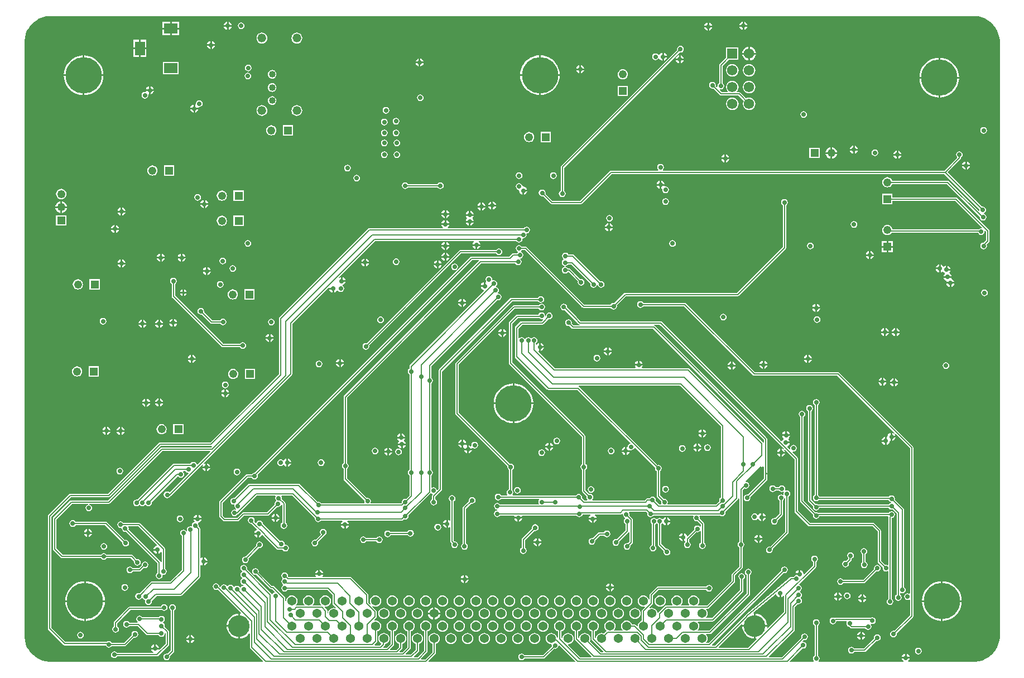
<source format=gbl>
G04*
G04 #@! TF.GenerationSoftware,Altium Limited,Altium Designer,20.2.5 (213)*
G04*
G04 Layer_Physical_Order=4*
G04 Layer_Color=16711680*
%FSLAX25Y25*%
%MOIN*%
G70*
G04*
G04 #@! TF.SameCoordinates,4C881970-A33B-4F38-ADD6-4E4DC0F1003D*
G04*
G04*
G04 #@! TF.FilePolarity,Positive*
G04*
G01*
G75*
%ADD77C,0.04000*%
%ADD79C,0.06181*%
%ADD80R,0.06181X0.06181*%
%ADD84C,0.05386*%
%ADD89C,0.00800*%
%ADD126R,0.04882X0.04882*%
%ADD127C,0.04882*%
%ADD128C,0.05200*%
%ADD129R,0.04882X0.04882*%
%ADD130R,0.05906X0.08268*%
%ADD131R,0.08268X0.05906*%
%ADD132C,0.12874*%
%ADD133C,0.04921*%
%ADD134R,0.04921X0.04921*%
%ADD135C,0.02756*%
%ADD136C,0.21654*%
%ADD137C,0.01968*%
G36*
X412574Y308403D02*
X413228Y307966D01*
X414000Y307812D01*
X414600Y307931D01*
X414847Y307471D01*
X413896Y306520D01*
X402000D01*
X401610Y306442D01*
X401279Y306221D01*
X398279Y303221D01*
X398058Y302890D01*
X397980Y302500D01*
Y285500D01*
X398058Y285110D01*
X398279Y284779D01*
X417279Y265779D01*
X417610Y265558D01*
X418000Y265480D01*
X435364D01*
X467007Y233838D01*
X466862Y233359D01*
X466690Y233325D01*
X466036Y232888D01*
X465598Y232233D01*
X465474Y231607D01*
X465407Y231524D01*
X465113Y231314D01*
X464977Y231253D01*
X464729Y231302D01*
Y229477D01*
X467005D01*
X467055Y229526D01*
X467462Y229445D01*
X468233Y229598D01*
X468888Y230036D01*
X469325Y230690D01*
X469359Y230862D01*
X469838Y231007D01*
X481774Y219070D01*
X481678Y218591D01*
X481832Y217819D01*
X482269Y217165D01*
X482676Y216893D01*
Y202126D01*
X482753Y201736D01*
X482974Y201405D01*
X485459Y198920D01*
X485364Y198441D01*
X485517Y197669D01*
X485615Y197523D01*
X485379Y197082D01*
X484360D01*
X482171Y199271D01*
X482267Y199750D01*
X482113Y200522D01*
X481676Y201176D01*
X481022Y201613D01*
X480250Y201767D01*
X479478Y201613D01*
X478824Y201176D01*
X478552Y200770D01*
X477250D01*
X476860Y200692D01*
X476529Y200471D01*
X475578Y199520D01*
X444336D01*
X444185Y200020D01*
X444245Y200060D01*
X444682Y200714D01*
X444836Y201486D01*
X444682Y202258D01*
X444245Y202912D01*
X443591Y203349D01*
X442819Y203502D01*
X442340Y203407D01*
X440268Y205478D01*
Y217806D01*
X440675Y218077D01*
X441112Y218732D01*
X441265Y219503D01*
X441112Y220275D01*
X440675Y220929D01*
X440268Y221201D01*
Y237751D01*
X440191Y238141D01*
X439970Y238472D01*
X396520Y281922D01*
Y305078D01*
X399922Y308480D01*
X412522D01*
X412574Y308403D01*
D02*
G37*
G36*
X675006Y488541D02*
X676995Y488007D01*
X678898Y487219D01*
X680682Y486189D01*
X682317Y484935D01*
X683773Y483479D01*
X685027Y481844D01*
X686057Y480060D01*
X686845Y478157D01*
X687379Y476168D01*
X687647Y474125D01*
Y473095D01*
Y118765D01*
Y117735D01*
X687379Y115692D01*
X686845Y113703D01*
X686057Y111800D01*
X685027Y110016D01*
X683773Y108381D01*
X682317Y106925D01*
X680682Y105671D01*
X678898Y104641D01*
X676995Y103853D01*
X675006Y103320D01*
X672963Y103051D01*
X633014D01*
X632863Y103551D01*
X633214Y103786D01*
X633740Y104572D01*
X633825Y105000D01*
X629175D01*
X629260Y104572D01*
X629786Y103786D01*
X630137Y103551D01*
X629986Y103051D01*
X579543D01*
X579391Y103551D01*
X579426Y103574D01*
X579863Y104228D01*
X580017Y105000D01*
X579863Y105772D01*
X579426Y106426D01*
X579020Y106698D01*
Y124802D01*
X579426Y125074D01*
X579863Y125728D01*
X580017Y126500D01*
X579863Y127272D01*
X579426Y127926D01*
X578772Y128363D01*
X578000Y128517D01*
X577228Y128363D01*
X576574Y127926D01*
X576137Y127272D01*
X575983Y126500D01*
X576137Y125728D01*
X576574Y125074D01*
X576980Y124802D01*
Y106698D01*
X576574Y106426D01*
X576137Y105772D01*
X575983Y105000D01*
X576137Y104228D01*
X576574Y103574D01*
X576609Y103551D01*
X576457Y103051D01*
X562396D01*
X562204Y103513D01*
X569770Y111079D01*
X570250Y110983D01*
X571022Y111137D01*
X571676Y111574D01*
X572113Y112228D01*
X572267Y113000D01*
X572113Y113772D01*
X571676Y114426D01*
X571022Y114863D01*
X570250Y115017D01*
X570145Y114996D01*
X569899Y115457D01*
X570521Y116079D01*
X571000Y115983D01*
X571772Y116137D01*
X572426Y116574D01*
X572863Y117228D01*
X573017Y118000D01*
X572863Y118772D01*
X572426Y119426D01*
X571772Y119863D01*
X571000Y120017D01*
X570228Y119863D01*
X569574Y119426D01*
X569137Y118772D01*
X568983Y118000D01*
X569079Y117521D01*
X557394Y105836D01*
X549931D01*
X549740Y106298D01*
X564821Y121379D01*
X565042Y121710D01*
X565120Y122100D01*
Y135678D01*
X567021Y137579D01*
X567500Y137483D01*
X568272Y137637D01*
X568926Y138074D01*
X569363Y138728D01*
X569517Y139500D01*
X569363Y140272D01*
X568926Y140926D01*
X568815Y141000D01*
Y141500D01*
X568926Y141574D01*
X569363Y142228D01*
X569517Y143000D01*
X569363Y143772D01*
X568926Y144426D01*
X568357Y144806D01*
X568318Y145172D01*
X568346Y145358D01*
X568823Y145677D01*
X569260Y146331D01*
X569414Y147103D01*
X569260Y147875D01*
X568823Y148529D01*
X568169Y148966D01*
X567997Y149000D01*
X567852Y149479D01*
X577721Y159348D01*
X577942Y159678D01*
X578020Y160069D01*
Y162802D01*
X578426Y163074D01*
X578863Y163728D01*
X579017Y164500D01*
X578863Y165272D01*
X578426Y165926D01*
X577772Y166363D01*
X577000Y166517D01*
X576228Y166363D01*
X575574Y165926D01*
X575137Y165272D01*
X574983Y164500D01*
X575137Y163728D01*
X575574Y163074D01*
X575980Y162802D01*
Y160491D01*
X570872Y155383D01*
X570401Y155619D01*
X570240Y156428D01*
X569714Y157214D01*
X568928Y157740D01*
X568500Y157825D01*
Y155500D01*
X568000D01*
Y155000D01*
X565675D01*
X565697Y154887D01*
X565450Y154517D01*
X564796Y154080D01*
X564525Y153673D01*
X562886D01*
X562731Y153642D01*
X562574Y153624D01*
X562537Y153604D01*
X562496Y153596D01*
X562365Y153508D01*
X562226Y153430D01*
X562002Y153240D01*
X562002Y153240D01*
X536250Y131351D01*
X536224Y131318D01*
X536190Y131295D01*
X535284Y130389D01*
X535284Y130389D01*
X517751Y112856D01*
X515951D01*
X515760Y113318D01*
X558521Y156079D01*
X559000Y155983D01*
X559772Y156137D01*
X560426Y156574D01*
X560863Y157228D01*
X561017Y158000D01*
X560863Y158772D01*
X560426Y159426D01*
X559772Y159863D01*
X559000Y160017D01*
X558228Y159863D01*
X557574Y159426D01*
X557137Y158772D01*
X556983Y158000D01*
X557079Y157521D01*
X513814Y114256D01*
X512478D01*
X512251Y114756D01*
X512644Y115269D01*
X512976Y116070D01*
X513089Y116929D01*
X512976Y117789D01*
X512644Y118590D01*
X512251Y119102D01*
X512478Y119602D01*
X514622D01*
X515012Y119680D01*
X515343Y119901D01*
X538152Y142710D01*
X538373Y143041D01*
X538451Y143431D01*
Y154871D01*
X538857Y155143D01*
X539295Y155797D01*
X539448Y156569D01*
X539295Y157340D01*
X538857Y157995D01*
X538203Y158432D01*
X537431Y158585D01*
X536660Y158432D01*
X536005Y157995D01*
X535568Y157340D01*
X535415Y156569D01*
X535568Y155797D01*
X536005Y155143D01*
X536412Y154871D01*
Y143854D01*
X514200Y121642D01*
X510298D01*
X509798Y121659D01*
X509768Y121663D01*
X509738Y121659D01*
X509238Y121642D01*
X507314D01*
X507178Y122142D01*
X507644Y122749D01*
X507976Y123550D01*
X508089Y124409D01*
X507976Y125269D01*
X507644Y126070D01*
X507178Y126677D01*
X507314Y127177D01*
X516197D01*
X516587Y127255D01*
X516918Y127476D01*
X534221Y144779D01*
X534442Y145110D01*
X534520Y145500D01*
Y152302D01*
X534926Y152574D01*
X535363Y153228D01*
X535517Y154000D01*
X535363Y154772D01*
X534926Y155426D01*
X534272Y155863D01*
X533500Y156017D01*
X532728Y155863D01*
X532074Y155426D01*
X531637Y154772D01*
X531483Y154000D01*
X531637Y153228D01*
X532074Y152574D01*
X532480Y152302D01*
Y145922D01*
X515774Y129216D01*
X512478D01*
X512251Y129716D01*
X512644Y130229D01*
X512976Y131030D01*
X513089Y131890D01*
X512976Y132749D01*
X512644Y133551D01*
X512179Y134158D01*
X512314Y134658D01*
X513177D01*
X513567Y134735D01*
X513898Y134956D01*
X529221Y150279D01*
X529442Y150610D01*
X529520Y151000D01*
Y154578D01*
X533721Y158779D01*
X533942Y159110D01*
X534020Y159500D01*
Y171302D01*
X534426Y171574D01*
X534863Y172228D01*
X535017Y173000D01*
X534863Y173772D01*
X534426Y174426D01*
X534020Y174698D01*
Y205578D01*
X535140Y206698D01*
X535241Y206630D01*
X536013Y206476D01*
X536785Y206630D01*
X537439Y207067D01*
X537876Y207721D01*
X538030Y208493D01*
X537876Y209265D01*
X537439Y209919D01*
X536785Y210356D01*
X536135Y210486D01*
X535900Y210958D01*
X544639Y219697D01*
X544728Y219637D01*
X545500Y219483D01*
X546272Y219637D01*
X546417Y219734D01*
X546858Y219498D01*
Y212574D01*
X537163Y202879D01*
X536684Y202975D01*
X535912Y202821D01*
X535258Y202384D01*
X534821Y201730D01*
X534667Y200958D01*
X534821Y200186D01*
X535258Y199532D01*
X535912Y199095D01*
X536684Y198941D01*
X537456Y199095D01*
X538110Y199532D01*
X538547Y200186D01*
X538700Y200958D01*
X538605Y201437D01*
X548599Y211431D01*
X548820Y211762D01*
X548898Y212152D01*
Y236122D01*
X548820Y236512D01*
X548599Y236843D01*
X481721Y303721D01*
X481390Y303942D01*
X481197Y303980D01*
X481246Y304480D01*
X484578D01*
X558799Y230259D01*
X558480Y229871D01*
X557928Y230240D01*
X557500Y230325D01*
Y228500D01*
X559325D01*
X559240Y228928D01*
X558871Y229480D01*
X559260Y229799D01*
X564980Y224078D01*
Y193000D01*
X565058Y192610D01*
X565279Y192279D01*
X573279Y184279D01*
X573610Y184058D01*
X574000Y183980D01*
X611609D01*
X614657Y180932D01*
Y163020D01*
X614735Y162629D01*
X614956Y162299D01*
X617775Y159479D01*
X617680Y159000D01*
X617833Y158228D01*
X618270Y157574D01*
X618925Y157137D01*
X619696Y156983D01*
X620468Y157137D01*
X620614Y157234D01*
X621055Y156998D01*
Y140682D01*
X620648Y140411D01*
X620211Y139757D01*
X620057Y138985D01*
X620211Y138213D01*
X620648Y137559D01*
X621302Y137122D01*
X622074Y136968D01*
X622846Y137122D01*
X623500Y137559D01*
X623937Y138213D01*
X624091Y138985D01*
X623937Y139757D01*
X623500Y140411D01*
X623094Y140682D01*
Y189002D01*
X623772Y189137D01*
X624426Y189574D01*
X624863Y190228D01*
X625017Y191000D01*
X624863Y191772D01*
X624426Y192426D01*
X623772Y192863D01*
X623000Y193017D01*
X622228Y192863D01*
X621574Y192426D01*
X621302Y192020D01*
X579286D01*
X578772Y192363D01*
X578000Y192517D01*
X577521Y192421D01*
X570520Y199422D01*
Y249302D01*
X570926Y249574D01*
X571363Y250228D01*
X571517Y251000D01*
X571363Y251772D01*
X570926Y252426D01*
X570272Y252863D01*
X569500Y253017D01*
X568728Y252863D01*
X568074Y252426D01*
X567637Y251772D01*
X567483Y251000D01*
X567637Y250228D01*
X568074Y249574D01*
X568480Y249302D01*
Y199000D01*
X568558Y198610D01*
X568779Y198279D01*
X576079Y190979D01*
X575983Y190500D01*
X576137Y189728D01*
X576574Y189074D01*
X577228Y188637D01*
X578000Y188483D01*
X578772Y188637D01*
X579426Y189074D01*
X579863Y189728D01*
X579913Y189980D01*
X620631D01*
X621055Y189545D01*
Y161002D01*
X620614Y160766D01*
X620468Y160863D01*
X619696Y161017D01*
X619217Y160921D01*
X616696Y163442D01*
Y181355D01*
X616619Y181745D01*
X616398Y182076D01*
X612752Y185721D01*
X612422Y185942D01*
X612031Y186020D01*
X574422D01*
X567020Y193422D01*
Y224500D01*
X566942Y224890D01*
X566721Y225221D01*
X563764Y228178D01*
X564010Y228639D01*
X564408Y228560D01*
X565179Y228713D01*
X565834Y229151D01*
X566271Y229805D01*
X566424Y230577D01*
X566271Y231348D01*
X565834Y232003D01*
X565179Y232440D01*
X564408Y232593D01*
X563636Y232440D01*
X562982Y232003D01*
X562544Y231348D01*
X562391Y230577D01*
X562470Y230179D01*
X562009Y229933D01*
X560596Y231346D01*
X560653Y231532D01*
X560797Y231852D01*
X561525Y232338D01*
X562050Y233125D01*
X562135Y233553D01*
X559810D01*
Y234553D01*
X562135D01*
X562050Y234981D01*
X561525Y235767D01*
X561307Y235912D01*
Y236514D01*
X561714Y236786D01*
X562240Y237572D01*
X562325Y238000D01*
X557675D01*
X557760Y237572D01*
X558286Y236786D01*
X558503Y236641D01*
Y236039D01*
X558096Y235767D01*
X557610Y235039D01*
X557290Y234895D01*
X557103Y234839D01*
X485721Y306221D01*
X485390Y306442D01*
X485000Y306520D01*
X437391D01*
X434784Y309126D01*
X434721Y309221D01*
X429201Y314741D01*
X429253Y315000D01*
X429099Y315772D01*
X428662Y316426D01*
X428008Y316863D01*
X427236Y317017D01*
X426464Y316863D01*
X425810Y316426D01*
X425373Y315772D01*
X425219Y315000D01*
X425373Y314228D01*
X425810Y313574D01*
X426464Y313137D01*
X427236Y312983D01*
X427936Y313122D01*
X433216Y307842D01*
X433279Y307748D01*
X436248Y304779D01*
X436578Y304558D01*
X436772Y304520D01*
X436722Y304020D01*
X433085D01*
X431921Y305184D01*
X432017Y305663D01*
X431863Y306435D01*
X431426Y307089D01*
X430772Y307526D01*
X430000Y307680D01*
X429228Y307526D01*
X428574Y307089D01*
X428137Y306435D01*
X427983Y305663D01*
X428137Y304891D01*
X428574Y304237D01*
X429228Y303800D01*
X430000Y303646D01*
X430479Y303742D01*
X431942Y302279D01*
X432273Y302058D01*
X432663Y301980D01*
X480578D01*
X546858Y235700D01*
Y234165D01*
X546358Y234015D01*
X546221Y234221D01*
X502221Y278221D01*
X501890Y278442D01*
X501500Y278520D01*
X474138D01*
X473871Y279020D01*
X474240Y279572D01*
X474325Y280000D01*
X469675D01*
X469760Y279572D01*
X470129Y279020D01*
X469862Y278520D01*
X421922D01*
X412049Y288393D01*
X412295Y288854D01*
X412492Y288815D01*
Y291140D01*
Y293465D01*
X412064Y293380D01*
X411277Y292854D01*
X411020Y292469D01*
X410520Y292621D01*
Y293302D01*
X410926Y293574D01*
X411363Y294228D01*
X411517Y295000D01*
X411363Y295772D01*
X410926Y296426D01*
X410272Y296863D01*
X409500Y297017D01*
X408728Y296863D01*
X408074Y296426D01*
X408000Y296315D01*
X407500D01*
X407426Y296426D01*
X406772Y296863D01*
X406000Y297017D01*
X405228Y296863D01*
X404574Y296426D01*
X404289Y295999D01*
X403711D01*
X403426Y296426D01*
X402772Y296863D01*
X402000Y297017D01*
X401228Y296863D01*
X400574Y296426D01*
X400520Y296345D01*
X400020Y296496D01*
Y302078D01*
X402422Y304480D01*
X414318D01*
X414708Y304558D01*
X415039Y304779D01*
X418064Y307804D01*
X418543Y307709D01*
X419315Y307862D01*
X419969Y308299D01*
X420406Y308954D01*
X420560Y309725D01*
X420406Y310497D01*
X419969Y311151D01*
X419315Y311589D01*
X418543Y311742D01*
X417771Y311589D01*
X417117Y311151D01*
X416680Y310497D01*
X416527Y309725D01*
X416586Y309427D01*
X416418Y309284D01*
X415961Y309551D01*
X416017Y309829D01*
X415863Y310600D01*
X415426Y311255D01*
X414772Y311692D01*
X414000Y311845D01*
X413228Y311692D01*
X412574Y311255D01*
X412137Y310600D01*
X412121Y310520D01*
X399500D01*
X399110Y310442D01*
X398779Y310221D01*
X394779Y306221D01*
X394558Y305890D01*
X394480Y305500D01*
Y281500D01*
X394558Y281110D01*
X394779Y280779D01*
X438229Y237329D01*
Y221201D01*
X437823Y220929D01*
X437386Y220275D01*
X437232Y219503D01*
X437386Y218732D01*
X437823Y218077D01*
X438229Y217806D01*
Y205056D01*
X438307Y204666D01*
X438528Y204335D01*
X440898Y201965D01*
X440802Y201486D01*
X440956Y200714D01*
X441393Y200060D01*
X441453Y200020D01*
X441301Y199520D01*
X439422D01*
X438046Y200896D01*
X438142Y201375D01*
X437988Y202147D01*
X437551Y202801D01*
X436897Y203238D01*
X436125Y203392D01*
X435353Y203238D01*
X434699Y202801D01*
X434469Y202457D01*
X396748D01*
X396574Y202957D01*
X396938Y203502D01*
X397092Y204274D01*
X396938Y205046D01*
X396520Y205672D01*
Y217802D01*
X396926Y218074D01*
X397363Y218728D01*
X397517Y219500D01*
X397363Y220272D01*
X396926Y220926D01*
X396272Y221363D01*
X395500Y221517D01*
X395021Y221421D01*
X364520Y251922D01*
Y280578D01*
X397922Y313980D01*
X412302D01*
X412574Y313574D01*
X413228Y313137D01*
X414000Y312983D01*
X414772Y313137D01*
X415426Y313574D01*
X415863Y314228D01*
X416017Y315000D01*
X415863Y315772D01*
X415426Y316426D01*
X414772Y316863D01*
X414000Y317017D01*
X413228Y316863D01*
X412574Y316426D01*
X412302Y316020D01*
X397500D01*
X397110Y315942D01*
X396779Y315721D01*
X362779Y281721D01*
X362558Y281390D01*
X362480Y281000D01*
Y251500D01*
X362558Y251110D01*
X362779Y250779D01*
X393579Y219979D01*
X393483Y219500D01*
X393637Y218728D01*
X394074Y218074D01*
X394480Y217802D01*
Y206172D01*
X394303Y206137D01*
X393649Y205700D01*
X393212Y205046D01*
X393058Y204274D01*
X393212Y203502D01*
X393576Y202957D01*
X393403Y202457D01*
X389739D01*
X389426Y202926D01*
X388772Y203363D01*
X388000Y203517D01*
X387228Y203363D01*
X386574Y202926D01*
X386137Y202272D01*
X385983Y201500D01*
X386137Y200728D01*
X386574Y200074D01*
X387228Y199637D01*
X388000Y199483D01*
X388772Y199637D01*
X389426Y200074D01*
X389656Y200418D01*
X412410D01*
X412574Y199926D01*
X412137Y199272D01*
X411983Y198500D01*
X412137Y197728D01*
X412339Y197425D01*
X412072Y196925D01*
X389261D01*
X388926Y197426D01*
X388272Y197863D01*
X387500Y198017D01*
X386728Y197863D01*
X386074Y197426D01*
X385637Y196772D01*
X385483Y196000D01*
X385637Y195228D01*
X386074Y194574D01*
X386728Y194137D01*
X387391Y194005D01*
Y193495D01*
X386728Y193363D01*
X386074Y192926D01*
X385637Y192272D01*
X385483Y191500D01*
X385637Y190728D01*
X386074Y190074D01*
X386728Y189637D01*
X387500Y189483D01*
X388272Y189637D01*
X388926Y190074D01*
X389198Y190480D01*
X397530D01*
X397622Y190308D01*
X397746Y189980D01*
X397675Y189622D01*
X402325D01*
X402254Y189980D01*
X402378Y190308D01*
X402470Y190480D01*
X434802D01*
X435074Y190074D01*
X435728Y189637D01*
X436500Y189483D01*
X437272Y189637D01*
X437926Y190074D01*
X438363Y190728D01*
X438413Y190980D01*
X443032D01*
X443184Y190480D01*
X442786Y190214D01*
X442260Y189428D01*
X442175Y189000D01*
X446825D01*
X446740Y189428D01*
X446214Y190214D01*
X445816Y190480D01*
X445968Y190980D01*
X461000D01*
X461390Y191058D01*
X461721Y191279D01*
X462106Y191664D01*
X462566Y191417D01*
X462483Y191000D01*
X462637Y190228D01*
X463074Y189574D01*
X463728Y189137D01*
X463736Y189135D01*
X463841Y188604D01*
X463574Y188426D01*
X463137Y187772D01*
X462983Y187000D01*
X463137Y186228D01*
X463574Y185574D01*
X463980Y185302D01*
Y181422D01*
X458823Y176265D01*
X458344Y176361D01*
X457572Y176207D01*
X456918Y175770D01*
X456481Y175116D01*
X456327Y174344D01*
X456481Y173572D01*
X456918Y172918D01*
X457572Y172481D01*
X458344Y172327D01*
X459116Y172481D01*
X459770Y172918D01*
X460207Y173572D01*
X460361Y174344D01*
X460265Y174823D01*
X465721Y180279D01*
X465858Y180485D01*
X466358Y180335D01*
Y174800D01*
X465479Y173921D01*
X465000Y174017D01*
X464228Y173863D01*
X463574Y173426D01*
X463137Y172772D01*
X462983Y172000D01*
X463137Y171228D01*
X463574Y170574D01*
X464228Y170137D01*
X465000Y169983D01*
X465772Y170137D01*
X466426Y170574D01*
X466863Y171228D01*
X467017Y172000D01*
X466921Y172479D01*
X468099Y173657D01*
X468320Y173988D01*
X468398Y174378D01*
Y188122D01*
X468320Y188512D01*
X468099Y188843D01*
X466421Y190521D01*
X466517Y191000D01*
X466363Y191772D01*
X466157Y192080D01*
X466424Y192580D01*
X476478D01*
X477079Y191979D01*
X476983Y191500D01*
X477137Y190728D01*
X477574Y190074D01*
X478228Y189637D01*
X479000Y189483D01*
X479772Y189637D01*
X480426Y190074D01*
X480698Y190480D01*
X504509D01*
X504776Y189980D01*
X504637Y189772D01*
X504483Y189000D01*
X504637Y188228D01*
X505074Y187574D01*
X505728Y187137D01*
X506500Y186983D01*
X506979Y187079D01*
X508980Y185078D01*
Y183996D01*
X508480Y183845D01*
X508426Y183926D01*
X507772Y184363D01*
X507000Y184517D01*
X506228Y184363D01*
X505574Y183926D01*
X505137Y183272D01*
X504983Y182500D01*
X505079Y182021D01*
X501239Y178181D01*
X500760Y178326D01*
X500740Y178428D01*
X500214Y179214D01*
X499428Y179740D01*
X499000Y179825D01*
Y177500D01*
Y175175D01*
X499428Y175260D01*
X499435Y175265D01*
X499889Y175026D01*
X499898Y174643D01*
X499574Y174426D01*
X499137Y173772D01*
X498983Y173000D01*
X499137Y172228D01*
X499574Y171574D01*
X500228Y171137D01*
X501000Y170983D01*
X501772Y171137D01*
X502426Y171574D01*
X502863Y172228D01*
X503017Y173000D01*
X502863Y173772D01*
X502426Y174426D01*
X502020Y174698D01*
Y176078D01*
X506521Y180579D01*
X507000Y180483D01*
X507772Y180637D01*
X508426Y181074D01*
X508480Y181155D01*
X508980Y181004D01*
Y174198D01*
X508574Y173926D01*
X508137Y173272D01*
X507983Y172500D01*
X508137Y171728D01*
X508574Y171074D01*
X509228Y170637D01*
X510000Y170483D01*
X510772Y170637D01*
X511426Y171074D01*
X511863Y171728D01*
X512017Y172500D01*
X511863Y173272D01*
X511426Y173926D01*
X511020Y174198D01*
Y185500D01*
X510942Y185890D01*
X510721Y186221D01*
X508421Y188521D01*
X508517Y189000D01*
X508363Y189772D01*
X508224Y189980D01*
X508491Y190480D01*
X520554D01*
X521011Y190175D01*
X521782Y190022D01*
X522554Y190175D01*
X523208Y190613D01*
X523646Y191267D01*
X523799Y192039D01*
X523704Y192518D01*
X531221Y200035D01*
X531442Y200366D01*
X531480Y200559D01*
X531980Y200510D01*
Y174698D01*
X531574Y174426D01*
X531137Y173772D01*
X530983Y173000D01*
X531137Y172228D01*
X531574Y171574D01*
X531980Y171302D01*
Y159922D01*
X527779Y155721D01*
X527558Y155390D01*
X527480Y155000D01*
Y151422D01*
X512755Y136697D01*
X507478D01*
X507251Y137197D01*
X507644Y137709D01*
X507976Y138510D01*
X508089Y139370D01*
X507976Y140230D01*
X507644Y141031D01*
X507117Y141718D01*
X506429Y142246D01*
X505628Y142578D01*
X504768Y142691D01*
X503908Y142578D01*
X503107Y142246D01*
X502420Y141718D01*
X501892Y141031D01*
X501560Y140230D01*
X501447Y139370D01*
X501560Y138510D01*
X501892Y137709D01*
X502285Y137197D01*
X502058Y136697D01*
X497478D01*
X497251Y137197D01*
X497644Y137709D01*
X497976Y138510D01*
X498089Y139370D01*
X497976Y140230D01*
X497644Y141031D01*
X497117Y141718D01*
X496429Y142246D01*
X495628Y142578D01*
X494768Y142691D01*
X493908Y142578D01*
X493107Y142246D01*
X492419Y141718D01*
X491892Y141031D01*
X491560Y140230D01*
X491447Y139370D01*
X491560Y138510D01*
X491892Y137709D01*
X492285Y137197D01*
X492058Y136697D01*
X488333D01*
X487943Y136619D01*
X487612Y136398D01*
X483721Y132507D01*
X483547Y132246D01*
X483259Y132246D01*
X483034Y132311D01*
X482976Y132749D01*
X482644Y133551D01*
X482117Y134238D01*
X481429Y134766D01*
X480628Y135098D01*
X479768Y135211D01*
X478908Y135098D01*
X478633Y134984D01*
X478350Y135408D01*
X480163Y137221D01*
X480384Y137552D01*
X480461Y137942D01*
Y142519D01*
X483922Y145980D01*
X512302D01*
X512574Y145574D01*
X513228Y145137D01*
X514000Y144983D01*
X514772Y145137D01*
X515426Y145574D01*
X515863Y146228D01*
X516017Y147000D01*
X515863Y147772D01*
X515426Y148426D01*
X514772Y148863D01*
X514000Y149017D01*
X513228Y148863D01*
X512574Y148426D01*
X512302Y148020D01*
X483500D01*
X483110Y147942D01*
X482779Y147721D01*
X478721Y143663D01*
X478500Y143332D01*
X478422Y142942D01*
Y140459D01*
X477922Y140360D01*
X477644Y141031D01*
X477116Y141718D01*
X476429Y142246D01*
X475628Y142578D01*
X474768Y142691D01*
X473908Y142578D01*
X473107Y142246D01*
X472420Y141718D01*
X471892Y141031D01*
X471560Y140230D01*
X471447Y139370D01*
X471560Y138510D01*
X471892Y137709D01*
X472420Y137022D01*
X473107Y136494D01*
X473908Y136162D01*
X474768Y136049D01*
X475495Y136144D01*
X475746Y135743D01*
X475758Y135700D01*
X474047Y133989D01*
X473826Y133658D01*
X473748Y133268D01*
Y127551D01*
X473107Y127286D01*
X472420Y126758D01*
X471892Y126070D01*
X471560Y125269D01*
X471469Y124579D01*
X470982Y124360D01*
X470211Y125130D01*
X469880Y125351D01*
X469490Y125429D01*
X467910D01*
X467644Y126070D01*
X467116Y126758D01*
X466429Y127286D01*
X465628Y127618D01*
X464768Y127731D01*
X463908Y127618D01*
X463107Y127286D01*
X462420Y126758D01*
X461892Y126070D01*
X461560Y125269D01*
X461447Y124409D01*
X461560Y123550D01*
X461892Y122749D01*
X462358Y122142D01*
X462222Y121642D01*
X457314D01*
X457178Y122142D01*
X457644Y122749D01*
X457976Y123550D01*
X458089Y124409D01*
X457976Y125269D01*
X457644Y126070D01*
X457117Y126758D01*
X456429Y127286D01*
X455628Y127618D01*
X454768Y127731D01*
X453908Y127618D01*
X453107Y127286D01*
X452420Y126758D01*
X451892Y126070D01*
X451560Y125269D01*
X451447Y124409D01*
X451560Y123550D01*
X451892Y122749D01*
X452420Y122061D01*
X452716Y121833D01*
X452650Y121254D01*
X451269Y119872D01*
X450628Y120137D01*
X449768Y120250D01*
X448908Y120137D01*
X448107Y119806D01*
X447420Y119278D01*
X446892Y118590D01*
X446560Y117789D01*
X446522Y117499D01*
X445988Y117274D01*
X445788Y117424D01*
Y121267D01*
X446429Y121533D01*
X447117Y122061D01*
X447644Y122749D01*
X447976Y123550D01*
X448089Y124409D01*
X447976Y125269D01*
X447644Y126070D01*
X447117Y126758D01*
X446429Y127286D01*
X445628Y127618D01*
X444768Y127731D01*
X443908Y127618D01*
X443107Y127286D01*
X442419Y126758D01*
X441892Y126070D01*
X441560Y125269D01*
X441447Y124409D01*
X441560Y123550D01*
X441892Y122749D01*
X442419Y122061D01*
X443107Y121533D01*
X443748Y121267D01*
Y116707D01*
X443826Y116316D01*
X444047Y115986D01*
X450934Y109098D01*
X450743Y108636D01*
X449503D01*
X442711Y115428D01*
X442976Y116070D01*
X443089Y116929D01*
X442976Y117789D01*
X442644Y118590D01*
X442116Y119278D01*
X441429Y119806D01*
X440628Y120137D01*
X439768Y120250D01*
X438908Y120137D01*
X438107Y119806D01*
X437420Y119278D01*
X436892Y118590D01*
X436560Y117789D01*
X436522Y117499D01*
X435988Y117274D01*
X435788Y117424D01*
Y121267D01*
X436429Y121533D01*
X437116Y122061D01*
X437644Y122749D01*
X437976Y123550D01*
X438089Y124409D01*
X437976Y125269D01*
X437644Y126070D01*
X437116Y126758D01*
X436429Y127286D01*
X435628Y127618D01*
X434768Y127731D01*
X433908Y127618D01*
X433107Y127286D01*
X432419Y126758D01*
X431892Y126070D01*
X431560Y125269D01*
X431447Y124409D01*
X431560Y123550D01*
X431892Y122749D01*
X432419Y122061D01*
X433107Y121533D01*
X433748Y121267D01*
Y116707D01*
X433826Y116316D01*
X434047Y115986D01*
X443734Y106298D01*
X443543Y105836D01*
X437080D01*
X429794Y113123D01*
X429987Y113637D01*
X430628Y113721D01*
X431429Y114053D01*
X432117Y114581D01*
X432644Y115269D01*
X432976Y116070D01*
X433089Y116929D01*
X432976Y117789D01*
X432644Y118590D01*
X432117Y119278D01*
X431429Y119806D01*
X430628Y120137D01*
X429768Y120250D01*
X428908Y120137D01*
X428107Y119806D01*
X427420Y119278D01*
X426892Y118590D01*
X426560Y117789D01*
X426522Y117499D01*
X425988Y117274D01*
X425788Y117424D01*
Y121267D01*
X426429Y121533D01*
X427116Y122061D01*
X427644Y122749D01*
X427976Y123550D01*
X428089Y124409D01*
X427976Y125269D01*
X427644Y126070D01*
X427116Y126758D01*
X426429Y127286D01*
X425628Y127618D01*
X424768Y127731D01*
X423908Y127618D01*
X423107Y127286D01*
X422420Y126758D01*
X421892Y126070D01*
X421560Y125269D01*
X421447Y124409D01*
X421560Y123550D01*
X421892Y122749D01*
X422420Y122061D01*
X423107Y121533D01*
X423748Y121267D01*
Y117665D01*
X423248Y117361D01*
X423017Y117481D01*
X422976Y117789D01*
X422644Y118590D01*
X422117Y119278D01*
X421429Y119806D01*
X420628Y120137D01*
X419768Y120250D01*
X418908Y120137D01*
X418107Y119806D01*
X417419Y119278D01*
X416892Y118590D01*
X416560Y117789D01*
X416447Y116929D01*
X416560Y116070D01*
X416892Y115269D01*
X417419Y114581D01*
X418107Y114053D01*
X418908Y113721D01*
X419639Y113625D01*
X419930Y113342D01*
X420053Y113141D01*
X419991Y112830D01*
X420086Y112351D01*
X414755Y107020D01*
X403698D01*
X403426Y107426D01*
X402772Y107863D01*
X402000Y108017D01*
X401228Y107863D01*
X400574Y107426D01*
X400137Y106772D01*
X399983Y106000D01*
X400137Y105228D01*
X400574Y104574D01*
X401228Y104137D01*
X402000Y103983D01*
X402772Y104137D01*
X403426Y104574D01*
X403698Y104980D01*
X415177D01*
X415568Y105058D01*
X415898Y105279D01*
X421528Y110909D01*
X422007Y110813D01*
X422779Y110967D01*
X423433Y111404D01*
X423871Y112058D01*
X424024Y112830D01*
X424486Y113073D01*
X434046Y103513D01*
X433854Y103051D01*
X346646D01*
X346454Y103513D01*
X350489Y107547D01*
X350710Y107878D01*
X350788Y108268D01*
Y113787D01*
X351429Y114053D01*
X352116Y114581D01*
X352644Y115269D01*
X352976Y116070D01*
X353089Y116929D01*
X352976Y117789D01*
X352644Y118590D01*
X352116Y119278D01*
X351429Y119806D01*
X350628Y120137D01*
X349768Y120250D01*
X348908Y120137D01*
X348107Y119806D01*
X347420Y119278D01*
X346892Y118590D01*
X346560Y117789D01*
X346447Y116929D01*
X346560Y116070D01*
X346892Y115269D01*
X347420Y114581D01*
X348107Y114053D01*
X348748Y113787D01*
Y108690D01*
X344494Y104436D01*
X342031D01*
X341840Y104898D01*
X345489Y108547D01*
X345710Y108878D01*
X345788Y109268D01*
Y121267D01*
X346429Y121533D01*
X347116Y122061D01*
X347644Y122749D01*
X347976Y123550D01*
X348089Y124409D01*
X347976Y125269D01*
X347644Y126070D01*
X347116Y126758D01*
X346429Y127286D01*
X345628Y127618D01*
X344768Y127731D01*
X343908Y127618D01*
X343107Y127286D01*
X342420Y126758D01*
X341892Y126070D01*
X341560Y125269D01*
X341447Y124409D01*
X341560Y123550D01*
X341892Y122749D01*
X342420Y122061D01*
X343107Y121533D01*
X343748Y121267D01*
Y109690D01*
X339894Y105836D01*
X337931D01*
X337740Y106298D01*
X340489Y109047D01*
X340710Y109378D01*
X340788Y109768D01*
Y113787D01*
X341429Y114053D01*
X342116Y114581D01*
X342644Y115269D01*
X342976Y116070D01*
X343089Y116929D01*
X342976Y117789D01*
X342644Y118590D01*
X342116Y119278D01*
X341429Y119806D01*
X340628Y120137D01*
X339768Y120250D01*
X338908Y120137D01*
X338107Y119806D01*
X337420Y119278D01*
X336892Y118590D01*
X336560Y117789D01*
X336447Y116929D01*
X336560Y116070D01*
X336892Y115269D01*
X337420Y114581D01*
X338107Y114053D01*
X338748Y113787D01*
Y110190D01*
X335794Y107236D01*
X332831D01*
X332640Y107698D01*
X335489Y110547D01*
X335710Y110878D01*
X335788Y111268D01*
Y121267D01*
X336429Y121533D01*
X337117Y122061D01*
X337644Y122749D01*
X337976Y123550D01*
X338089Y124409D01*
X337976Y125269D01*
X337644Y126070D01*
X337117Y126758D01*
X336429Y127286D01*
X335628Y127618D01*
X334768Y127731D01*
X333908Y127618D01*
X333107Y127286D01*
X332419Y126758D01*
X331892Y126070D01*
X331560Y125269D01*
X331447Y124409D01*
X331560Y123550D01*
X331892Y122749D01*
X332419Y122061D01*
X333107Y121533D01*
X333748Y121267D01*
Y111690D01*
X330694Y108636D01*
X329231D01*
X329040Y109098D01*
X330489Y110547D01*
X330710Y110878D01*
X330788Y111268D01*
Y113787D01*
X331429Y114053D01*
X332117Y114581D01*
X332644Y115269D01*
X332976Y116070D01*
X333089Y116929D01*
X332976Y117789D01*
X332644Y118590D01*
X332117Y119278D01*
X331429Y119806D01*
X330628Y120137D01*
X329768Y120250D01*
X328908Y120137D01*
X328107Y119806D01*
X327419Y119278D01*
X326892Y118590D01*
X326560Y117789D01*
X326447Y116929D01*
X326560Y116070D01*
X326892Y115269D01*
X327419Y114581D01*
X328107Y114053D01*
X328748Y113787D01*
Y111690D01*
X327094Y110036D01*
X323631D01*
X323440Y110498D01*
X325489Y112547D01*
X325710Y112878D01*
X325788Y113268D01*
Y121267D01*
X326429Y121533D01*
X327116Y122061D01*
X327644Y122749D01*
X327976Y123550D01*
X328089Y124409D01*
X327976Y125269D01*
X327644Y126070D01*
X327116Y126758D01*
X326429Y127286D01*
X325628Y127618D01*
X324768Y127731D01*
X323908Y127618D01*
X323107Y127286D01*
X322420Y126758D01*
X321892Y126070D01*
X321560Y125269D01*
X321447Y124409D01*
X321560Y123550D01*
X321892Y122749D01*
X322420Y122061D01*
X323107Y121533D01*
X323748Y121267D01*
Y113690D01*
X321494Y111436D01*
X319531D01*
X319340Y111898D01*
X320226Y112784D01*
X320447Y113115D01*
X320525Y113505D01*
Y113707D01*
X320628Y113721D01*
X321429Y114053D01*
X322116Y114581D01*
X322644Y115269D01*
X322976Y116070D01*
X323089Y116929D01*
X322976Y117789D01*
X322644Y118590D01*
X322116Y119278D01*
X321429Y119806D01*
X320628Y120137D01*
X319768Y120250D01*
X318908Y120137D01*
X318107Y119806D01*
X317420Y119278D01*
X316892Y118590D01*
X316560Y117789D01*
X316447Y116929D01*
X316560Y116070D01*
X316892Y115269D01*
X317420Y114581D01*
X317992Y114141D01*
X318127Y113569D01*
X317394Y112836D01*
X314431D01*
X314240Y113298D01*
X315489Y114547D01*
X315710Y114878D01*
X315788Y115268D01*
Y121267D01*
X316429Y121533D01*
X317116Y122061D01*
X317644Y122749D01*
X317976Y123550D01*
X318089Y124409D01*
X317976Y125269D01*
X317644Y126070D01*
X317116Y126758D01*
X316429Y127286D01*
X315628Y127618D01*
X314768Y127731D01*
X314321Y127672D01*
X314087Y128145D01*
X315221Y129279D01*
X315442Y129610D01*
X315520Y130000D01*
Y133000D01*
X315442Y133390D01*
X315221Y133721D01*
X312860Y136082D01*
X313107Y136494D01*
X313908Y136162D01*
X314768Y136049D01*
X315628Y136162D01*
X316429Y136494D01*
X317116Y137022D01*
X317644Y137709D01*
X317976Y138510D01*
X318089Y139370D01*
X317976Y140230D01*
X317644Y141031D01*
X317116Y141718D01*
X316429Y142246D01*
X315628Y142578D01*
X314768Y142691D01*
X313908Y142578D01*
X313107Y142246D01*
X312420Y141718D01*
X311892Y141031D01*
X311560Y140230D01*
X311447Y139370D01*
X311560Y138510D01*
X311892Y137709D01*
X311480Y137462D01*
X310520Y138422D01*
Y143000D01*
X310442Y143390D01*
X310221Y143721D01*
X300599Y153343D01*
X300268Y153564D01*
X299878Y153642D01*
X283242D01*
X282975Y154142D01*
X283309Y154641D01*
X283394Y155069D01*
X278743D01*
X278829Y154641D01*
X279162Y154142D01*
X278895Y153642D01*
X262800D01*
X262421Y154021D01*
X262517Y154500D01*
X262363Y155272D01*
X261926Y155926D01*
X261272Y156363D01*
X260500Y156517D01*
X259728Y156363D01*
X259074Y155926D01*
X258637Y155272D01*
X258483Y154500D01*
X258637Y153728D01*
X259074Y153074D01*
X259185Y153000D01*
Y152500D01*
X259074Y152426D01*
X258637Y151772D01*
X258483Y151000D01*
X258637Y150228D01*
X259074Y149574D01*
X259501Y149289D01*
Y148711D01*
X259074Y148426D01*
X258637Y147772D01*
X258483Y147000D01*
X258637Y146228D01*
X259074Y145574D01*
X259728Y145137D01*
X260500Y144983D01*
X261272Y145137D01*
X261926Y145574D01*
X262198Y145980D01*
X286078D01*
X288980Y143078D01*
Y138000D01*
X289058Y137610D01*
X289279Y137279D01*
X291125Y135433D01*
X290842Y135009D01*
X290628Y135098D01*
X289768Y135211D01*
X288908Y135098D01*
X288107Y134766D01*
X287420Y134238D01*
X286892Y133551D01*
X286560Y132749D01*
X286474Y132099D01*
X285974Y132132D01*
Y133512D01*
X285897Y133903D01*
X285676Y134233D01*
X284303Y135606D01*
X284537Y136079D01*
X284768Y136049D01*
X285628Y136162D01*
X286429Y136494D01*
X287117Y137022D01*
X287644Y137709D01*
X287976Y138510D01*
X288089Y139370D01*
X287976Y140230D01*
X287644Y141031D01*
X287117Y141718D01*
X286429Y142246D01*
X285628Y142578D01*
X284768Y142691D01*
X283908Y142578D01*
X283107Y142246D01*
X282419Y141718D01*
X281892Y141031D01*
X281560Y140230D01*
X281447Y139370D01*
X281560Y138510D01*
X281892Y137709D01*
X282358Y137102D01*
X282276Y136803D01*
X282144Y136602D01*
X280298D01*
X279798Y136619D01*
X279768Y136623D01*
X279738Y136619D01*
X279238Y136602D01*
X277314D01*
X277179Y137102D01*
X277644Y137709D01*
X277976Y138510D01*
X278089Y139370D01*
X277976Y140230D01*
X277644Y141031D01*
X277116Y141718D01*
X276429Y142246D01*
X275628Y142578D01*
X274768Y142691D01*
X273908Y142578D01*
X273107Y142246D01*
X272420Y141718D01*
X271892Y141031D01*
X271560Y140230D01*
X271447Y139370D01*
X271560Y138510D01*
X271892Y137709D01*
X272358Y137102D01*
X272222Y136602D01*
X270298D01*
X269798Y136619D01*
X269768Y136623D01*
X269738Y136619D01*
X269244Y136602D01*
X267423D01*
X267380Y136594D01*
X267173Y136930D01*
X267143Y137056D01*
X267644Y137709D01*
X267976Y138510D01*
X268089Y139370D01*
X267976Y140230D01*
X267644Y141031D01*
X267116Y141718D01*
X266429Y142246D01*
X265628Y142578D01*
X264768Y142691D01*
X263908Y142578D01*
X263107Y142246D01*
X262420Y141718D01*
X261892Y141031D01*
X261560Y140230D01*
X261457Y139451D01*
X260957Y139484D01*
Y140925D01*
X260880Y141315D01*
X260659Y141646D01*
X254084Y148221D01*
X253753Y148442D01*
X253363Y148520D01*
X252922D01*
X244921Y156521D01*
X245017Y157000D01*
X244863Y157772D01*
X244426Y158426D01*
X243772Y158863D01*
X243000Y159017D01*
X242228Y158863D01*
X241574Y158426D01*
X241137Y157772D01*
X240983Y157000D01*
X241137Y156228D01*
X241574Y155574D01*
X242228Y155137D01*
X243000Y154983D01*
X243479Y155079D01*
X251779Y146779D01*
X252110Y146558D01*
X252500Y146480D01*
X252941D01*
X254545Y144876D01*
X254400Y144397D01*
X254228Y144363D01*
X253574Y143926D01*
X253301Y143518D01*
X253017Y143534D01*
X252752Y143596D01*
X252565Y143877D01*
X237921Y158521D01*
X238017Y159000D01*
X237863Y159772D01*
X237426Y160426D01*
X236772Y160863D01*
X236000Y161017D01*
X235228Y160863D01*
X234574Y160426D01*
X234137Y159772D01*
X233983Y159000D01*
X234137Y158228D01*
X234574Y157574D01*
X235001Y157289D01*
Y156711D01*
X234574Y156426D01*
X234137Y155772D01*
X233983Y155000D01*
X234137Y154228D01*
X234574Y153574D01*
X235001Y153289D01*
Y152711D01*
X234574Y152426D01*
X234137Y151772D01*
X233983Y151000D01*
X234137Y150228D01*
X234574Y149574D01*
X235228Y149137D01*
X235891Y149005D01*
Y148495D01*
X235228Y148363D01*
X234574Y147926D01*
X234289Y147499D01*
X233711D01*
X233426Y147926D01*
X232772Y148363D01*
X232000Y148517D01*
X231228Y148363D01*
X230574Y147926D01*
X230533Y147865D01*
X230018Y147994D01*
X229608Y148608D01*
X228953Y149045D01*
X228182Y149198D01*
X227410Y149045D01*
X226755Y148608D01*
X226562Y148318D01*
X225964Y148323D01*
X225707Y148707D01*
X225053Y149144D01*
X224281Y149298D01*
X223509Y149144D01*
X222855Y148707D01*
X222418Y148053D01*
X222384Y147881D01*
X221905Y147736D01*
X221593Y148048D01*
X221494Y148114D01*
X221363Y148772D01*
X220926Y149426D01*
X220272Y149863D01*
X219500Y150017D01*
X218728Y149863D01*
X218074Y149426D01*
X217637Y148772D01*
X217483Y148000D01*
X217637Y147228D01*
X218074Y146574D01*
X218728Y146137D01*
X219500Y145983D01*
X220272Y146137D01*
X220481Y146276D01*
X234492Y132265D01*
X234265Y131784D01*
X233772Y131833D01*
Y124409D01*
Y116986D01*
X234730Y117080D01*
X236132Y117505D01*
X237424Y118196D01*
X238556Y119125D01*
X239278Y120004D01*
X239778Y119826D01*
Y111703D01*
X239855Y111313D01*
X240076Y110982D01*
X247546Y103513D01*
X247354Y103051D01*
X119722D01*
X117680Y103320D01*
X115690Y103853D01*
X113787Y104641D01*
X112003Y105671D01*
X110369Y106925D01*
X108913Y108381D01*
X107659Y110016D01*
X106629Y111800D01*
X105840Y113703D01*
X105307Y115692D01*
X105038Y117735D01*
Y118765D01*
Y473095D01*
Y474125D01*
X105307Y476168D01*
X105840Y478157D01*
X106629Y480060D01*
X107659Y481844D01*
X108913Y483479D01*
X110369Y484935D01*
X112003Y486189D01*
X113787Y487219D01*
X115690Y488007D01*
X117680Y488541D01*
X119722Y488809D01*
X672963D01*
X675006Y488541D01*
D02*
G37*
G36*
X520980Y243578D02*
Y201198D01*
X520574Y200926D01*
X520137Y200272D01*
X519983Y199500D01*
X520079Y199021D01*
X518141Y197082D01*
X489382D01*
X489147Y197523D01*
X489244Y197669D01*
X489397Y198441D01*
X489244Y199213D01*
X488807Y199867D01*
X488152Y200304D01*
X487381Y200458D01*
X486901Y200362D01*
X484715Y202549D01*
Y216893D01*
X485121Y217165D01*
X485558Y217819D01*
X485712Y218591D01*
X485558Y219363D01*
X485121Y220017D01*
X484467Y220454D01*
X483695Y220608D01*
X483216Y220512D01*
X436507Y267221D01*
X436176Y267442D01*
X435983Y267480D01*
X436032Y267980D01*
X496578D01*
X520980Y243578D01*
D02*
G37*
G36*
X557000Y141675D02*
X557428Y141760D01*
X558214Y142286D01*
X558380Y142534D01*
X558880Y142382D01*
Y132950D01*
X549119Y123189D01*
X548639Y123416D01*
X548688Y123909D01*
X541764D01*
Y116986D01*
X542257Y117034D01*
X542484Y116554D01*
X537386Y111456D01*
X519888D01*
X519697Y111918D01*
X533409Y125630D01*
X533889Y125403D01*
X533840Y124909D01*
X540764D01*
Y131833D01*
X540696Y131826D01*
X540500Y132287D01*
X553729Y143532D01*
X554201Y143367D01*
X554260Y143072D01*
X554786Y142286D01*
X555572Y141760D01*
X556000Y141675D01*
Y144000D01*
X557000D01*
Y141675D01*
D02*
G37*
%LPC*%
G36*
X463729Y231302D02*
X463302Y231217D01*
X462515Y230691D01*
X461989Y229905D01*
X461904Y229477D01*
X463729D01*
Y231302D01*
D02*
G37*
G36*
X455500Y231017D02*
X454728Y230863D01*
X454074Y230426D01*
X453637Y229772D01*
X453483Y229000D01*
X453637Y228228D01*
X454074Y227574D01*
X454728Y227137D01*
X455500Y226983D01*
X456272Y227137D01*
X456926Y227574D01*
X457363Y228228D01*
X457517Y229000D01*
X457363Y229772D01*
X456926Y230426D01*
X456272Y230863D01*
X455500Y231017D01*
D02*
G37*
G36*
X466554Y228477D02*
X464729D01*
Y226652D01*
X465157Y226737D01*
X465944Y227262D01*
X466469Y228049D01*
X466554Y228477D01*
D02*
G37*
G36*
X463729D02*
X461904D01*
X461989Y228049D01*
X462515Y227262D01*
X463302Y226737D01*
X463729Y226652D01*
Y228477D01*
D02*
G37*
G36*
X443500Y208017D02*
X442728Y207863D01*
X442074Y207426D01*
X441637Y206772D01*
X441483Y206000D01*
X441637Y205228D01*
X442074Y204574D01*
X442728Y204137D01*
X443500Y203983D01*
X444272Y204137D01*
X444926Y204574D01*
X445363Y205228D01*
X445517Y206000D01*
X445363Y206772D01*
X444926Y207426D01*
X444272Y207863D01*
X443500Y208017D01*
D02*
G37*
G36*
X535000Y485325D02*
Y483500D01*
X536825D01*
X536740Y483928D01*
X536214Y484714D01*
X535428Y485240D01*
X535000Y485325D01*
D02*
G37*
G36*
X534000D02*
X533572Y485240D01*
X532786Y484714D01*
X532260Y483928D01*
X532175Y483500D01*
X534000D01*
Y485325D01*
D02*
G37*
G36*
X227000D02*
Y483500D01*
X228825D01*
X228740Y483928D01*
X228214Y484714D01*
X227428Y485240D01*
X227000Y485325D01*
D02*
G37*
G36*
X226000D02*
X225572Y485240D01*
X224786Y484714D01*
X224260Y483928D01*
X224175Y483500D01*
X226000D01*
Y485325D01*
D02*
G37*
G36*
X514000Y484825D02*
Y483000D01*
X515825D01*
X515740Y483428D01*
X515214Y484214D01*
X514428Y484740D01*
X514000Y484825D01*
D02*
G37*
G36*
X513000D02*
X512572Y484740D01*
X511786Y484214D01*
X511260Y483428D01*
X511175Y483000D01*
X513000D01*
Y484825D01*
D02*
G37*
G36*
X197634Y485264D02*
X193000D01*
Y481811D01*
X197634D01*
Y485264D01*
D02*
G37*
G36*
X192000D02*
X187366D01*
Y481811D01*
X192000D01*
Y485264D01*
D02*
G37*
G36*
X234500Y485017D02*
X233728Y484863D01*
X233074Y484426D01*
X232637Y483772D01*
X232483Y483000D01*
X232637Y482228D01*
X233074Y481574D01*
X233728Y481137D01*
X234500Y480983D01*
X235272Y481137D01*
X235926Y481574D01*
X236363Y482228D01*
X236517Y483000D01*
X236363Y483772D01*
X235926Y484426D01*
X235272Y484863D01*
X234500Y485017D01*
D02*
G37*
G36*
X536825Y482500D02*
X535000D01*
Y480675D01*
X535428Y480760D01*
X536214Y481286D01*
X536740Y482072D01*
X536825Y482500D01*
D02*
G37*
G36*
X534000D02*
X532175D01*
X532260Y482072D01*
X532786Y481286D01*
X533572Y480760D01*
X534000Y480675D01*
Y482500D01*
D02*
G37*
G36*
X228825D02*
X227000D01*
Y480675D01*
X227428Y480760D01*
X228214Y481286D01*
X228740Y482072D01*
X228825Y482500D01*
D02*
G37*
G36*
X226000D02*
X224175D01*
X224260Y482072D01*
X224786Y481286D01*
X225572Y480760D01*
X226000Y480675D01*
Y482500D01*
D02*
G37*
G36*
X515825Y482000D02*
X514000D01*
Y480175D01*
X514428Y480260D01*
X515214Y480786D01*
X515740Y481572D01*
X515825Y482000D01*
D02*
G37*
G36*
X513000D02*
X511175D01*
X511260Y481572D01*
X511786Y480786D01*
X512572Y480260D01*
X513000Y480175D01*
Y482000D01*
D02*
G37*
G36*
X197634Y480811D02*
X193000D01*
Y477358D01*
X197634D01*
Y480811D01*
D02*
G37*
G36*
X192000D02*
X187366D01*
Y477358D01*
X192000D01*
Y480811D01*
D02*
G37*
G36*
X267764Y478881D02*
X266928Y478771D01*
X266150Y478449D01*
X265481Y477936D01*
X264969Y477267D01*
X264646Y476489D01*
X264536Y475654D01*
X264646Y474818D01*
X264969Y474040D01*
X265481Y473371D01*
X266150Y472858D01*
X266928Y472536D01*
X267764Y472426D01*
X268599Y472536D01*
X269378Y472858D01*
X270046Y473371D01*
X270559Y474040D01*
X270881Y474818D01*
X270991Y475654D01*
X270881Y476489D01*
X270559Y477267D01*
X270046Y477936D01*
X269378Y478449D01*
X268599Y478771D01*
X267764Y478881D01*
D02*
G37*
G36*
X246898D02*
X246062Y478771D01*
X245284Y478449D01*
X244615Y477936D01*
X244102Y477267D01*
X243780Y476489D01*
X243670Y475654D01*
X243780Y474818D01*
X244102Y474040D01*
X244615Y473371D01*
X245284Y472858D01*
X246062Y472536D01*
X246898Y472426D01*
X247733Y472536D01*
X248511Y472858D01*
X249180Y473371D01*
X249693Y474040D01*
X250015Y474818D01*
X250125Y475654D01*
X250015Y476489D01*
X249693Y477267D01*
X249180Y477936D01*
X248511Y478449D01*
X247733Y478771D01*
X246898Y478881D01*
D02*
G37*
G36*
X217000Y473825D02*
Y472000D01*
X218825D01*
X218740Y472428D01*
X218214Y473214D01*
X217428Y473740D01*
X217000Y473825D01*
D02*
G37*
G36*
X216000D02*
X215572Y473740D01*
X214786Y473214D01*
X214260Y472428D01*
X214175Y472000D01*
X216000D01*
Y473825D01*
D02*
G37*
G36*
X177949Y474634D02*
X174496D01*
Y470000D01*
X177949D01*
Y474634D01*
D02*
G37*
G36*
X173496D02*
X170043D01*
Y470000D01*
X173496D01*
Y474634D01*
D02*
G37*
G36*
X218825Y471000D02*
X217000D01*
Y469175D01*
X217428Y469260D01*
X218214Y469786D01*
X218740Y470572D01*
X218825Y471000D01*
D02*
G37*
G36*
X216000D02*
X214175D01*
X214260Y470572D01*
X214786Y469786D01*
X215572Y469260D01*
X216000Y469175D01*
Y471000D01*
D02*
G37*
G36*
X496951Y471038D02*
X496180Y470885D01*
X495526Y470447D01*
X495088Y469793D01*
X494935Y469021D01*
X495030Y468542D01*
X425779Y399291D01*
X425558Y398960D01*
X425480Y398570D01*
Y384500D01*
X424893Y384107D01*
X424455Y383453D01*
X424302Y382681D01*
X424455Y381910D01*
X424893Y381256D01*
X425547Y380818D01*
X426319Y380665D01*
X427090Y380818D01*
X427744Y381256D01*
X428182Y381910D01*
X428335Y382681D01*
X428182Y383453D01*
X427744Y384107D01*
X427520Y384258D01*
Y398148D01*
X496472Y467100D01*
X496951Y467005D01*
X497723Y467158D01*
X498378Y467595D01*
X498815Y468250D01*
X498968Y469021D01*
X498815Y469793D01*
X498378Y470447D01*
X497723Y470885D01*
X496951Y471038D01*
D02*
G37*
G36*
X538422Y470411D02*
Y466851D01*
X541982D01*
X541907Y467419D01*
X541495Y468414D01*
X540839Y469269D01*
X539985Y469924D01*
X538990Y470337D01*
X538422Y470411D01*
D02*
G37*
G36*
X537422D02*
X536854Y470337D01*
X535859Y469924D01*
X535004Y469269D01*
X534349Y468414D01*
X533937Y467419D01*
X533862Y466851D01*
X537422D01*
Y470411D01*
D02*
G37*
G36*
X486000Y466825D02*
X485572Y466740D01*
X484786Y466214D01*
X484293Y465478D01*
X484021Y465433D01*
X483752Y465438D01*
X483426Y465926D01*
X482772Y466363D01*
X482000Y466517D01*
X481228Y466363D01*
X480574Y465926D01*
X480137Y465272D01*
X479983Y464500D01*
X480137Y463728D01*
X480574Y463074D01*
X481228Y462637D01*
X482000Y462483D01*
X482772Y462637D01*
X483426Y463074D01*
X483752Y463562D01*
X484021Y463567D01*
X484293Y463522D01*
X484786Y462786D01*
X485572Y462260D01*
X486000Y462175D01*
Y464500D01*
Y466825D01*
D02*
G37*
G36*
X487000D02*
Y465000D01*
X488825D01*
X488740Y465428D01*
X488214Y466214D01*
X487428Y466740D01*
X487000Y466825D01*
D02*
G37*
G36*
X177949Y469000D02*
X174496D01*
Y464366D01*
X177949D01*
Y469000D01*
D02*
G37*
G36*
X173496D02*
X170043D01*
Y464366D01*
X173496D01*
Y469000D01*
D02*
G37*
G36*
X497000Y465325D02*
Y463500D01*
X498825D01*
X498740Y463928D01*
X498214Y464714D01*
X497428Y465240D01*
X497000Y465325D01*
D02*
G37*
G36*
X496000D02*
X495572Y465240D01*
X494786Y464714D01*
X494260Y463928D01*
X494175Y463500D01*
X496000D01*
Y465325D01*
D02*
G37*
G36*
X541982Y465851D02*
X538422D01*
Y462291D01*
X538990Y462366D01*
X539985Y462778D01*
X540839Y463434D01*
X541495Y464289D01*
X541907Y465284D01*
X541982Y465851D01*
D02*
G37*
G36*
X537422D02*
X533862D01*
X533937Y465284D01*
X534349Y464289D01*
X535004Y463434D01*
X535859Y462778D01*
X536854Y462366D01*
X537422Y462291D01*
Y465851D01*
D02*
G37*
G36*
X488825Y464000D02*
X487000D01*
Y462175D01*
X487428Y462260D01*
X488214Y462786D01*
X488740Y463572D01*
X488825Y464000D01*
D02*
G37*
G36*
X341624Y463456D02*
Y461631D01*
X343449D01*
X343364Y462059D01*
X342838Y462845D01*
X342052Y463371D01*
X341624Y463456D01*
D02*
G37*
G36*
X340624D02*
X340196Y463371D01*
X339410Y462845D01*
X338884Y462059D01*
X338799Y461631D01*
X340624D01*
Y463456D01*
D02*
G37*
G36*
X498825Y462500D02*
X497000D01*
Y460675D01*
X497428Y460760D01*
X498214Y461286D01*
X498740Y462072D01*
X498825Y462500D01*
D02*
G37*
G36*
X496000D02*
X494175D01*
X494260Y462072D01*
X494786Y461286D01*
X495572Y460760D01*
X496000Y460675D01*
Y462500D01*
D02*
G37*
G36*
X343449Y460631D02*
X341624D01*
Y458806D01*
X342052Y458891D01*
X342838Y459416D01*
X343364Y460203D01*
X343449Y460631D01*
D02*
G37*
G36*
X340624D02*
X338799D01*
X338884Y460203D01*
X339410Y459416D01*
X340196Y458891D01*
X340624Y458806D01*
Y460631D01*
D02*
G37*
G36*
X437500Y459325D02*
Y457500D01*
X439325D01*
X439240Y457928D01*
X438714Y458714D01*
X437928Y459240D01*
X437500Y459325D01*
D02*
G37*
G36*
X436500D02*
X436072Y459240D01*
X435286Y458714D01*
X434760Y457928D01*
X434675Y457500D01*
X436500D01*
Y459325D01*
D02*
G37*
G36*
X238749Y459813D02*
X237977Y459660D01*
X237323Y459223D01*
X236885Y458568D01*
X236732Y457797D01*
X236885Y457025D01*
X237323Y456371D01*
X237977Y455934D01*
X238749Y455780D01*
X239520Y455934D01*
X240175Y456371D01*
X240612Y457025D01*
X240765Y457797D01*
X240612Y458568D01*
X240175Y459223D01*
X239520Y459660D01*
X238749Y459813D01*
D02*
G37*
G36*
X439325Y456500D02*
X437500D01*
Y454675D01*
X437928Y454760D01*
X438714Y455286D01*
X439240Y456072D01*
X439325Y456500D01*
D02*
G37*
G36*
X436500D02*
X434675D01*
X434760Y456072D01*
X435286Y455286D01*
X436072Y454760D01*
X436500Y454675D01*
Y456500D01*
D02*
G37*
G36*
X197234Y461242D02*
X187766D01*
Y454136D01*
X197234D01*
Y461242D01*
D02*
G37*
G36*
X413500Y465324D02*
Y454000D01*
X424824D01*
X424717Y455356D01*
X424283Y457166D01*
X423570Y458886D01*
X422598Y460473D01*
X421389Y461889D01*
X419973Y463098D01*
X418386Y464070D01*
X416666Y464783D01*
X414856Y465217D01*
X413500Y465324D01*
D02*
G37*
G36*
X412500D02*
X411144Y465217D01*
X409334Y464783D01*
X407614Y464070D01*
X406027Y463098D01*
X404611Y461889D01*
X403402Y460473D01*
X402430Y458886D01*
X401717Y457166D01*
X401283Y455356D01*
X401176Y454000D01*
X412500D01*
Y465324D01*
D02*
G37*
G36*
X140937Y465234D02*
Y453910D01*
X152261D01*
X152155Y455266D01*
X151720Y457076D01*
X151008Y458796D01*
X150035Y460384D01*
X148826Y461799D01*
X147411Y463008D01*
X145823Y463981D01*
X144103Y464693D01*
X142293Y465128D01*
X140937Y465234D01*
D02*
G37*
G36*
X139937D02*
X138582Y465128D01*
X136771Y464693D01*
X135052Y463981D01*
X133464Y463008D01*
X132049Y461799D01*
X130840Y460384D01*
X129867Y458796D01*
X129155Y457076D01*
X128720Y455266D01*
X128613Y453910D01*
X139937D01*
Y465234D01*
D02*
G37*
G36*
X537922Y460074D02*
X536958Y459947D01*
X536061Y459575D01*
X535290Y458984D01*
X534698Y458213D01*
X534326Y457315D01*
X534199Y456351D01*
X534326Y455388D01*
X534698Y454490D01*
X535290Y453719D01*
X536061Y453128D01*
X536958Y452756D01*
X537922Y452629D01*
X538885Y452756D01*
X539783Y453128D01*
X540554Y453719D01*
X541146Y454490D01*
X541517Y455388D01*
X541644Y456351D01*
X541517Y457315D01*
X541146Y458213D01*
X540554Y458984D01*
X539783Y459575D01*
X538885Y459947D01*
X537922Y460074D01*
D02*
G37*
G36*
X527922D02*
X526958Y459947D01*
X526061Y459575D01*
X525290Y458984D01*
X524698Y458213D01*
X524326Y457315D01*
X524199Y456351D01*
X524326Y455388D01*
X524698Y454490D01*
X525290Y453719D01*
X526061Y453128D01*
X526958Y452756D01*
X527922Y452629D01*
X528885Y452756D01*
X529783Y453128D01*
X530554Y453719D01*
X531145Y454490D01*
X531517Y455388D01*
X531644Y456351D01*
X531517Y457315D01*
X531145Y458213D01*
X530554Y458984D01*
X529783Y459575D01*
X528885Y459947D01*
X527922Y460074D01*
D02*
G37*
G36*
X652000Y463824D02*
Y452500D01*
X663324D01*
X663217Y453856D01*
X662783Y455666D01*
X662070Y457386D01*
X661098Y458973D01*
X659889Y460389D01*
X658473Y461598D01*
X656886Y462570D01*
X655166Y463283D01*
X653356Y463717D01*
X652000Y463824D01*
D02*
G37*
G36*
X651000D02*
X649644Y463717D01*
X647834Y463283D01*
X646114Y462570D01*
X644527Y461598D01*
X643111Y460389D01*
X641902Y458973D01*
X640930Y457386D01*
X640217Y455666D01*
X639783Y453856D01*
X639676Y452500D01*
X651000D01*
Y463824D01*
D02*
G37*
G36*
X253000Y456622D02*
X252321Y456533D01*
X251689Y456271D01*
X251146Y455854D01*
X250729Y455311D01*
X250467Y454679D01*
X250378Y454000D01*
X250467Y453321D01*
X250729Y452689D01*
X251146Y452146D01*
X251689Y451729D01*
X252321Y451467D01*
X253000Y451378D01*
X253679Y451467D01*
X254311Y451729D01*
X254854Y452146D01*
X255271Y452689D01*
X255533Y453321D01*
X255622Y454000D01*
X255533Y454679D01*
X255271Y455311D01*
X254854Y455854D01*
X254311Y456271D01*
X253679Y456533D01*
X253000Y456622D01*
D02*
G37*
G36*
X238500Y455017D02*
X237728Y454863D01*
X237074Y454426D01*
X236637Y453772D01*
X236483Y453000D01*
X236637Y452228D01*
X237074Y451574D01*
X237728Y451137D01*
X238500Y450983D01*
X239272Y451137D01*
X239926Y451574D01*
X240363Y452228D01*
X240517Y453000D01*
X240363Y453772D01*
X239926Y454426D01*
X239272Y454863D01*
X238500Y455017D01*
D02*
G37*
G36*
X462500Y457067D02*
X461706Y456963D01*
X460966Y456656D01*
X460331Y456169D01*
X459844Y455534D01*
X459537Y454794D01*
X459433Y454000D01*
X459537Y453206D01*
X459844Y452466D01*
X460331Y451831D01*
X460966Y451344D01*
X461706Y451037D01*
X462500Y450933D01*
X463294Y451037D01*
X464034Y451344D01*
X464669Y451831D01*
X465156Y452466D01*
X465463Y453206D01*
X465567Y454000D01*
X465463Y454794D01*
X465156Y455534D01*
X464669Y456169D01*
X464034Y456656D01*
X463294Y456963D01*
X462500Y457067D01*
D02*
G37*
G36*
X531612Y470042D02*
X524231D01*
Y464103D01*
X520279Y460151D01*
X520058Y459820D01*
X519980Y459430D01*
Y448698D01*
X519574Y448426D01*
X519137Y447772D01*
X518983Y447000D01*
X519066Y446583D01*
X518606Y446336D01*
X517921Y447021D01*
X518017Y447500D01*
X517863Y448272D01*
X517426Y448926D01*
X516772Y449363D01*
X516000Y449517D01*
X515228Y449363D01*
X514574Y448926D01*
X514137Y448272D01*
X513983Y447500D01*
X514137Y446728D01*
X514574Y446074D01*
X515228Y445637D01*
X516000Y445483D01*
X516479Y445579D01*
X520526Y441532D01*
X520856Y441311D01*
X521247Y441234D01*
X531598D01*
X534675Y438156D01*
X534326Y437315D01*
X534199Y436351D01*
X534326Y435388D01*
X534698Y434490D01*
X535290Y433719D01*
X536061Y433128D01*
X536958Y432756D01*
X537922Y432629D01*
X538885Y432756D01*
X539783Y433128D01*
X540554Y433719D01*
X541146Y434490D01*
X541517Y435388D01*
X541644Y436351D01*
X541517Y437315D01*
X541146Y438213D01*
X540554Y438983D01*
X539783Y439575D01*
X538885Y439947D01*
X537922Y440074D01*
X536958Y439947D01*
X536117Y439598D01*
X532741Y442974D01*
X532410Y443195D01*
X532020Y443273D01*
X530705D01*
X530704Y443278D01*
X530595Y443773D01*
X531145Y444490D01*
X531517Y445388D01*
X531644Y446351D01*
X531517Y447315D01*
X531145Y448213D01*
X530554Y448983D01*
X529783Y449575D01*
X528885Y449947D01*
X527922Y450074D01*
X526958Y449947D01*
X526061Y449575D01*
X525290Y448983D01*
X524698Y448213D01*
X524326Y447315D01*
X524199Y446351D01*
X524326Y445388D01*
X524698Y444490D01*
X525248Y443773D01*
X525140Y443278D01*
X525138Y443273D01*
X521669D01*
X520336Y444605D01*
X520583Y445066D01*
X521000Y444983D01*
X521772Y445137D01*
X522426Y445574D01*
X522863Y446228D01*
X523017Y447000D01*
X522863Y447772D01*
X522426Y448426D01*
X522020Y448698D01*
Y459007D01*
X525673Y462661D01*
X531612D01*
Y470042D01*
D02*
G37*
G36*
X180500Y446825D02*
Y445000D01*
X182325D01*
X182240Y445428D01*
X181714Y446214D01*
X180928Y446740D01*
X180500Y446825D01*
D02*
G37*
G36*
X179500D02*
X179072Y446740D01*
X178286Y446214D01*
X177760Y445428D01*
X177675Y445000D01*
X179500D01*
Y446825D01*
D02*
G37*
G36*
X253000Y448748D02*
X252321Y448659D01*
X251689Y448397D01*
X251146Y447980D01*
X250729Y447437D01*
X250467Y446805D01*
X250378Y446126D01*
X250467Y445447D01*
X250729Y444815D01*
X251146Y444272D01*
X251689Y443855D01*
X252321Y443593D01*
X253000Y443504D01*
X253679Y443593D01*
X254311Y443855D01*
X254854Y444272D01*
X255271Y444815D01*
X255533Y445447D01*
X255622Y446126D01*
X255533Y446805D01*
X255271Y447437D01*
X254854Y447980D01*
X254311Y448397D01*
X253679Y448659D01*
X253000Y448748D01*
D02*
G37*
G36*
X179500Y444000D02*
X177675D01*
X177697Y443888D01*
X177278Y443461D01*
X177000Y443517D01*
X176228Y443363D01*
X175574Y442926D01*
X175137Y442272D01*
X174983Y441500D01*
X175137Y440728D01*
X175574Y440074D01*
X176228Y439637D01*
X177000Y439483D01*
X177772Y439637D01*
X178426Y440074D01*
X178863Y440728D01*
X179017Y441500D01*
X178961Y441779D01*
X179388Y442197D01*
X179500Y442175D01*
Y444000D01*
D02*
G37*
G36*
X537922Y450074D02*
X536958Y449947D01*
X536061Y449575D01*
X535290Y448983D01*
X534698Y448213D01*
X534326Y447315D01*
X534199Y446351D01*
X534326Y445388D01*
X534698Y444490D01*
X535290Y443719D01*
X536061Y443128D01*
X536958Y442756D01*
X537922Y442629D01*
X538885Y442756D01*
X539783Y443128D01*
X540554Y443719D01*
X541146Y444490D01*
X541517Y445388D01*
X541644Y446351D01*
X541517Y447315D01*
X541146Y448213D01*
X540554Y448983D01*
X539783Y449575D01*
X538885Y449947D01*
X537922Y450074D01*
D02*
G37*
G36*
X182325Y444000D02*
X180500D01*
Y442175D01*
X180928Y442260D01*
X181714Y442786D01*
X182240Y443572D01*
X182325Y444000D01*
D02*
G37*
G36*
X424824Y453000D02*
X413500D01*
Y441676D01*
X414856Y441783D01*
X416666Y442217D01*
X418386Y442930D01*
X419973Y443902D01*
X421389Y445111D01*
X422598Y446527D01*
X423570Y448114D01*
X424283Y449834D01*
X424717Y451644D01*
X424824Y453000D01*
D02*
G37*
G36*
X412500D02*
X401176D01*
X401283Y451644D01*
X401717Y449834D01*
X402430Y448114D01*
X403402Y446527D01*
X404611Y445111D01*
X406027Y443902D01*
X407614Y442930D01*
X409334Y442217D01*
X411144Y441783D01*
X412500Y441676D01*
Y453000D01*
D02*
G37*
G36*
X152261Y452910D02*
X140937D01*
Y441586D01*
X142293Y441693D01*
X144103Y442128D01*
X145823Y442840D01*
X147411Y443813D01*
X148826Y445022D01*
X150035Y446437D01*
X151008Y448025D01*
X151720Y449744D01*
X152155Y451555D01*
X152261Y452910D01*
D02*
G37*
G36*
X139937D02*
X128613D01*
X128720Y451555D01*
X129155Y449744D01*
X129867Y448025D01*
X130840Y446437D01*
X132049Y445022D01*
X133464Y443813D01*
X135052Y442840D01*
X136771Y442128D01*
X138582Y441693D01*
X139937Y441586D01*
Y452910D01*
D02*
G37*
G36*
X465541Y447041D02*
X459459D01*
Y440959D01*
X465541D01*
Y447041D01*
D02*
G37*
G36*
X663324Y451500D02*
X652000D01*
Y440176D01*
X653356Y440283D01*
X655166Y440717D01*
X656886Y441430D01*
X658473Y442402D01*
X659889Y443611D01*
X661098Y445027D01*
X662070Y446614D01*
X662783Y448334D01*
X663217Y450144D01*
X663324Y451500D01*
D02*
G37*
G36*
X651000D02*
X639676D01*
X639783Y450144D01*
X640217Y448334D01*
X640930Y446614D01*
X641902Y445027D01*
X643111Y443611D01*
X644527Y442402D01*
X646114Y441430D01*
X647834Y440717D01*
X649644Y440283D01*
X651000Y440176D01*
Y451500D01*
D02*
G37*
G36*
X341500Y442017D02*
X340728Y441863D01*
X340074Y441426D01*
X339637Y440772D01*
X339483Y440000D01*
X339637Y439228D01*
X340074Y438574D01*
X340728Y438137D01*
X341500Y437983D01*
X342272Y438137D01*
X342926Y438574D01*
X343363Y439228D01*
X343517Y440000D01*
X343363Y440772D01*
X342926Y441426D01*
X342272Y441863D01*
X341500Y442017D01*
D02*
G37*
G36*
X209500Y438517D02*
X208728Y438363D01*
X208074Y437926D01*
X207637Y437272D01*
X207483Y436500D01*
X207534Y436246D01*
X207109Y435820D01*
X207010Y435840D01*
Y434015D01*
X208835D01*
X208816Y434109D01*
X209241Y434535D01*
X209500Y434483D01*
X210272Y434637D01*
X210926Y435074D01*
X211363Y435728D01*
X211517Y436500D01*
X211363Y437272D01*
X210926Y437926D01*
X210272Y438363D01*
X209500Y438517D01*
D02*
G37*
G36*
X253000Y440874D02*
X252321Y440785D01*
X251689Y440523D01*
X251146Y440106D01*
X250729Y439563D01*
X250467Y438931D01*
X250378Y438252D01*
X250467Y437573D01*
X250729Y436941D01*
X251146Y436398D01*
X251689Y435981D01*
X252321Y435719D01*
X253000Y435630D01*
X253679Y435719D01*
X254311Y435981D01*
X254854Y436398D01*
X255271Y436941D01*
X255533Y437573D01*
X255622Y438252D01*
X255533Y438931D01*
X255271Y439563D01*
X254854Y440106D01*
X254311Y440523D01*
X253679Y440785D01*
X253000Y440874D01*
D02*
G37*
G36*
X206010Y435840D02*
X205582Y435755D01*
X204795Y435229D01*
X204270Y434443D01*
X204185Y434015D01*
X206010D01*
Y435840D01*
D02*
G37*
G36*
X527922Y440074D02*
X526958Y439947D01*
X526061Y439575D01*
X525290Y438983D01*
X524698Y438213D01*
X524326Y437315D01*
X524199Y436351D01*
X524326Y435388D01*
X524698Y434490D01*
X525290Y433719D01*
X526061Y433128D01*
X526958Y432756D01*
X527922Y432629D01*
X528885Y432756D01*
X529783Y433128D01*
X530554Y433719D01*
X531145Y434490D01*
X531517Y435388D01*
X531644Y436351D01*
X531517Y437315D01*
X531145Y438213D01*
X530554Y438983D01*
X529783Y439575D01*
X528885Y439947D01*
X527922Y440074D01*
D02*
G37*
G36*
X208835Y433015D02*
X207010D01*
Y431190D01*
X207438Y431275D01*
X208224Y431801D01*
X208750Y432587D01*
X208835Y433015D01*
D02*
G37*
G36*
X206010D02*
X204185D01*
X204270Y432587D01*
X204795Y431801D01*
X205582Y431275D01*
X206010Y431190D01*
Y433015D01*
D02*
G37*
G36*
X321000Y434517D02*
X320228Y434363D01*
X319574Y433926D01*
X319137Y433272D01*
X318983Y432500D01*
X319137Y431728D01*
X319574Y431074D01*
X320228Y430637D01*
X321000Y430483D01*
X321772Y430637D01*
X322426Y431074D01*
X322863Y431728D01*
X323017Y432500D01*
X322863Y433272D01*
X322426Y433926D01*
X321772Y434363D01*
X321000Y434517D01*
D02*
G37*
G36*
X267764Y435574D02*
X266928Y435464D01*
X266150Y435142D01*
X265481Y434629D01*
X264969Y433960D01*
X264646Y433182D01*
X264536Y432346D01*
X264646Y431511D01*
X264969Y430733D01*
X265481Y430064D01*
X266150Y429551D01*
X266928Y429229D01*
X267764Y429119D01*
X268599Y429229D01*
X269378Y429551D01*
X270046Y430064D01*
X270559Y430733D01*
X270881Y431511D01*
X270991Y432346D01*
X270881Y433182D01*
X270559Y433960D01*
X270046Y434629D01*
X269378Y435142D01*
X268599Y435464D01*
X267764Y435574D01*
D02*
G37*
G36*
X246898D02*
X246062Y435464D01*
X245284Y435142D01*
X244615Y434629D01*
X244102Y433960D01*
X243780Y433182D01*
X243670Y432346D01*
X243780Y431511D01*
X244102Y430733D01*
X244615Y430064D01*
X245284Y429551D01*
X246062Y429229D01*
X246898Y429119D01*
X247733Y429229D01*
X248511Y429551D01*
X249180Y430064D01*
X249693Y430733D01*
X250015Y431511D01*
X250125Y432346D01*
X250015Y433182D01*
X249693Y433960D01*
X249180Y434629D01*
X248511Y435142D01*
X247733Y435464D01*
X246898Y435574D01*
D02*
G37*
G36*
X570500Y432017D02*
X569728Y431863D01*
X569074Y431426D01*
X568637Y430772D01*
X568483Y430000D01*
X568637Y429228D01*
X569074Y428574D01*
X569728Y428137D01*
X570500Y427983D01*
X571272Y428137D01*
X571926Y428574D01*
X572363Y429228D01*
X572517Y430000D01*
X572363Y430772D01*
X571926Y431426D01*
X571272Y431863D01*
X570500Y432017D01*
D02*
G37*
G36*
X327000Y428017D02*
X326228Y427863D01*
X325574Y427426D01*
X325137Y426772D01*
X324983Y426000D01*
X325137Y425228D01*
X325574Y424574D01*
X326228Y424137D01*
X327000Y423983D01*
X327772Y424137D01*
X328426Y424574D01*
X328863Y425228D01*
X329017Y426000D01*
X328863Y426772D01*
X328426Y427426D01*
X327772Y427863D01*
X327000Y428017D01*
D02*
G37*
G36*
X320000Y427517D02*
X319228Y427363D01*
X318574Y426926D01*
X318137Y426272D01*
X317983Y425500D01*
X318137Y424728D01*
X318574Y424074D01*
X319228Y423637D01*
X320000Y423483D01*
X320772Y423637D01*
X321426Y424074D01*
X321863Y424728D01*
X322017Y425500D01*
X321863Y426272D01*
X321426Y426926D01*
X320772Y427363D01*
X320000Y427517D01*
D02*
G37*
G36*
X678000Y422517D02*
X677228Y422363D01*
X676574Y421926D01*
X676137Y421272D01*
X675983Y420500D01*
X676137Y419728D01*
X676574Y419074D01*
X677228Y418637D01*
X678000Y418483D01*
X678772Y418637D01*
X679426Y419074D01*
X679863Y419728D01*
X680017Y420500D01*
X679863Y421272D01*
X679426Y421926D01*
X678772Y422363D01*
X678000Y422517D01*
D02*
G37*
G36*
X265541Y423541D02*
X259459D01*
Y417459D01*
X265541D01*
Y423541D01*
D02*
G37*
G36*
X252500Y423567D02*
X251706Y423463D01*
X250966Y423156D01*
X250331Y422669D01*
X249844Y422034D01*
X249537Y421294D01*
X249433Y420500D01*
X249537Y419706D01*
X249844Y418966D01*
X250331Y418331D01*
X250966Y417844D01*
X251706Y417537D01*
X252500Y417433D01*
X253294Y417537D01*
X254034Y417844D01*
X254669Y418331D01*
X255156Y418966D01*
X255463Y419706D01*
X255567Y420500D01*
X255463Y421294D01*
X255156Y422034D01*
X254669Y422669D01*
X254034Y423156D01*
X253294Y423463D01*
X252500Y423567D01*
D02*
G37*
G36*
X327000Y421017D02*
X326228Y420863D01*
X325574Y420426D01*
X325137Y419772D01*
X324983Y419000D01*
X325137Y418228D01*
X325574Y417574D01*
X326228Y417137D01*
X327000Y416983D01*
X327772Y417137D01*
X328426Y417574D01*
X328863Y418228D01*
X329017Y419000D01*
X328863Y419772D01*
X328426Y420426D01*
X327772Y420863D01*
X327000Y421017D01*
D02*
G37*
G36*
X320000D02*
X319228Y420863D01*
X318574Y420426D01*
X318137Y419772D01*
X317983Y419000D01*
X318137Y418228D01*
X318574Y417574D01*
X319228Y417137D01*
X320000Y416983D01*
X320772Y417137D01*
X321426Y417574D01*
X321863Y418228D01*
X322017Y419000D01*
X321863Y419772D01*
X321426Y420426D01*
X320772Y420863D01*
X320000Y421017D01*
D02*
G37*
G36*
X419541Y419541D02*
X413459D01*
Y413459D01*
X419541D01*
Y419541D01*
D02*
G37*
G36*
X406500Y419567D02*
X405706Y419463D01*
X404966Y419156D01*
X404331Y418669D01*
X403844Y418034D01*
X403537Y417294D01*
X403433Y416500D01*
X403537Y415706D01*
X403844Y414966D01*
X404331Y414331D01*
X404966Y413844D01*
X405706Y413537D01*
X406500Y413433D01*
X407294Y413537D01*
X408034Y413844D01*
X408669Y414331D01*
X409156Y414966D01*
X409463Y415706D01*
X409567Y416500D01*
X409463Y417294D01*
X409156Y418034D01*
X408669Y418669D01*
X408034Y419156D01*
X407294Y419463D01*
X406500Y419567D01*
D02*
G37*
G36*
X327500Y415017D02*
X326728Y414863D01*
X326074Y414426D01*
X325637Y413772D01*
X325483Y413000D01*
X325637Y412228D01*
X326074Y411574D01*
X326728Y411137D01*
X327500Y410983D01*
X328272Y411137D01*
X328926Y411574D01*
X329363Y412228D01*
X329517Y413000D01*
X329363Y413772D01*
X328926Y414426D01*
X328272Y414863D01*
X327500Y415017D01*
D02*
G37*
G36*
X320000D02*
X319228Y414863D01*
X318574Y414426D01*
X318137Y413772D01*
X317983Y413000D01*
X318137Y412228D01*
X318574Y411574D01*
X319228Y411137D01*
X320000Y410983D01*
X320772Y411137D01*
X321426Y411574D01*
X321863Y412228D01*
X322017Y413000D01*
X321863Y413772D01*
X321426Y414426D01*
X320772Y414863D01*
X320000Y415017D01*
D02*
G37*
G36*
X601000Y411325D02*
Y409500D01*
X602825D01*
X602740Y409928D01*
X602214Y410714D01*
X601428Y411240D01*
X601000Y411325D01*
D02*
G37*
G36*
X600000D02*
X599572Y411240D01*
X598786Y410714D01*
X598260Y409928D01*
X598175Y409500D01*
X600000D01*
Y411325D01*
D02*
G37*
G36*
X587500Y410405D02*
Y407500D01*
X590405D01*
X590352Y407898D01*
X590006Y408735D01*
X589454Y409454D01*
X588735Y410006D01*
X587898Y410352D01*
X587500Y410405D01*
D02*
G37*
G36*
X586500D02*
X586102Y410352D01*
X585265Y410006D01*
X584546Y409454D01*
X583994Y408735D01*
X583648Y407898D01*
X583595Y407500D01*
X586500D01*
Y410405D01*
D02*
G37*
G36*
X602825Y408500D02*
X601000D01*
Y406675D01*
X601428Y406760D01*
X602214Y407286D01*
X602740Y408072D01*
X602825Y408500D01*
D02*
G37*
G36*
X600000D02*
X598175D01*
X598260Y408072D01*
X598786Y407286D01*
X599572Y406760D01*
X600000Y406675D01*
Y408500D01*
D02*
G37*
G36*
X627000Y408325D02*
Y406500D01*
X628825D01*
X628740Y406928D01*
X628214Y407714D01*
X627428Y408240D01*
X627000Y408325D01*
D02*
G37*
G36*
X626000D02*
X625572Y408240D01*
X624786Y407714D01*
X624260Y406928D01*
X624175Y406500D01*
X626000D01*
Y408325D01*
D02*
G37*
G36*
X613103Y409144D02*
X612331Y408990D01*
X611677Y408553D01*
X611240Y407899D01*
X611086Y407127D01*
X611240Y406355D01*
X611677Y405701D01*
X612331Y405264D01*
X613103Y405110D01*
X613875Y405264D01*
X614529Y405701D01*
X614966Y406355D01*
X615120Y407127D01*
X614966Y407899D01*
X614529Y408553D01*
X613875Y408990D01*
X613103Y409144D01*
D02*
G37*
G36*
X524172Y406063D02*
Y404237D01*
X525997D01*
X525912Y404665D01*
X525386Y405452D01*
X524600Y405977D01*
X524172Y406063D01*
D02*
G37*
G36*
X523172D02*
X522744Y405977D01*
X521958Y405452D01*
X521432Y404665D01*
X521347Y404237D01*
X523172D01*
Y406063D01*
D02*
G37*
G36*
X327500Y408017D02*
X326728Y407863D01*
X326074Y407426D01*
X325637Y406772D01*
X325483Y406000D01*
X325637Y405228D01*
X326074Y404574D01*
X326728Y404137D01*
X327500Y403983D01*
X328272Y404137D01*
X328926Y404574D01*
X329363Y405228D01*
X329517Y406000D01*
X329363Y406772D01*
X328926Y407426D01*
X328272Y407863D01*
X327500Y408017D01*
D02*
G37*
G36*
X320000D02*
X319228Y407863D01*
X318574Y407426D01*
X318137Y406772D01*
X317983Y406000D01*
X318137Y405228D01*
X318574Y404574D01*
X319228Y404137D01*
X320000Y403983D01*
X320772Y404137D01*
X321426Y404574D01*
X321863Y405228D01*
X322017Y406000D01*
X321863Y406772D01*
X321426Y407426D01*
X320772Y407863D01*
X320000Y408017D01*
D02*
G37*
G36*
X580041Y410041D02*
X573959D01*
Y403959D01*
X580041D01*
Y410041D01*
D02*
G37*
G36*
X628825Y405500D02*
X627000D01*
Y403675D01*
X627428Y403760D01*
X628214Y404286D01*
X628740Y405072D01*
X628825Y405500D01*
D02*
G37*
G36*
X626000D02*
X624175D01*
X624260Y405072D01*
X624786Y404286D01*
X625572Y403760D01*
X626000Y403675D01*
Y405500D01*
D02*
G37*
G36*
X590405Y406500D02*
X587500D01*
Y403595D01*
X587898Y403648D01*
X588735Y403994D01*
X589454Y404546D01*
X590006Y405265D01*
X590352Y406102D01*
X590405Y406500D01*
D02*
G37*
G36*
X586500D02*
X583595D01*
X583648Y406102D01*
X583994Y405265D01*
X584546Y404546D01*
X585265Y403994D01*
X586102Y403648D01*
X586500Y403595D01*
Y406500D01*
D02*
G37*
G36*
X525997Y403237D02*
X524172D01*
Y401412D01*
X524600Y401498D01*
X525386Y402023D01*
X525912Y402810D01*
X525997Y403237D01*
D02*
G37*
G36*
X523172D02*
X521347D01*
X521432Y402810D01*
X521958Y402023D01*
X522744Y401498D01*
X523172Y401412D01*
Y403237D01*
D02*
G37*
G36*
X668000Y401825D02*
Y400000D01*
X669825D01*
X669740Y400428D01*
X669214Y401214D01*
X668428Y401740D01*
X668000Y401825D01*
D02*
G37*
G36*
X667000D02*
X666572Y401740D01*
X665786Y401214D01*
X665260Y400428D01*
X665175Y400000D01*
X667000D01*
Y401825D01*
D02*
G37*
G36*
X669825Y399000D02*
X668000D01*
Y397175D01*
X668428Y397260D01*
X669214Y397786D01*
X669740Y398572D01*
X669825Y399000D01*
D02*
G37*
G36*
X667000D02*
X665175D01*
X665260Y398572D01*
X665786Y397786D01*
X666572Y397260D01*
X667000Y397175D01*
Y399000D01*
D02*
G37*
G36*
X663500Y408017D02*
X662728Y407863D01*
X662074Y407426D01*
X661637Y406772D01*
X661483Y406000D01*
X661637Y405228D01*
X662074Y404574D01*
X662081Y404569D01*
X662130Y404072D01*
X654578Y396520D01*
X486496D01*
X486345Y397020D01*
X486426Y397074D01*
X486863Y397728D01*
X487017Y398500D01*
X486863Y399272D01*
X486426Y399926D01*
X485772Y400363D01*
X485000Y400517D01*
X484228Y400363D01*
X483574Y399926D01*
X483137Y399272D01*
X482983Y398500D01*
X483137Y397728D01*
X483574Y397074D01*
X483655Y397020D01*
X483504Y396520D01*
X455500D01*
X455110Y396442D01*
X454779Y396221D01*
X437078Y378520D01*
X420422D01*
X416240Y382702D01*
X416335Y383182D01*
X416182Y383953D01*
X415744Y384608D01*
X415090Y385045D01*
X414319Y385198D01*
X413547Y385045D01*
X412892Y384608D01*
X412455Y383953D01*
X412302Y383182D01*
X412455Y382410D01*
X412892Y381755D01*
X413547Y381318D01*
X414319Y381165D01*
X414798Y381260D01*
X419279Y376779D01*
X419610Y376558D01*
X420000Y376480D01*
X437500D01*
X437890Y376558D01*
X438221Y376779D01*
X455922Y394480D01*
X654578D01*
X675579Y373479D01*
X675483Y373000D01*
X675566Y372583D01*
X675105Y372336D01*
X657221Y390221D01*
X656890Y390442D01*
X656500Y390520D01*
X623369D01*
X623156Y391034D01*
X622669Y391669D01*
X622034Y392156D01*
X621294Y392463D01*
X620500Y392567D01*
X619706Y392463D01*
X618966Y392156D01*
X618331Y391669D01*
X617844Y391034D01*
X617537Y390294D01*
X617433Y389500D01*
X617537Y388706D01*
X617844Y387966D01*
X618331Y387331D01*
X618966Y386844D01*
X619706Y386537D01*
X620500Y386433D01*
X621294Y386537D01*
X622034Y386844D01*
X622669Y387331D01*
X623156Y387966D01*
X623369Y388480D01*
X656078D01*
X675700Y368858D01*
X675665Y368682D01*
X675818Y367910D01*
X676256Y367255D01*
X676910Y366818D01*
X677681Y366665D01*
X678453Y366818D01*
X679108Y367255D01*
X679545Y367910D01*
X679698Y368682D01*
X679545Y369453D01*
X679108Y370108D01*
X678453Y370545D01*
X678156Y370604D01*
Y371114D01*
X678272Y371137D01*
X678926Y371574D01*
X679363Y372228D01*
X679517Y373000D01*
X679363Y373772D01*
X678926Y374426D01*
X678272Y374863D01*
X677500Y375017D01*
X677021Y374921D01*
X656442Y395500D01*
X664221Y403279D01*
X664442Y403610D01*
X664520Y404000D01*
Y404302D01*
X664926Y404574D01*
X665363Y405228D01*
X665517Y406000D01*
X665363Y406772D01*
X664926Y407426D01*
X664272Y407863D01*
X663500Y408017D01*
D02*
G37*
G36*
X298000Y400017D02*
X297228Y399863D01*
X296574Y399426D01*
X296137Y398772D01*
X295983Y398000D01*
X296137Y397228D01*
X296574Y396574D01*
X297228Y396137D01*
X298000Y395983D01*
X298772Y396137D01*
X299426Y396574D01*
X299863Y397228D01*
X300017Y398000D01*
X299863Y398772D01*
X299426Y399426D01*
X298772Y399863D01*
X298000Y400017D01*
D02*
G37*
G36*
X194541Y399541D02*
X188459D01*
Y393459D01*
X194541D01*
Y399541D01*
D02*
G37*
G36*
X181500Y399567D02*
X180706Y399463D01*
X179966Y399156D01*
X179331Y398669D01*
X178844Y398034D01*
X178537Y397294D01*
X178433Y396500D01*
X178537Y395706D01*
X178844Y394966D01*
X179331Y394331D01*
X179966Y393844D01*
X180706Y393537D01*
X181500Y393433D01*
X182294Y393537D01*
X183034Y393844D01*
X183669Y394331D01*
X184156Y394966D01*
X184463Y395706D01*
X184567Y396500D01*
X184463Y397294D01*
X184156Y398034D01*
X183669Y398669D01*
X183034Y399156D01*
X182294Y399463D01*
X181500Y399567D01*
D02*
G37*
G36*
X421000Y395517D02*
X420228Y395363D01*
X419574Y394926D01*
X419137Y394272D01*
X418983Y393500D01*
X419137Y392728D01*
X419574Y392074D01*
X420228Y391637D01*
X421000Y391483D01*
X421772Y391637D01*
X422426Y392074D01*
X422863Y392728D01*
X423017Y393500D01*
X422863Y394272D01*
X422426Y394926D01*
X421772Y395363D01*
X421000Y395517D01*
D02*
G37*
G36*
X400500D02*
X399728Y395363D01*
X399074Y394926D01*
X398637Y394272D01*
X398483Y393500D01*
X398637Y392728D01*
X399074Y392074D01*
X399728Y391637D01*
X400500Y391483D01*
X401272Y391637D01*
X401926Y392074D01*
X402363Y392728D01*
X402517Y393500D01*
X402363Y394272D01*
X401926Y394926D01*
X401272Y395363D01*
X400500Y395517D01*
D02*
G37*
G36*
X303500Y394017D02*
X302728Y393863D01*
X302074Y393426D01*
X301637Y392772D01*
X301483Y392000D01*
X301637Y391228D01*
X302074Y390574D01*
X302728Y390137D01*
X303500Y389983D01*
X304272Y390137D01*
X304926Y390574D01*
X305363Y391228D01*
X305517Y392000D01*
X305363Y392772D01*
X304926Y393426D01*
X304272Y393863D01*
X303500Y394017D01*
D02*
G37*
G36*
X353500Y389517D02*
X352728Y389363D01*
X352074Y388926D01*
X351802Y388520D01*
X334198D01*
X333926Y388926D01*
X333272Y389363D01*
X332500Y389517D01*
X331728Y389363D01*
X331074Y388926D01*
X330637Y388272D01*
X330483Y387500D01*
X330637Y386728D01*
X331074Y386074D01*
X331728Y385637D01*
X332500Y385483D01*
X333272Y385637D01*
X333926Y386074D01*
X334198Y386480D01*
X351802D01*
X352074Y386074D01*
X352728Y385637D01*
X353500Y385483D01*
X354272Y385637D01*
X354926Y386074D01*
X355363Y386728D01*
X355517Y387500D01*
X355363Y388272D01*
X354926Y388926D01*
X354272Y389363D01*
X353500Y389517D01*
D02*
G37*
G36*
X485500Y390325D02*
Y388500D01*
X487325D01*
X487240Y388928D01*
X486714Y389714D01*
X485928Y390240D01*
X485500Y390325D01*
D02*
G37*
G36*
X484500D02*
X484072Y390240D01*
X483286Y389714D01*
X482760Y388928D01*
X482675Y388500D01*
X484500D01*
Y390325D01*
D02*
G37*
G36*
Y387500D02*
X482675D01*
X482760Y387072D01*
X483286Y386286D01*
X484072Y385760D01*
X484500Y385675D01*
Y387500D01*
D02*
G37*
G36*
X487325D02*
X485500D01*
Y385675D01*
X485612Y385697D01*
X486039Y385279D01*
X485983Y385000D01*
X486137Y384228D01*
X486574Y383574D01*
X487228Y383137D01*
X488000Y382983D01*
X488772Y383137D01*
X489426Y383574D01*
X489863Y384228D01*
X490017Y385000D01*
X489863Y385772D01*
X489426Y386426D01*
X488772Y386863D01*
X488000Y387017D01*
X487721Y386961D01*
X487303Y387388D01*
X487325Y387500D01*
D02*
G37*
G36*
X405325Y384000D02*
X403500D01*
Y382175D01*
X403928Y382260D01*
X404714Y382786D01*
X405240Y383572D01*
X405325Y384000D01*
D02*
G37*
G36*
X400500Y389017D02*
X399728Y388863D01*
X399074Y388426D01*
X398637Y387772D01*
X398483Y387000D01*
X398637Y386228D01*
X399074Y385574D01*
X399728Y385137D01*
X400175Y385048D01*
X400581Y384528D01*
X400575Y384500D01*
X400760Y383572D01*
X401286Y382786D01*
X402072Y382260D01*
X402500Y382175D01*
Y384500D01*
X403000D01*
Y385000D01*
X405325D01*
X405240Y385428D01*
X404714Y386214D01*
X403928Y386740D01*
X403000Y386925D01*
X402972Y386919D01*
X402452Y387325D01*
X402363Y387772D01*
X401926Y388426D01*
X401272Y388863D01*
X400500Y389017D01*
D02*
G37*
G36*
X127000Y385587D02*
X126201Y385482D01*
X125457Y385174D01*
X124817Y384683D01*
X124327Y384044D01*
X124018Y383299D01*
X123913Y382500D01*
X124018Y381701D01*
X124327Y380957D01*
X124817Y380317D01*
X125457Y379826D01*
X126201Y379518D01*
X127000Y379413D01*
X127799Y379518D01*
X128543Y379826D01*
X129183Y380317D01*
X129674Y380957D01*
X129982Y381701D01*
X130087Y382500D01*
X129982Y383299D01*
X129674Y384044D01*
X129183Y384683D01*
X128543Y385174D01*
X127799Y385482D01*
X127000Y385587D01*
D02*
G37*
G36*
X208500Y382517D02*
X207728Y382363D01*
X207074Y381926D01*
X206637Y381272D01*
X206483Y380500D01*
X206637Y379728D01*
X207074Y379074D01*
X207728Y378637D01*
X208500Y378483D01*
X209272Y378637D01*
X209926Y379074D01*
X210363Y379728D01*
X210517Y380500D01*
X210363Y381272D01*
X209926Y381926D01*
X209272Y382363D01*
X208500Y382517D01*
D02*
G37*
G36*
X236041Y384541D02*
X229959D01*
Y378459D01*
X236041D01*
Y384541D01*
D02*
G37*
G36*
X223000Y384567D02*
X222206Y384463D01*
X221466Y384156D01*
X220831Y383669D01*
X220344Y383034D01*
X220037Y382294D01*
X219933Y381500D01*
X220037Y380706D01*
X220344Y379966D01*
X220831Y379331D01*
X221466Y378844D01*
X222206Y378537D01*
X223000Y378433D01*
X223794Y378537D01*
X224534Y378844D01*
X225169Y379331D01*
X225656Y379966D01*
X225963Y380706D01*
X226067Y381500D01*
X225963Y382294D01*
X225656Y383034D01*
X225169Y383669D01*
X224534Y384156D01*
X223794Y384463D01*
X223000Y384567D01*
D02*
G37*
G36*
X213000Y378825D02*
Y377000D01*
X214825D01*
X214740Y377428D01*
X214214Y378214D01*
X213428Y378740D01*
X213000Y378825D01*
D02*
G37*
G36*
X212000D02*
X211572Y378740D01*
X210786Y378214D01*
X210260Y377428D01*
X210175Y377000D01*
X212000D01*
Y378825D01*
D02*
G37*
G36*
X384946Y377890D02*
Y376065D01*
X386771D01*
X386686Y376493D01*
X386160Y377279D01*
X385374Y377805D01*
X384946Y377890D01*
D02*
G37*
G36*
X383946D02*
X383518Y377805D01*
X382732Y377279D01*
X382206Y376493D01*
X382121Y376065D01*
X383946D01*
Y377890D01*
D02*
G37*
G36*
X488000Y380017D02*
X487228Y379863D01*
X486574Y379426D01*
X486137Y378772D01*
X485983Y378000D01*
X486137Y377228D01*
X486574Y376574D01*
X487228Y376137D01*
X488000Y375983D01*
X488772Y376137D01*
X489426Y376574D01*
X489863Y377228D01*
X490017Y378000D01*
X489863Y378772D01*
X489426Y379426D01*
X488772Y379863D01*
X488000Y380017D01*
D02*
G37*
G36*
X378500Y377325D02*
Y375500D01*
X380325D01*
X380240Y375928D01*
X379714Y376714D01*
X378928Y377240D01*
X378500Y377325D01*
D02*
G37*
G36*
X377500D02*
X377072Y377240D01*
X376286Y376714D01*
X375760Y375928D01*
X375675Y375500D01*
X377500D01*
Y377325D01*
D02*
G37*
G36*
X127500Y378051D02*
Y375126D01*
X130425D01*
X130372Y375529D01*
X130023Y376371D01*
X129468Y377094D01*
X128745Y377649D01*
X127903Y377998D01*
X127500Y378051D01*
D02*
G37*
G36*
X126500D02*
X126097Y377998D01*
X125255Y377649D01*
X124532Y377094D01*
X123977Y376371D01*
X123628Y375529D01*
X123575Y375126D01*
X126500D01*
Y378051D01*
D02*
G37*
G36*
X214825Y376000D02*
X213000D01*
Y374175D01*
X213428Y374260D01*
X214214Y374786D01*
X214740Y375572D01*
X214825Y376000D01*
D02*
G37*
G36*
X212000D02*
X210175D01*
X210260Y375572D01*
X210786Y374786D01*
X211572Y374260D01*
X212000Y374175D01*
Y376000D01*
D02*
G37*
G36*
X386771Y375065D02*
X384946D01*
Y373240D01*
X385374Y373325D01*
X386160Y373851D01*
X386686Y374637D01*
X386771Y375065D01*
D02*
G37*
G36*
X383946D02*
X382121D01*
X382206Y374637D01*
X382732Y373851D01*
X383518Y373325D01*
X383946Y373240D01*
Y375065D01*
D02*
G37*
G36*
X380325Y374500D02*
X378500D01*
Y372675D01*
X378928Y372760D01*
X379714Y373286D01*
X380240Y374072D01*
X380325Y374500D01*
D02*
G37*
G36*
X377500D02*
X375675D01*
X375760Y374072D01*
X376286Y373286D01*
X377072Y372760D01*
X377500Y372675D01*
Y374500D01*
D02*
G37*
G36*
X163500Y374325D02*
Y372500D01*
X165325D01*
X165240Y372928D01*
X164714Y373714D01*
X163928Y374240D01*
X163500Y374325D01*
D02*
G37*
G36*
X162500D02*
X162072Y374240D01*
X161286Y373714D01*
X160760Y372928D01*
X160675Y372500D01*
X162500D01*
Y374325D01*
D02*
G37*
G36*
X130425Y374126D02*
X127500D01*
Y371201D01*
X127903Y371254D01*
X128745Y371603D01*
X129468Y372158D01*
X130023Y372881D01*
X130372Y373723D01*
X130425Y374126D01*
D02*
G37*
G36*
X126500D02*
X123575D01*
X123628Y373723D01*
X123977Y372881D01*
X124532Y372158D01*
X125255Y371603D01*
X126097Y371254D01*
X126500Y371201D01*
Y374126D01*
D02*
G37*
G36*
X357000Y372825D02*
Y371000D01*
X358825D01*
X358740Y371428D01*
X358214Y372214D01*
X357428Y372740D01*
X357000Y372825D01*
D02*
G37*
G36*
X356000D02*
X355572Y372740D01*
X354786Y372214D01*
X354260Y371428D01*
X354175Y371000D01*
X356000D01*
Y372825D01*
D02*
G37*
G36*
X371500Y372325D02*
Y370500D01*
X373325D01*
X373240Y370928D01*
X372714Y371714D01*
X371928Y372240D01*
X371500Y372325D01*
D02*
G37*
G36*
X370500D02*
X370072Y372240D01*
X369286Y371714D01*
X368760Y370928D01*
X368675Y370500D01*
X370500D01*
Y372325D01*
D02*
G37*
G36*
X165325Y371500D02*
X163500D01*
Y369675D01*
X163928Y369760D01*
X164714Y370286D01*
X165240Y371072D01*
X165325Y371500D01*
D02*
G37*
G36*
X162500D02*
X160675D01*
X160760Y371072D01*
X161286Y370286D01*
X162072Y369760D01*
X162500Y369675D01*
Y371500D01*
D02*
G37*
G36*
X358825Y370000D02*
X357000D01*
Y368175D01*
X357428Y368260D01*
X358214Y368786D01*
X358740Y369572D01*
X358825Y370000D01*
D02*
G37*
G36*
X356000D02*
X354175D01*
X354260Y369572D01*
X354786Y368786D01*
X355572Y368260D01*
X356000Y368175D01*
Y370000D01*
D02*
G37*
G36*
X373325Y369500D02*
X368675D01*
X368760Y369072D01*
X369272Y368306D01*
X369339Y368174D01*
Y367826D01*
X369272Y367694D01*
X368760Y366928D01*
X368675Y366500D01*
X373325D01*
X373240Y366928D01*
X372728Y367694D01*
X372661Y367826D01*
Y368174D01*
X372728Y368306D01*
X373240Y369072D01*
X373325Y369500D01*
D02*
G37*
G36*
X454500Y370017D02*
X453728Y369863D01*
X453074Y369426D01*
X452637Y368772D01*
X452483Y368000D01*
X452637Y367228D01*
X453074Y366574D01*
X453728Y366137D01*
X454500Y365983D01*
X455272Y366137D01*
X455926Y366574D01*
X456363Y367228D01*
X456517Y368000D01*
X456363Y368772D01*
X455926Y369426D01*
X455272Y369863D01*
X454500Y370017D01*
D02*
G37*
G36*
X357000Y366825D02*
Y365000D01*
X358825D01*
X358740Y365428D01*
X358214Y366214D01*
X357428Y366740D01*
X357000Y366825D01*
D02*
G37*
G36*
X356000D02*
X355572Y366740D01*
X354786Y366214D01*
X354260Y365428D01*
X354175Y365000D01*
X356000D01*
Y366825D01*
D02*
G37*
G36*
X130061Y369813D02*
X123939D01*
Y363691D01*
X130061D01*
Y369813D01*
D02*
G37*
G36*
X373325Y365500D02*
X371500D01*
Y363675D01*
X371928Y363760D01*
X372714Y364286D01*
X373240Y365072D01*
X373325Y365500D01*
D02*
G37*
G36*
X370500D02*
X368675D01*
X368760Y365072D01*
X369286Y364286D01*
X370072Y363760D01*
X370500Y363675D01*
Y365500D01*
D02*
G37*
G36*
X236041Y369541D02*
X229959D01*
Y363459D01*
X236041D01*
Y369541D01*
D02*
G37*
G36*
X223000Y369567D02*
X222206Y369463D01*
X221466Y369156D01*
X220831Y368669D01*
X220344Y368034D01*
X220037Y367294D01*
X219933Y366500D01*
X220037Y365706D01*
X220344Y364966D01*
X220831Y364331D01*
X221466Y363844D01*
X222206Y363537D01*
X223000Y363433D01*
X223794Y363537D01*
X224534Y363844D01*
X225169Y364331D01*
X225656Y364966D01*
X225963Y365706D01*
X226067Y366500D01*
X225963Y367294D01*
X225656Y368034D01*
X225169Y368669D01*
X224534Y369156D01*
X223794Y369463D01*
X223000Y369567D01*
D02*
G37*
G36*
X454649Y364992D02*
Y363167D01*
X456474D01*
X456389Y363595D01*
X455864Y364381D01*
X455077Y364907D01*
X454649Y364992D01*
D02*
G37*
G36*
X453649D02*
X453221Y364907D01*
X452435Y364381D01*
X451909Y363595D01*
X451824Y363167D01*
X453649D01*
Y364992D01*
D02*
G37*
G36*
X600611Y366352D02*
X599839Y366198D01*
X599185Y365761D01*
X598748Y365107D01*
X598595Y364335D01*
X598748Y363563D01*
X599185Y362909D01*
X599839Y362472D01*
X600611Y362318D01*
X601383Y362472D01*
X602037Y362909D01*
X602474Y363563D01*
X602628Y364335D01*
X602474Y365107D01*
X602037Y365761D01*
X601383Y366198D01*
X600611Y366352D01*
D02*
G37*
G36*
X159706Y363871D02*
Y362046D01*
X161531D01*
X161446Y362474D01*
X160921Y363260D01*
X160134Y363786D01*
X159706Y363871D01*
D02*
G37*
G36*
X158706D02*
X158279Y363786D01*
X157492Y363260D01*
X156966Y362474D01*
X156881Y362046D01*
X158706D01*
Y363871D01*
D02*
G37*
G36*
X623541Y382541D02*
X617459D01*
Y376459D01*
X623541D01*
Y378480D01*
X661078D01*
X677164Y362394D01*
X676917Y361934D01*
X676500Y362017D01*
X675728Y361863D01*
X675074Y361426D01*
X675052Y361394D01*
X623515D01*
X623463Y361794D01*
X623156Y362534D01*
X622669Y363169D01*
X622034Y363656D01*
X621294Y363963D01*
X620500Y364067D01*
X619706Y363963D01*
X618966Y363656D01*
X618331Y363169D01*
X617844Y362534D01*
X617537Y361794D01*
X617433Y361000D01*
X617537Y360206D01*
X617844Y359466D01*
X618331Y358831D01*
X618966Y358344D01*
X619706Y358037D01*
X620500Y357933D01*
X621294Y358037D01*
X622034Y358344D01*
X622669Y358831D01*
X623070Y359355D01*
X674612D01*
X674637Y359228D01*
X675074Y358574D01*
X675728Y358137D01*
X676500Y357983D01*
X677272Y358137D01*
X677926Y358574D01*
X678363Y359228D01*
X678517Y360000D01*
X678434Y360417D01*
X678895Y360664D01*
X679480Y360078D01*
Y354952D01*
X678038Y353509D01*
X678000Y353517D01*
X677228Y353363D01*
X676574Y352926D01*
X676137Y352272D01*
X675983Y351500D01*
X676137Y350728D01*
X676574Y350074D01*
X677228Y349637D01*
X678000Y349483D01*
X678772Y349637D01*
X679426Y350074D01*
X679863Y350728D01*
X680017Y351500D01*
X679863Y352272D01*
X679792Y352379D01*
X681221Y353808D01*
X681442Y354139D01*
X681520Y354529D01*
Y360500D01*
X681442Y360890D01*
X681221Y361221D01*
X662221Y380221D01*
X661890Y380442D01*
X661500Y380520D01*
X623541D01*
Y382541D01*
D02*
G37*
G36*
X456474Y362167D02*
X454649D01*
Y360342D01*
X455077Y360427D01*
X455864Y360953D01*
X456389Y361739D01*
X456474Y362167D01*
D02*
G37*
G36*
X453649D02*
X451824D01*
X451909Y361739D01*
X452435Y360953D01*
X453221Y360427D01*
X453649Y360342D01*
Y362167D01*
D02*
G37*
G36*
X161531Y361046D02*
X159706D01*
Y359221D01*
X160134Y359306D01*
X160921Y359832D01*
X161446Y360618D01*
X161531Y361046D01*
D02*
G37*
G36*
X158706D02*
X156881D01*
X156966Y360618D01*
X157492Y359832D01*
X158279Y359306D01*
X158706Y359221D01*
Y361046D01*
D02*
G37*
G36*
X358825Y364000D02*
X354175D01*
X354260Y363572D01*
X354786Y362786D01*
X355184Y362520D01*
X355032Y362020D01*
X311000D01*
X310610Y361942D01*
X310279Y361721D01*
X257279Y308721D01*
X257058Y308390D01*
X256980Y308000D01*
Y274922D01*
X216078Y234020D01*
X186000D01*
X185610Y233942D01*
X185279Y233721D01*
X155078Y203520D01*
X132500D01*
X132110Y203442D01*
X131779Y203221D01*
X119279Y190721D01*
X119058Y190390D01*
X118980Y190000D01*
Y123000D01*
X119058Y122610D01*
X119279Y122279D01*
X128405Y113153D01*
X128736Y112932D01*
X129126Y112855D01*
X153612D01*
X153637Y112728D01*
X154074Y112074D01*
X154728Y111637D01*
X155500Y111483D01*
X156272Y111637D01*
X156926Y112074D01*
X157198Y112480D01*
X165000D01*
X165390Y112558D01*
X165721Y112779D01*
X170521Y117579D01*
X171000Y117483D01*
X171772Y117637D01*
X172426Y118074D01*
X172863Y118728D01*
X173017Y119500D01*
X172863Y120272D01*
X172426Y120926D01*
X171772Y121363D01*
X171000Y121517D01*
X170228Y121363D01*
X169574Y120926D01*
X169137Y120272D01*
X168983Y119500D01*
X169079Y119021D01*
X164578Y114520D01*
X157198D01*
X156926Y114926D01*
X156272Y115363D01*
X155500Y115517D01*
X154728Y115363D01*
X154074Y114926D01*
X154052Y114894D01*
X129548D01*
X121020Y123422D01*
Y189578D01*
X132922Y201480D01*
X155500D01*
X155890Y201558D01*
X156221Y201779D01*
X186422Y231980D01*
X216500D01*
X216890Y232058D01*
X216947Y232096D01*
X217266Y231708D01*
X216578Y231020D01*
X187000D01*
X186610Y230942D01*
X186279Y230721D01*
X155078Y199520D01*
X133000D01*
X132610Y199442D01*
X132279Y199221D01*
X122279Y189221D01*
X122058Y188890D01*
X121980Y188500D01*
Y170500D01*
X122058Y170110D01*
X122279Y169779D01*
X126779Y165279D01*
X127110Y165058D01*
X127500Y164980D01*
X150802D01*
X151074Y164574D01*
X151728Y164137D01*
X152500Y163983D01*
X153272Y164137D01*
X153926Y164574D01*
X154198Y164980D01*
X168578D01*
X170579Y162979D01*
X170483Y162500D01*
X170637Y161728D01*
X171074Y161074D01*
X171728Y160637D01*
X172500Y160483D01*
X173272Y160637D01*
X173926Y161074D01*
X174363Y161728D01*
X174517Y162500D01*
X174363Y163272D01*
X173926Y163926D01*
X173272Y164363D01*
X172500Y164517D01*
X172021Y164421D01*
X169721Y166721D01*
X169390Y166942D01*
X169000Y167020D01*
X154198D01*
X153926Y167426D01*
X153272Y167863D01*
X152500Y168017D01*
X151728Y167863D01*
X151074Y167426D01*
X150802Y167020D01*
X127922D01*
X124020Y170922D01*
Y188078D01*
X133422Y197480D01*
X143268D01*
X143317Y196980D01*
X143206Y196958D01*
X142728Y196863D01*
X142074Y196426D01*
X141637Y195772D01*
X141483Y195000D01*
X141637Y194228D01*
X142074Y193574D01*
X142728Y193137D01*
X143500Y192983D01*
X144272Y193137D01*
X144926Y193574D01*
X145363Y194228D01*
X145517Y195000D01*
X145363Y195772D01*
X144926Y196426D01*
X144272Y196863D01*
X143794Y196958D01*
X143683Y196980D01*
X143732Y197480D01*
X155500D01*
X155890Y197558D01*
X156221Y197779D01*
X187422Y228980D01*
X215865D01*
X216056Y228519D01*
X208445Y220907D01*
X207903Y221072D01*
X207863Y221272D01*
X207426Y221926D01*
X206772Y222363D01*
X206000Y222517D01*
X205228Y222363D01*
X204574Y221926D01*
X204302Y221520D01*
X194500D01*
X194110Y221442D01*
X193779Y221221D01*
X172479Y199921D01*
X172000Y200017D01*
X171228Y199863D01*
X170574Y199426D01*
X170137Y198772D01*
X169983Y198000D01*
X170137Y197228D01*
X170574Y196574D01*
X171228Y196137D01*
X172000Y195983D01*
X172772Y196137D01*
X173426Y196574D01*
X173500Y196685D01*
X174000D01*
X174074Y196574D01*
X174728Y196137D01*
X175500Y195983D01*
X176272Y196137D01*
X176926Y196574D01*
X177062Y196778D01*
X177562D01*
X177722Y196539D01*
X178376Y196102D01*
X179148Y195948D01*
X179920Y196102D01*
X180574Y196539D01*
X181011Y197193D01*
X181165Y197965D01*
X181070Y198444D01*
X196377Y213752D01*
X196990Y213700D01*
X197074Y213574D01*
X197728Y213137D01*
X198500Y212983D01*
X199272Y213137D01*
X199926Y213574D01*
X200363Y214228D01*
X200517Y215000D01*
X200363Y215772D01*
X199926Y216426D01*
X199845Y216480D01*
X199996Y216980D01*
X201302D01*
X201574Y216574D01*
X202228Y216137D01*
X202845Y216014D01*
X203063Y215525D01*
X191773Y204236D01*
X191739Y204239D01*
X191085Y204676D01*
X190313Y204830D01*
X189541Y204676D01*
X188887Y204239D01*
X188450Y203585D01*
X188296Y202813D01*
X188450Y202041D01*
X188887Y201387D01*
X189541Y200950D01*
X190313Y200796D01*
X191085Y200950D01*
X191739Y201387D01*
X192044Y201843D01*
X192183Y201871D01*
X192514Y202092D01*
X211342Y220920D01*
X211730Y220601D01*
X211459Y220195D01*
X211373Y219767D01*
X213199D01*
Y221592D01*
X212771Y221507D01*
X212365Y221236D01*
X212046Y221624D01*
X264721Y274299D01*
X264942Y274630D01*
X265020Y275020D01*
Y305078D01*
X286720Y326779D01*
X287181Y326532D01*
X287175Y326500D01*
X289500D01*
Y326000D01*
X290000D01*
Y323675D01*
X290428Y323760D01*
X291214Y324286D01*
X291707Y325022D01*
X291979Y325067D01*
X292248Y325062D01*
X292574Y324574D01*
X293228Y324137D01*
X294000Y323983D01*
X294772Y324137D01*
X295426Y324574D01*
X295863Y325228D01*
X296017Y326000D01*
X295863Y326772D01*
X295426Y327426D01*
X295053Y327676D01*
X295158Y328206D01*
X295428Y328260D01*
X296214Y328786D01*
X296740Y329572D01*
X296825Y330000D01*
X294500D01*
Y330500D01*
X294000D01*
Y332825D01*
X293572Y332740D01*
X293020Y332371D01*
X292702Y332759D01*
X314422Y354480D01*
X373532D01*
X373684Y353980D01*
X373286Y353714D01*
X372760Y352928D01*
X372675Y352500D01*
X377325D01*
X377240Y352928D01*
X376714Y353714D01*
X376316Y353980D01*
X376468Y354480D01*
X398802D01*
X399074Y354074D01*
X399728Y353637D01*
X400500Y353483D01*
X401272Y353637D01*
X401926Y354074D01*
X402363Y354728D01*
X402517Y355500D01*
X402467Y355751D01*
X402892Y356176D01*
X403000Y356154D01*
X403772Y356308D01*
X404426Y356745D01*
X404863Y357399D01*
X405017Y358171D01*
X404951Y358503D01*
X404999Y358974D01*
X405314Y359046D01*
X405772Y359137D01*
X406426Y359574D01*
X406863Y360228D01*
X407017Y361000D01*
X406863Y361772D01*
X406426Y362426D01*
X405772Y362863D01*
X405000Y363017D01*
X404228Y362863D01*
X403574Y362426D01*
X403302Y362020D01*
X357968D01*
X357816Y362520D01*
X358214Y362786D01*
X358740Y363572D01*
X358825Y364000D01*
D02*
G37*
G36*
X357000Y353825D02*
Y352000D01*
X358825D01*
X358740Y352428D01*
X358214Y353214D01*
X357428Y353740D01*
X357000Y353825D01*
D02*
G37*
G36*
X356000D02*
X355572Y353740D01*
X354786Y353214D01*
X354260Y352428D01*
X354175Y352000D01*
X356000D01*
Y353825D01*
D02*
G37*
G36*
X623941Y354441D02*
X621000D01*
Y351500D01*
X623941D01*
Y354441D01*
D02*
G37*
G36*
X620000D02*
X617059D01*
Y351500D01*
X620000D01*
Y354441D01*
D02*
G37*
G36*
X238500Y355017D02*
X237728Y354863D01*
X237074Y354426D01*
X236637Y353772D01*
X236483Y353000D01*
X236637Y352228D01*
X237074Y351574D01*
X237728Y351137D01*
X238500Y350983D01*
X239272Y351137D01*
X239926Y351574D01*
X240363Y352228D01*
X240517Y353000D01*
X240363Y353772D01*
X239926Y354426D01*
X239272Y354863D01*
X238500Y355017D01*
D02*
G37*
G36*
X492184Y354926D02*
X491412Y354772D01*
X490758Y354335D01*
X490320Y353681D01*
X490167Y352909D01*
X490320Y352137D01*
X490758Y351483D01*
X491412Y351046D01*
X492184Y350892D01*
X492955Y351046D01*
X493610Y351483D01*
X494047Y352137D01*
X494200Y352909D01*
X494047Y353681D01*
X493610Y354335D01*
X492955Y354772D01*
X492184Y354926D01*
D02*
G37*
G36*
X377325Y351500D02*
X375500D01*
Y349675D01*
X375928Y349760D01*
X376714Y350286D01*
X377240Y351072D01*
X377325Y351500D01*
D02*
G37*
G36*
X374500D02*
X372675D01*
X372760Y351072D01*
X373286Y350286D01*
X374072Y349760D01*
X374500Y349675D01*
Y351500D01*
D02*
G37*
G36*
X574500Y353517D02*
X573728Y353363D01*
X573074Y352926D01*
X572637Y352272D01*
X572483Y351500D01*
X572637Y350728D01*
X573074Y350074D01*
X573728Y349637D01*
X574500Y349483D01*
X575272Y349637D01*
X575926Y350074D01*
X576363Y350728D01*
X576517Y351500D01*
X576363Y352272D01*
X575926Y352926D01*
X575272Y353363D01*
X574500Y353517D01*
D02*
G37*
G36*
X358825Y351000D02*
X357000D01*
Y349175D01*
X357428Y349260D01*
X358214Y349786D01*
X358740Y350572D01*
X358825Y351000D01*
D02*
G37*
G36*
X356000D02*
X354175D01*
X354260Y350572D01*
X354786Y349786D01*
X355572Y349260D01*
X356000Y349175D01*
Y351000D01*
D02*
G37*
G36*
X623941Y350500D02*
X621000D01*
Y347559D01*
X623941D01*
Y350500D01*
D02*
G37*
G36*
X620000D02*
X617059D01*
Y347559D01*
X620000D01*
Y350500D01*
D02*
G37*
G36*
X610500Y348325D02*
Y346500D01*
X612325D01*
X612240Y346928D01*
X611714Y347714D01*
X610928Y348240D01*
X610500Y348325D01*
D02*
G37*
G36*
X609500D02*
X609072Y348240D01*
X608286Y347714D01*
X607760Y346928D01*
X607675Y346500D01*
X609500D01*
Y348325D01*
D02*
G37*
G36*
X388500Y350017D02*
X387728Y349863D01*
X387074Y349426D01*
X386802Y349020D01*
X365500D01*
X365110Y348942D01*
X364779Y348721D01*
X309479Y293421D01*
X309000Y293517D01*
X308228Y293363D01*
X307574Y292926D01*
X307137Y292272D01*
X306983Y291500D01*
X307137Y290728D01*
X307574Y290074D01*
X308228Y289637D01*
X309000Y289483D01*
X309772Y289637D01*
X310426Y290074D01*
X310863Y290728D01*
X311017Y291500D01*
X310921Y291979D01*
X365922Y346980D01*
X386802D01*
X387074Y346574D01*
X387728Y346137D01*
X388500Y345983D01*
X389272Y346137D01*
X389926Y346574D01*
X390363Y347228D01*
X390517Y348000D01*
X390363Y348772D01*
X389926Y349426D01*
X389272Y349863D01*
X388500Y350017D01*
D02*
G37*
G36*
X357000Y347325D02*
Y345500D01*
X358825D01*
X358740Y345928D01*
X358214Y346714D01*
X357428Y347240D01*
X357000Y347325D01*
D02*
G37*
G36*
X356000D02*
X355572Y347240D01*
X354786Y346714D01*
X354260Y345928D01*
X354175Y345500D01*
X356000D01*
Y347325D01*
D02*
G37*
G36*
X199500Y346825D02*
Y345000D01*
X201325D01*
X201240Y345428D01*
X200714Y346214D01*
X199928Y346740D01*
X199500Y346825D01*
D02*
G37*
G36*
X198500D02*
X198072Y346740D01*
X197286Y346214D01*
X196760Y345428D01*
X196675Y345000D01*
X198500D01*
Y346825D01*
D02*
G37*
G36*
X187000D02*
Y345000D01*
X188825D01*
X188740Y345428D01*
X188214Y346214D01*
X187428Y346740D01*
X187000Y346825D01*
D02*
G37*
G36*
X186000D02*
X185572Y346740D01*
X184786Y346214D01*
X184260Y345428D01*
X184175Y345000D01*
X186000D01*
Y346825D01*
D02*
G37*
G36*
X612325Y345500D02*
X610500D01*
Y343675D01*
X610928Y343760D01*
X611714Y344286D01*
X612240Y345072D01*
X612325Y345500D01*
D02*
G37*
G36*
X609500D02*
X607675D01*
X607760Y345072D01*
X608286Y344286D01*
X609072Y343760D01*
X609500Y343675D01*
Y345500D01*
D02*
G37*
G36*
X358825Y344500D02*
X357000D01*
Y342675D01*
X357428Y342760D01*
X358214Y343286D01*
X358740Y344072D01*
X358825Y344500D01*
D02*
G37*
G36*
X356000D02*
X354175D01*
X354260Y344072D01*
X354786Y343286D01*
X355572Y342760D01*
X356000Y342675D01*
Y344500D01*
D02*
G37*
G36*
X201325Y344000D02*
X199500D01*
Y342175D01*
X199928Y342260D01*
X200714Y342786D01*
X201240Y343572D01*
X201325Y344000D01*
D02*
G37*
G36*
X198500D02*
X196675D01*
X196760Y343572D01*
X197286Y342786D01*
X198072Y342260D01*
X198500Y342175D01*
Y344000D01*
D02*
G37*
G36*
X188825D02*
X187000D01*
Y342175D01*
X187428Y342260D01*
X188214Y342786D01*
X188740Y343572D01*
X188825Y344000D01*
D02*
G37*
G36*
X186000D02*
X184175D01*
X184260Y343572D01*
X184786Y342786D01*
X185572Y342260D01*
X186000Y342175D01*
Y344000D01*
D02*
G37*
G36*
X309089Y343893D02*
Y342067D01*
X310914D01*
X310829Y342495D01*
X310303Y343282D01*
X309516Y343807D01*
X309089Y343893D01*
D02*
G37*
G36*
X308089D02*
X307661Y343807D01*
X306874Y343282D01*
X306349Y342495D01*
X306263Y342067D01*
X308089D01*
Y343893D01*
D02*
G37*
G36*
X163500Y343325D02*
Y341500D01*
X165325D01*
X165240Y341928D01*
X164714Y342714D01*
X163928Y343240D01*
X163500Y343325D01*
D02*
G37*
G36*
X162500D02*
X162072Y343240D01*
X161286Y342714D01*
X160760Y341928D01*
X160675Y341500D01*
X162500D01*
Y343325D01*
D02*
G37*
G36*
X352459Y342836D02*
Y341011D01*
X354284D01*
X354199Y341439D01*
X353673Y342226D01*
X352887Y342751D01*
X352459Y342836D01*
D02*
G37*
G36*
X351459D02*
X351031Y342751D01*
X350244Y342226D01*
X349719Y341439D01*
X349634Y341011D01*
X351459D01*
Y342836D01*
D02*
G37*
G36*
X223500Y344517D02*
X222728Y344363D01*
X222074Y343926D01*
X221637Y343272D01*
X221483Y342500D01*
X221637Y341728D01*
X222074Y341074D01*
X222728Y340637D01*
X223500Y340483D01*
X224272Y340637D01*
X224926Y341074D01*
X225363Y341728D01*
X225517Y342500D01*
X225363Y343272D01*
X224926Y343926D01*
X224272Y344363D01*
X223500Y344517D01*
D02*
G37*
G36*
X327078Y344075D02*
X326306Y343922D01*
X325651Y343485D01*
X325214Y342830D01*
X325061Y342059D01*
X325214Y341287D01*
X325651Y340633D01*
X326306Y340195D01*
X327078Y340042D01*
X327849Y340195D01*
X328503Y340633D01*
X328941Y341287D01*
X329094Y342059D01*
X328941Y342830D01*
X328503Y343485D01*
X327849Y343922D01*
X327078Y344075D01*
D02*
G37*
G36*
X310914Y341067D02*
X309089D01*
Y339242D01*
X309516Y339327D01*
X310303Y339853D01*
X310829Y340640D01*
X310914Y341067D01*
D02*
G37*
G36*
X308089D02*
X306263D01*
X306349Y340640D01*
X306874Y339853D01*
X307661Y339327D01*
X308089Y339242D01*
Y341067D01*
D02*
G37*
G36*
X165325Y340500D02*
X163500D01*
Y338675D01*
X163928Y338760D01*
X164714Y339286D01*
X165240Y340072D01*
X165325Y340500D01*
D02*
G37*
G36*
X162500D02*
X160675D01*
X160760Y340072D01*
X161286Y339286D01*
X162072Y338760D01*
X162500Y338675D01*
Y340500D01*
D02*
G37*
G36*
X651372Y340413D02*
X650944Y340328D01*
X650158Y339802D01*
X649632Y339015D01*
X649547Y338588D01*
X651372D01*
Y340413D01*
D02*
G37*
G36*
X354284Y340011D02*
X352459D01*
Y338186D01*
X352887Y338271D01*
X353673Y338797D01*
X354199Y339583D01*
X354284Y340011D01*
D02*
G37*
G36*
X351459D02*
X349634D01*
X349719Y339583D01*
X350244Y338797D01*
X351031Y338271D01*
X351459Y338186D01*
Y340011D01*
D02*
G37*
G36*
X656363Y339603D02*
Y337778D01*
X658188D01*
X658103Y338206D01*
X657578Y338993D01*
X656791Y339518D01*
X656363Y339603D01*
D02*
G37*
G36*
X214500Y338825D02*
Y337000D01*
X216325D01*
X216240Y337428D01*
X215714Y338214D01*
X214928Y338740D01*
X214500Y338825D01*
D02*
G37*
G36*
X213500D02*
X213072Y338740D01*
X212286Y338214D01*
X211760Y337428D01*
X211675Y337000D01*
X213500D01*
Y338825D01*
D02*
G37*
G36*
X362000Y341017D02*
X361228Y340863D01*
X360574Y340426D01*
X360137Y339772D01*
X359983Y339000D01*
X360137Y338228D01*
X360574Y337574D01*
X361228Y337137D01*
X362000Y336983D01*
X362772Y337137D01*
X363426Y337574D01*
X363863Y338228D01*
X364017Y339000D01*
X363863Y339772D01*
X363426Y340426D01*
X362772Y340863D01*
X362000Y341017D01*
D02*
G37*
G36*
X229500Y340017D02*
X228728Y339863D01*
X228074Y339426D01*
X227637Y338772D01*
X227483Y338000D01*
X227637Y337228D01*
X228074Y336574D01*
X228728Y336137D01*
X229500Y335983D01*
X230272Y336137D01*
X230926Y336574D01*
X231363Y337228D01*
X231517Y338000D01*
X231363Y338772D01*
X230926Y339426D01*
X230272Y339863D01*
X229500Y340017D01*
D02*
G37*
G36*
X651372Y337588D02*
X649547D01*
X649632Y337160D01*
X650158Y336373D01*
X650944Y335848D01*
X651372Y335763D01*
Y337588D01*
D02*
G37*
G36*
X216325Y336000D02*
X214500D01*
Y334175D01*
X214928Y334260D01*
X215714Y334786D01*
X216240Y335572D01*
X216325Y336000D01*
D02*
G37*
G36*
X213500D02*
X211675D01*
X211760Y335572D01*
X212286Y334786D01*
X213072Y334260D01*
X213500Y334175D01*
Y336000D01*
D02*
G37*
G36*
X652372Y340413D02*
Y338088D01*
Y335763D01*
X652800Y335848D01*
X653217Y336126D01*
X653609Y336342D01*
X653858Y335999D01*
X654149Y335564D01*
X654653Y335227D01*
X654781Y334733D01*
X654725Y334623D01*
X654260Y333928D01*
X654175Y333500D01*
X658825D01*
X658740Y333928D01*
X658214Y334714D01*
X657711Y335051D01*
X657583Y335545D01*
X657639Y335655D01*
X658103Y336350D01*
X658188Y336778D01*
X655863D01*
Y337278D01*
X655363D01*
Y339603D01*
X654936Y339518D01*
X654518Y339239D01*
X654127Y339023D01*
X653877Y339367D01*
X653587Y339802D01*
X652800Y340328D01*
X652372Y340413D01*
D02*
G37*
G36*
X295000Y332825D02*
Y331000D01*
X296825D01*
X296740Y331428D01*
X296214Y332214D01*
X295428Y332740D01*
X295000Y332825D01*
D02*
G37*
G36*
X658825Y332500D02*
X654175D01*
X654260Y332072D01*
X654786Y331286D01*
X655572Y330760D01*
X655749Y330725D01*
X655899Y330362D01*
X655814Y329935D01*
X660464D01*
X660379Y330362D01*
X659853Y331149D01*
X659067Y331675D01*
X658890Y331710D01*
X658740Y332072D01*
X658825Y332500D01*
D02*
G37*
G36*
X379500Y329825D02*
X379072Y329740D01*
X378286Y329214D01*
X377760Y328428D01*
X377675Y328000D01*
X379500D01*
Y329825D01*
D02*
G37*
G36*
X660464Y328935D02*
X658639D01*
Y327110D01*
X659067Y327195D01*
X659853Y327720D01*
X660379Y328507D01*
X660464Y328935D01*
D02*
G37*
G36*
X657639D02*
X655814D01*
X655899Y328507D01*
X656424Y327720D01*
X657211Y327195D01*
X657639Y327110D01*
Y328935D01*
D02*
G37*
G36*
X428265Y347517D02*
X427493Y347363D01*
X426839Y346926D01*
X426401Y346272D01*
X426248Y345500D01*
X426401Y344728D01*
X426839Y344074D01*
X427160Y343859D01*
X427182Y343695D01*
X427115Y343288D01*
X426574Y342926D01*
X426137Y342272D01*
X425983Y341500D01*
X426137Y340728D01*
X426574Y340074D01*
X427228Y339637D01*
X427630Y339557D01*
X427891Y339505D01*
Y338995D01*
X427630Y338943D01*
X427228Y338863D01*
X426574Y338426D01*
X426137Y337772D01*
X425983Y337000D01*
X426137Y336228D01*
X426574Y335574D01*
X427228Y335137D01*
X428000Y334983D01*
X428772Y335137D01*
X429426Y335574D01*
X429539Y335743D01*
X430131Y335790D01*
X435675Y330245D01*
X435580Y329766D01*
X435734Y328994D01*
X436171Y328340D01*
X436825Y327903D01*
X437597Y327749D01*
X438369Y327903D01*
X439023Y328340D01*
X439460Y328994D01*
X439613Y329766D01*
X439460Y330538D01*
X439023Y331192D01*
X438369Y331629D01*
X437597Y331783D01*
X437117Y331687D01*
X431084Y337721D01*
X430753Y337942D01*
X430363Y338020D01*
X429698D01*
X429426Y338426D01*
X428772Y338863D01*
X428370Y338943D01*
X428109Y338995D01*
Y339505D01*
X428370Y339557D01*
X428772Y339637D01*
X429426Y340074D01*
X429698Y340480D01*
X431578D01*
X443079Y328979D01*
X442983Y328500D01*
X443137Y327728D01*
X443574Y327074D01*
X444228Y326637D01*
X445000Y326483D01*
X445772Y326637D01*
X446426Y327074D01*
X446863Y327728D01*
X446943Y328130D01*
X446995Y328391D01*
X447505D01*
X447557Y328130D01*
X447637Y327728D01*
X448074Y327074D01*
X448728Y326637D01*
X449500Y326483D01*
X450272Y326637D01*
X450926Y327074D01*
X451363Y327728D01*
X451517Y328500D01*
X451363Y329272D01*
X450926Y329926D01*
X450272Y330363D01*
X449500Y330517D01*
X449021Y330421D01*
X433221Y346221D01*
X432890Y346442D01*
X432500Y346520D01*
X429962D01*
X429691Y346926D01*
X429036Y347363D01*
X428265Y347517D01*
D02*
G37*
G36*
X222000Y330517D02*
X221228Y330363D01*
X220574Y329926D01*
X220137Y329272D01*
X219983Y328500D01*
X220137Y327728D01*
X220574Y327074D01*
X221228Y326637D01*
X222000Y326483D01*
X222772Y326637D01*
X223426Y327074D01*
X223863Y327728D01*
X224017Y328500D01*
X223863Y329272D01*
X223426Y329926D01*
X222772Y330363D01*
X222000Y330517D01*
D02*
G37*
G36*
X150041Y331541D02*
X143959D01*
Y325459D01*
X150041D01*
Y331541D01*
D02*
G37*
G36*
X137000Y331567D02*
X136206Y331463D01*
X135466Y331156D01*
X134831Y330669D01*
X134344Y330034D01*
X134037Y329294D01*
X133933Y328500D01*
X134037Y327706D01*
X134344Y326966D01*
X134831Y326331D01*
X135466Y325844D01*
X136206Y325537D01*
X137000Y325433D01*
X137794Y325537D01*
X138534Y325844D01*
X139169Y326331D01*
X139656Y326966D01*
X139963Y327706D01*
X140067Y328500D01*
X139963Y329294D01*
X139656Y330034D01*
X139169Y330669D01*
X138534Y331156D01*
X137794Y331463D01*
X137000Y331567D01*
D02*
G37*
G36*
X200500Y325424D02*
Y324000D01*
X201924D01*
X201869Y324274D01*
X201431Y324931D01*
X200774Y325369D01*
X200500Y325424D01*
D02*
G37*
G36*
X199500D02*
X199226Y325369D01*
X198569Y324931D01*
X198131Y324274D01*
X198076Y324000D01*
X199500D01*
Y325424D01*
D02*
G37*
G36*
X289000Y325500D02*
X287175D01*
X287260Y325072D01*
X287786Y324286D01*
X288572Y323760D01*
X289000Y323675D01*
Y325500D01*
D02*
G37*
G36*
X201924Y323000D02*
X200500D01*
Y321576D01*
X200774Y321631D01*
X201431Y322069D01*
X201869Y322726D01*
X201924Y323000D01*
D02*
G37*
G36*
X199500D02*
X198076D01*
X198131Y322726D01*
X198569Y322069D01*
X199226Y321631D01*
X199500Y321576D01*
Y323000D01*
D02*
G37*
G36*
X678500Y325517D02*
X677728Y325363D01*
X677074Y324926D01*
X676637Y324272D01*
X676483Y323500D01*
X676637Y322728D01*
X677074Y322074D01*
X677728Y321637D01*
X678500Y321483D01*
X679272Y321637D01*
X679926Y322074D01*
X680363Y322728D01*
X680517Y323500D01*
X680363Y324272D01*
X679926Y324926D01*
X679272Y325363D01*
X678500Y325517D01*
D02*
G37*
G36*
X242541Y325541D02*
X236459D01*
Y319459D01*
X242541D01*
Y325541D01*
D02*
G37*
G36*
X229500Y325567D02*
X228706Y325463D01*
X227966Y325156D01*
X227331Y324669D01*
X226844Y324034D01*
X226537Y323294D01*
X226433Y322500D01*
X226537Y321706D01*
X226844Y320966D01*
X227331Y320331D01*
X227966Y319844D01*
X228706Y319537D01*
X229500Y319433D01*
X230294Y319537D01*
X231034Y319844D01*
X231669Y320331D01*
X232156Y320966D01*
X232463Y321706D01*
X232567Y322500D01*
X232463Y323294D01*
X232156Y324034D01*
X231669Y324669D01*
X231034Y325156D01*
X230294Y325463D01*
X229500Y325567D01*
D02*
G37*
G36*
X367025Y319816D02*
Y317990D01*
X368850D01*
X368765Y318418D01*
X368239Y319205D01*
X367453Y319730D01*
X367025Y319816D01*
D02*
G37*
G36*
X366025D02*
X365597Y319730D01*
X364811Y319205D01*
X364285Y318418D01*
X364200Y317990D01*
X366025D01*
Y319816D01*
D02*
G37*
G36*
X559000Y379517D02*
X558228Y379363D01*
X557574Y378926D01*
X557137Y378272D01*
X556983Y377500D01*
X557137Y376728D01*
X557574Y376074D01*
X557980Y375802D01*
Y350922D01*
X530578Y323520D01*
X464000D01*
X463610Y323442D01*
X463279Y323221D01*
X457479Y317421D01*
X457000Y317517D01*
X456228Y317363D01*
X455574Y316926D01*
X455302Y316520D01*
X439422D01*
X405221Y350721D01*
X404890Y350942D01*
X404500Y351020D01*
X402198D01*
X401926Y351426D01*
X401272Y351863D01*
X400500Y352017D01*
X399728Y351863D01*
X399074Y351426D01*
X398637Y350772D01*
X398483Y350000D01*
X398637Y349228D01*
X399074Y348574D01*
X399728Y348137D01*
X399736Y348135D01*
X399841Y347605D01*
X399574Y347426D01*
X399302Y347020D01*
X397000D01*
X396610Y346942D01*
X396279Y346721D01*
X394578Y345020D01*
X372000D01*
X371610Y344942D01*
X371279Y344721D01*
X242562Y216004D01*
X242500Y216017D01*
X241728Y215863D01*
X241074Y215426D01*
X240802Y215020D01*
X238000D01*
X237610Y214942D01*
X237279Y214721D01*
X221779Y199221D01*
X221558Y198890D01*
X221480Y198500D01*
Y190000D01*
X221558Y189610D01*
X221779Y189279D01*
X223779Y187279D01*
X224110Y187058D01*
X224500Y186980D01*
X232500D01*
X232890Y187058D01*
X233221Y187279D01*
X236235Y190293D01*
X250313D01*
X250703Y190371D01*
X251034Y190592D01*
X256021Y195579D01*
X256500Y195483D01*
X257272Y195637D01*
X257926Y196074D01*
X258354Y196714D01*
X258366Y196729D01*
X258912Y196925D01*
X258980Y196875D01*
Y186198D01*
X258574Y185926D01*
X258137Y185272D01*
X257983Y184500D01*
X258137Y183728D01*
X258574Y183074D01*
X259228Y182637D01*
X260000Y182483D01*
X260772Y182637D01*
X261426Y183074D01*
X261863Y183728D01*
X262017Y184500D01*
X261863Y185272D01*
X261426Y185926D01*
X261020Y186198D01*
Y197720D01*
X260942Y198110D01*
X260721Y198441D01*
X258781Y200381D01*
X258877Y200860D01*
X258723Y201632D01*
X258490Y201980D01*
X258757Y202480D01*
X264983D01*
X278579Y188885D01*
X278483Y188406D01*
X278637Y187634D01*
X279074Y186979D01*
X279728Y186542D01*
X280500Y186389D01*
X281272Y186542D01*
X281926Y186979D01*
X282198Y187386D01*
X294890D01*
X295042Y186886D01*
X294786Y186714D01*
X294260Y185928D01*
X294175Y185500D01*
X298825D01*
X298740Y185928D01*
X298214Y186714D01*
X297958Y186886D01*
X298110Y187386D01*
X330449D01*
X330839Y187463D01*
X331170Y187685D01*
X331665Y188179D01*
X331728Y188137D01*
X332500Y187983D01*
X333272Y188137D01*
X333926Y188574D01*
X334363Y189228D01*
X334517Y190000D01*
X334421Y190479D01*
X347519Y203577D01*
X347821Y203752D01*
X348231Y203642D01*
X348606Y203391D01*
X348778Y203357D01*
X348923Y202879D01*
X348779Y202734D01*
X348558Y202404D01*
X348480Y202013D01*
Y200198D01*
X348074Y199926D01*
X347637Y199272D01*
X347483Y198500D01*
X347637Y197728D01*
X348074Y197074D01*
X348728Y196637D01*
X349500Y196483D01*
X350272Y196637D01*
X350926Y197074D01*
X351363Y197728D01*
X351517Y198500D01*
X351363Y199272D01*
X350926Y199926D01*
X350520Y200198D01*
Y201591D01*
X354158Y205230D01*
X354379Y205560D01*
X354457Y205951D01*
Y276515D01*
X396422Y318480D01*
X411759D01*
X412031Y318074D01*
X412685Y317637D01*
X413457Y317483D01*
X414228Y317637D01*
X414883Y318074D01*
X415320Y318728D01*
X415474Y319500D01*
X415320Y320272D01*
X414883Y320926D01*
X414228Y321363D01*
X413457Y321517D01*
X412685Y321363D01*
X412031Y320926D01*
X411759Y320520D01*
X396000D01*
X395610Y320442D01*
X395279Y320221D01*
X352716Y277658D01*
X352495Y277327D01*
X352417Y276937D01*
Y206373D01*
X351754Y205709D01*
X351275Y205854D01*
X351241Y206026D01*
X350804Y206680D01*
X350150Y207118D01*
X349378Y207271D01*
X348606Y207118D01*
X348461Y207020D01*
X348020Y207256D01*
Y214358D01*
X348426Y214629D01*
X348863Y215283D01*
X349017Y216055D01*
X348863Y216827D01*
X348426Y217481D01*
X348020Y217753D01*
Y269302D01*
X348426Y269574D01*
X348863Y270228D01*
X349017Y271000D01*
X348863Y271772D01*
X348426Y272426D01*
X348020Y272698D01*
Y279578D01*
X387521Y319079D01*
X388000Y318983D01*
X388772Y319137D01*
X389426Y319574D01*
X389863Y320228D01*
X390017Y321000D01*
X389863Y321772D01*
X389426Y322426D01*
X388772Y322863D01*
X388000Y323017D01*
X387989Y323014D01*
X387793Y323485D01*
X387926Y323574D01*
X388363Y324228D01*
X388517Y325000D01*
X388363Y325772D01*
X387926Y326426D01*
X387272Y326863D01*
X386879Y326941D01*
X386773Y327472D01*
X386926Y327574D01*
X387363Y328228D01*
X387517Y329000D01*
X387363Y329772D01*
X386926Y330426D01*
X386272Y330863D01*
X385500Y331017D01*
X384907Y330899D01*
X384527Y331195D01*
X384474Y331283D01*
X384517Y331500D01*
X384363Y332272D01*
X383926Y332926D01*
X383272Y333363D01*
X382500Y333517D01*
X381728Y333363D01*
X381074Y332926D01*
X380637Y332272D01*
X380483Y331500D01*
X380637Y330728D01*
X380961Y330243D01*
X380664Y329792D01*
X380500Y329825D01*
Y327500D01*
X380000D01*
Y327000D01*
X377675D01*
X377760Y326572D01*
X378286Y325786D01*
X379072Y325260D01*
X379522Y325171D01*
X379686Y324628D01*
X335279Y280221D01*
X335058Y279890D01*
X334980Y279500D01*
Y278198D01*
X334574Y277926D01*
X334137Y277272D01*
X333983Y276500D01*
X334137Y275728D01*
X334574Y275074D01*
X334980Y274802D01*
Y270500D01*
Y217698D01*
X334574Y217426D01*
X334137Y216772D01*
X333983Y216000D01*
X334137Y215228D01*
X334574Y214574D01*
X334980Y214302D01*
Y202422D01*
X332979Y200421D01*
X332500Y200517D01*
X331728Y200363D01*
X331074Y199926D01*
X330637Y199272D01*
X330483Y198500D01*
X330579Y198021D01*
X330153Y197594D01*
X311970D01*
X311734Y198035D01*
X311863Y198228D01*
X312017Y199000D01*
X311863Y199772D01*
X311426Y200426D01*
X310772Y200863D01*
X310000Y201017D01*
X309521Y200921D01*
X297708Y212734D01*
Y218324D01*
X298114Y218595D01*
X298551Y219250D01*
X298705Y220021D01*
X298551Y220793D01*
X298114Y221447D01*
X297708Y221719D01*
Y260766D01*
X377922Y340980D01*
X398302D01*
X398574Y340574D01*
X399228Y340137D01*
X400000Y339983D01*
X400772Y340137D01*
X401426Y340574D01*
X401863Y341228D01*
X402017Y342000D01*
X401863Y342772D01*
X401426Y343426D01*
X401273Y343528D01*
X401379Y344059D01*
X401772Y344137D01*
X402426Y344574D01*
X402863Y345228D01*
X403017Y346000D01*
X402863Y346772D01*
X402426Y347426D01*
X401772Y347863D01*
X401764Y347865D01*
X401659Y348395D01*
X401926Y348574D01*
X402198Y348980D01*
X404078D01*
X438279Y314779D01*
X438610Y314558D01*
X439000Y314480D01*
X455302D01*
X455574Y314074D01*
X456228Y313637D01*
X457000Y313483D01*
X457772Y313637D01*
X458426Y314074D01*
X458863Y314728D01*
X459017Y315500D01*
X458921Y315979D01*
X464422Y321480D01*
X531000D01*
X531390Y321558D01*
X531721Y321779D01*
X559721Y349779D01*
X559942Y350110D01*
X560020Y350500D01*
Y375802D01*
X560426Y376074D01*
X560863Y376728D01*
X561017Y377500D01*
X560863Y378272D01*
X560426Y378926D01*
X559772Y379363D01*
X559000Y379517D01*
D02*
G37*
G36*
X368850Y316990D02*
X367025D01*
Y315165D01*
X367453Y315250D01*
X368239Y315776D01*
X368765Y316563D01*
X368850Y316990D01*
D02*
G37*
G36*
X366025D02*
X364200D01*
X364285Y316563D01*
X364811Y315776D01*
X365597Y315250D01*
X366025Y315165D01*
Y316990D01*
D02*
G37*
G36*
X578500Y316842D02*
Y315017D01*
X580325D01*
X580240Y315444D01*
X579714Y316231D01*
X578928Y316757D01*
X578500Y316842D01*
D02*
G37*
G36*
X577500D02*
X577072Y316757D01*
X576286Y316231D01*
X575760Y315444D01*
X575675Y315017D01*
X577500D01*
Y316842D01*
D02*
G37*
G36*
X580325Y314017D02*
X578500D01*
Y312192D01*
X578928Y312277D01*
X579714Y312802D01*
X580240Y313589D01*
X580325Y314017D01*
D02*
G37*
G36*
X577500D02*
X575675D01*
X575760Y313589D01*
X576286Y312802D01*
X577072Y312277D01*
X577500Y312192D01*
Y314017D01*
D02*
G37*
G36*
X522500Y311017D02*
X521728Y310863D01*
X521074Y310426D01*
X520637Y309772D01*
X520483Y309000D01*
X520637Y308228D01*
X521074Y307574D01*
X521728Y307137D01*
X522500Y306983D01*
X523272Y307137D01*
X523926Y307574D01*
X524363Y308228D01*
X524517Y309000D01*
X524363Y309772D01*
X523926Y310426D01*
X523272Y310863D01*
X522500Y311017D01*
D02*
G37*
G36*
X194452Y307892D02*
Y306067D01*
X196277D01*
X196192Y306494D01*
X195666Y307281D01*
X194880Y307807D01*
X194452Y307892D01*
D02*
G37*
G36*
X193452D02*
X193024Y307807D01*
X192238Y307281D01*
X191712Y306494D01*
X191627Y306067D01*
X193452D01*
Y307892D01*
D02*
G37*
G36*
X186000Y307325D02*
Y305500D01*
X187825D01*
X187740Y305928D01*
X187214Y306714D01*
X186428Y307240D01*
X186000Y307325D01*
D02*
G37*
G36*
X185000D02*
X184572Y307240D01*
X183786Y306714D01*
X183260Y305928D01*
X183175Y305500D01*
X185000D01*
Y307325D01*
D02*
G37*
G36*
X176079Y307324D02*
Y305499D01*
X177904D01*
X177819Y305926D01*
X177294Y306713D01*
X176507Y307239D01*
X176079Y307324D01*
D02*
G37*
G36*
X175079D02*
X174652Y307239D01*
X173865Y306713D01*
X173339Y305926D01*
X173254Y305499D01*
X175079D01*
Y307324D01*
D02*
G37*
G36*
X578500Y309517D02*
X577728Y309363D01*
X577074Y308926D01*
X576637Y308272D01*
X576483Y307500D01*
X576637Y306728D01*
X577074Y306074D01*
X577728Y305637D01*
X578500Y305483D01*
X579272Y305637D01*
X579926Y306074D01*
X580363Y306728D01*
X580517Y307500D01*
X580363Y308272D01*
X579926Y308926D01*
X579272Y309363D01*
X578500Y309517D01*
D02*
G37*
G36*
X317823Y309407D02*
X317051Y309254D01*
X316397Y308816D01*
X315960Y308162D01*
X315806Y307390D01*
X315960Y306618D01*
X316397Y305964D01*
X317051Y305527D01*
X317823Y305374D01*
X318595Y305527D01*
X319249Y305964D01*
X319686Y306618D01*
X319840Y307390D01*
X319686Y308162D01*
X319249Y308816D01*
X318595Y309254D01*
X317823Y309407D01*
D02*
G37*
G36*
X152000Y308517D02*
X151228Y308363D01*
X150574Y307926D01*
X150137Y307272D01*
X149983Y306500D01*
X150137Y305728D01*
X150574Y305074D01*
X151228Y304637D01*
X152000Y304483D01*
X152772Y304637D01*
X153426Y305074D01*
X153863Y305728D01*
X154017Y306500D01*
X153863Y307272D01*
X153426Y307926D01*
X152772Y308363D01*
X152000Y308517D01*
D02*
G37*
G36*
X210427Y314512D02*
X209655Y314358D01*
X209001Y313921D01*
X208563Y313267D01*
X208410Y312495D01*
X208563Y311723D01*
X209001Y311069D01*
X209655Y310632D01*
X210427Y310478D01*
X210906Y310574D01*
X216096Y305384D01*
X216426Y305163D01*
X216816Y305086D01*
X221986D01*
X222257Y304679D01*
X222912Y304242D01*
X223683Y304089D01*
X224455Y304242D01*
X225109Y304679D01*
X225547Y305334D01*
X225700Y306105D01*
X225547Y306877D01*
X225109Y307531D01*
X224455Y307968D01*
X223683Y308122D01*
X222912Y307968D01*
X222257Y307531D01*
X221986Y307125D01*
X217239D01*
X212348Y312016D01*
X212443Y312495D01*
X212290Y313267D01*
X211853Y313921D01*
X211198Y314358D01*
X210427Y314512D01*
D02*
G37*
G36*
X252500Y308017D02*
X251728Y307863D01*
X251074Y307426D01*
X250637Y306772D01*
X250483Y306000D01*
X250637Y305228D01*
X251074Y304574D01*
X251728Y304137D01*
X252500Y303983D01*
X253272Y304137D01*
X253926Y304574D01*
X254363Y305228D01*
X254517Y306000D01*
X254363Y306772D01*
X253926Y307426D01*
X253272Y307863D01*
X252500Y308017D01*
D02*
G37*
G36*
X196277Y305067D02*
X194452D01*
Y303242D01*
X194880Y303327D01*
X195666Y303852D01*
X196192Y304639D01*
X196277Y305067D01*
D02*
G37*
G36*
X193452D02*
X191627D01*
X191712Y304639D01*
X192238Y303852D01*
X193024Y303327D01*
X193452Y303242D01*
Y305067D01*
D02*
G37*
G36*
X187825Y304500D02*
X186000D01*
Y302675D01*
X186428Y302760D01*
X187214Y303286D01*
X187740Y304072D01*
X187825Y304500D01*
D02*
G37*
G36*
X185000D02*
X183175D01*
X183260Y304072D01*
X183786Y303286D01*
X184572Y302760D01*
X185000Y302675D01*
Y304500D01*
D02*
G37*
G36*
X177904Y304499D02*
X176079D01*
Y302673D01*
X176507Y302759D01*
X177294Y303284D01*
X177819Y304071D01*
X177904Y304499D01*
D02*
G37*
G36*
X175079D02*
X173254D01*
X173339Y304071D01*
X173865Y303284D01*
X174652Y302759D01*
X175079Y302673D01*
Y304499D01*
D02*
G37*
G36*
X626000Y302325D02*
Y300500D01*
X627825D01*
X627740Y300928D01*
X627214Y301714D01*
X626428Y302240D01*
X626000Y302325D01*
D02*
G37*
G36*
X625000D02*
X624572Y302240D01*
X623786Y301714D01*
X623260Y300928D01*
X623175Y300500D01*
X625000D01*
Y302325D01*
D02*
G37*
G36*
X619500D02*
Y300500D01*
X621325D01*
X621240Y300928D01*
X620714Y301714D01*
X619928Y302240D01*
X619500Y302325D01*
D02*
G37*
G36*
X618500D02*
X618072Y302240D01*
X617286Y301714D01*
X616760Y300928D01*
X616675Y300500D01*
X618500D01*
Y302325D01*
D02*
G37*
G36*
X391000Y301825D02*
Y300000D01*
X392825D01*
X392740Y300428D01*
X392214Y301214D01*
X391428Y301740D01*
X391000Y301825D01*
D02*
G37*
G36*
X390000D02*
X389572Y301740D01*
X388786Y301214D01*
X388260Y300428D01*
X388175Y300000D01*
X390000D01*
Y301825D01*
D02*
G37*
G36*
X627825Y299500D02*
X626000D01*
Y297675D01*
X626428Y297760D01*
X627214Y298286D01*
X627740Y299072D01*
X627825Y299500D01*
D02*
G37*
G36*
X625000D02*
X623175D01*
X623260Y299072D01*
X623786Y298286D01*
X624572Y297760D01*
X625000Y297675D01*
Y299500D01*
D02*
G37*
G36*
X621325D02*
X619500D01*
Y297675D01*
X619928Y297760D01*
X620714Y298286D01*
X621240Y299072D01*
X621325Y299500D01*
D02*
G37*
G36*
X618500D02*
X616675D01*
X616760Y299072D01*
X617286Y298286D01*
X618072Y297760D01*
X618500Y297675D01*
Y299500D01*
D02*
G37*
G36*
X392825Y299000D02*
X391000D01*
Y297175D01*
X391428Y297260D01*
X392214Y297786D01*
X392740Y298572D01*
X392825Y299000D01*
D02*
G37*
G36*
X390000D02*
X388175D01*
X388260Y298572D01*
X388786Y297786D01*
X389572Y297260D01*
X390000Y297175D01*
Y299000D01*
D02*
G37*
G36*
X252000Y298825D02*
Y297000D01*
X253825D01*
X253740Y297428D01*
X253214Y298214D01*
X252428Y298740D01*
X252000Y298825D01*
D02*
G37*
G36*
X251000D02*
X250572Y298740D01*
X249786Y298214D01*
X249260Y297428D01*
X249175Y297000D01*
X251000D01*
Y298825D01*
D02*
G37*
G36*
X253825Y296000D02*
X252000D01*
Y294175D01*
X252428Y294260D01*
X253214Y294786D01*
X253740Y295572D01*
X253825Y296000D01*
D02*
G37*
G36*
X251000D02*
X249175D01*
X249260Y295572D01*
X249786Y294786D01*
X250572Y294260D01*
X251000Y294175D01*
Y296000D01*
D02*
G37*
G36*
X413492Y293465D02*
Y291640D01*
X415317D01*
X415232Y292068D01*
X414706Y292854D01*
X413919Y293380D01*
X413492Y293465D01*
D02*
G37*
G36*
X194000Y332517D02*
X193228Y332363D01*
X192574Y331926D01*
X192137Y331272D01*
X191983Y330500D01*
X192137Y329728D01*
X192574Y329074D01*
X192980Y328802D01*
Y321500D01*
X193058Y321110D01*
X193279Y320779D01*
X222779Y291279D01*
X223110Y291058D01*
X223500Y290980D01*
X233802D01*
X234074Y290574D01*
X234728Y290137D01*
X235500Y289983D01*
X236272Y290137D01*
X236926Y290574D01*
X237363Y291228D01*
X237517Y292000D01*
X237363Y292772D01*
X236926Y293426D01*
X236272Y293863D01*
X235500Y294017D01*
X234728Y293863D01*
X234074Y293426D01*
X233802Y293020D01*
X223922D01*
X195020Y321922D01*
Y328802D01*
X195426Y329074D01*
X195863Y329728D01*
X196017Y330500D01*
X195863Y331272D01*
X195426Y331926D01*
X194772Y332363D01*
X194000Y332517D01*
D02*
G37*
G36*
X454000Y290825D02*
Y289000D01*
X455825D01*
X455740Y289428D01*
X455214Y290214D01*
X454428Y290740D01*
X454000Y290825D01*
D02*
G37*
G36*
X453000D02*
X452572Y290740D01*
X451786Y290214D01*
X451260Y289428D01*
X451175Y289000D01*
X453000D01*
Y290825D01*
D02*
G37*
G36*
X415317Y290640D02*
X413492D01*
Y288815D01*
X413919Y288900D01*
X414706Y289426D01*
X415232Y290212D01*
X415317Y290640D01*
D02*
G37*
G36*
X455825Y288000D02*
X454000D01*
Y286175D01*
X454428Y286260D01*
X455214Y286786D01*
X455740Y287572D01*
X455825Y288000D01*
D02*
G37*
G36*
X453000D02*
X451175D01*
X451260Y287572D01*
X451786Y286786D01*
X452572Y286260D01*
X453000Y286175D01*
Y288000D01*
D02*
G37*
G36*
X573500Y286325D02*
Y284500D01*
X575325D01*
X575240Y284928D01*
X574714Y285714D01*
X573928Y286240D01*
X573500Y286325D01*
D02*
G37*
G36*
X572500D02*
X572072Y286240D01*
X571286Y285714D01*
X570760Y284928D01*
X570675Y284500D01*
X572500D01*
Y286325D01*
D02*
G37*
G36*
X205500D02*
Y284500D01*
X207325D01*
X207240Y284928D01*
X206714Y285714D01*
X205928Y286240D01*
X205500Y286325D01*
D02*
G37*
G36*
X204500D02*
X204072Y286240D01*
X203286Y285714D01*
X202760Y284928D01*
X202675Y284500D01*
X204500D01*
Y286325D01*
D02*
G37*
G36*
X447000Y286517D02*
X446228Y286363D01*
X445574Y285926D01*
X445137Y285272D01*
X444983Y284500D01*
X445137Y283728D01*
X445574Y283074D01*
X446228Y282637D01*
X447000Y282483D01*
X447772Y282637D01*
X448426Y283074D01*
X448863Y283728D01*
X449017Y284500D01*
X448863Y285272D01*
X448426Y285926D01*
X447772Y286363D01*
X447000Y286517D01*
D02*
G37*
G36*
X294000Y283825D02*
Y282000D01*
X295825D01*
X295740Y282428D01*
X295214Y283214D01*
X294428Y283740D01*
X294000Y283825D01*
D02*
G37*
G36*
X293000D02*
X292572Y283740D01*
X291786Y283214D01*
X291260Y282428D01*
X291175Y282000D01*
X293000D01*
Y283825D01*
D02*
G37*
G36*
X575325Y283500D02*
X573500D01*
Y281675D01*
X573928Y281760D01*
X574714Y282286D01*
X575240Y283072D01*
X575325Y283500D01*
D02*
G37*
G36*
X572500D02*
X570675D01*
X570760Y283072D01*
X571286Y282286D01*
X572072Y281760D01*
X572500Y281675D01*
Y283500D01*
D02*
G37*
G36*
X207325D02*
X205500D01*
Y281675D01*
X205928Y281760D01*
X206714Y282286D01*
X207240Y283072D01*
X207325Y283500D01*
D02*
G37*
G36*
X204500D02*
X202675D01*
X202760Y283072D01*
X203286Y282286D01*
X204072Y281760D01*
X204500Y281675D01*
Y283500D01*
D02*
G37*
G36*
X547000Y282825D02*
Y281000D01*
X548825D01*
X548740Y281428D01*
X548214Y282214D01*
X547428Y282740D01*
X547000Y282825D01*
D02*
G37*
G36*
X546000D02*
X545572Y282740D01*
X544786Y282214D01*
X544260Y281428D01*
X544175Y281000D01*
X546000D01*
Y282825D01*
D02*
G37*
G36*
X472500D02*
Y281000D01*
X474325D01*
X474240Y281428D01*
X473714Y282214D01*
X472928Y282740D01*
X472500Y282825D01*
D02*
G37*
G36*
X471500D02*
X471072Y282740D01*
X470286Y282214D01*
X469760Y281428D01*
X469675Y281000D01*
X471500D01*
Y282825D01*
D02*
G37*
G36*
X528000Y282325D02*
Y280500D01*
X529825D01*
X529740Y280928D01*
X529214Y281714D01*
X528428Y282240D01*
X528000Y282325D01*
D02*
G37*
G36*
X527000D02*
X526572Y282240D01*
X525786Y281714D01*
X525260Y280928D01*
X525175Y280500D01*
X527000D01*
Y282325D01*
D02*
G37*
G36*
X295825Y281000D02*
X294000D01*
Y279175D01*
X294428Y279260D01*
X295214Y279786D01*
X295740Y280572D01*
X295825Y281000D01*
D02*
G37*
G36*
X293000D02*
X291175D01*
X291260Y280572D01*
X291786Y279786D01*
X292572Y279260D01*
X293000Y279175D01*
Y281000D01*
D02*
G37*
G36*
X281000Y283017D02*
X280228Y282863D01*
X279574Y282426D01*
X279137Y281772D01*
X278983Y281000D01*
X279137Y280228D01*
X279574Y279574D01*
X280228Y279137D01*
X281000Y278983D01*
X281772Y279137D01*
X282426Y279574D01*
X282863Y280228D01*
X283017Y281000D01*
X282863Y281772D01*
X282426Y282426D01*
X281772Y282863D01*
X281000Y283017D01*
D02*
G37*
G36*
X548825Y280000D02*
X547000D01*
Y278175D01*
X547428Y278260D01*
X548214Y278786D01*
X548740Y279572D01*
X548825Y280000D01*
D02*
G37*
G36*
X546000D02*
X544175D01*
X544260Y279572D01*
X544786Y278786D01*
X545572Y278260D01*
X546000Y278175D01*
Y280000D01*
D02*
G37*
G36*
X655500Y282017D02*
X654728Y281863D01*
X654074Y281426D01*
X653637Y280772D01*
X653483Y280000D01*
X653637Y279228D01*
X654074Y278574D01*
X654728Y278137D01*
X655500Y277983D01*
X656272Y278137D01*
X656926Y278574D01*
X657363Y279228D01*
X657517Y280000D01*
X657363Y280772D01*
X656926Y281426D01*
X656272Y281863D01*
X655500Y282017D01*
D02*
G37*
G36*
X529825Y279500D02*
X528000D01*
Y277675D01*
X528428Y277760D01*
X529214Y278286D01*
X529740Y279072D01*
X529825Y279500D01*
D02*
G37*
G36*
X527000D02*
X525175D01*
X525260Y279072D01*
X525786Y278286D01*
X526572Y277760D01*
X527000Y277675D01*
Y279500D01*
D02*
G37*
G36*
X149541Y279541D02*
X143459D01*
Y273459D01*
X149541D01*
Y279541D01*
D02*
G37*
G36*
X136500Y279567D02*
X135706Y279463D01*
X134966Y279156D01*
X134331Y278669D01*
X133844Y278034D01*
X133537Y277294D01*
X133433Y276500D01*
X133537Y275706D01*
X133844Y274966D01*
X134331Y274331D01*
X134966Y273844D01*
X135706Y273537D01*
X136500Y273433D01*
X137294Y273537D01*
X138034Y273844D01*
X138669Y274331D01*
X139156Y274966D01*
X139463Y275706D01*
X139567Y276500D01*
X139463Y277294D01*
X139156Y278034D01*
X138669Y278669D01*
X138034Y279156D01*
X137294Y279463D01*
X136500Y279567D01*
D02*
G37*
G36*
X242791Y278041D02*
X236709D01*
Y271959D01*
X242791D01*
Y278041D01*
D02*
G37*
G36*
X229750Y278067D02*
X228956Y277963D01*
X228216Y277656D01*
X227581Y277169D01*
X227094Y276534D01*
X226787Y275794D01*
X226683Y275000D01*
X226787Y274206D01*
X227094Y273466D01*
X227581Y272831D01*
X228216Y272344D01*
X228956Y272037D01*
X229750Y271933D01*
X230544Y272037D01*
X231284Y272344D01*
X231919Y272831D01*
X232406Y273466D01*
X232713Y274206D01*
X232817Y275000D01*
X232713Y275794D01*
X232406Y276534D01*
X231919Y277169D01*
X231284Y277656D01*
X230544Y277963D01*
X229750Y278067D01*
D02*
G37*
G36*
X618055Y272759D02*
Y270934D01*
X619880D01*
X619795Y271361D01*
X619270Y272148D01*
X618483Y272674D01*
X618055Y272759D01*
D02*
G37*
G36*
X617055D02*
X616627Y272674D01*
X615841Y272148D01*
X615315Y271361D01*
X615230Y270934D01*
X617055D01*
Y272759D01*
D02*
G37*
G36*
X625000Y272325D02*
Y270500D01*
X626825D01*
X626740Y270928D01*
X626214Y271714D01*
X625428Y272240D01*
X625000Y272325D01*
D02*
G37*
G36*
X624000D02*
X623572Y272240D01*
X622786Y271714D01*
X622260Y270928D01*
X622175Y270500D01*
X624000D01*
Y272325D01*
D02*
G37*
G36*
X619880Y269934D02*
X618055D01*
Y268109D01*
X618483Y268194D01*
X619270Y268719D01*
X619795Y269506D01*
X619880Y269934D01*
D02*
G37*
G36*
X617055D02*
X615230D01*
X615315Y269506D01*
X615841Y268719D01*
X616627Y268194D01*
X617055Y268109D01*
Y269934D01*
D02*
G37*
G36*
X626825Y269500D02*
X625000D01*
Y267675D01*
X625428Y267760D01*
X626214Y268286D01*
X626740Y269072D01*
X626825Y269500D01*
D02*
G37*
G36*
X624000D02*
X622175D01*
X622260Y269072D01*
X622786Y268286D01*
X623572Y267760D01*
X624000Y267675D01*
Y269500D01*
D02*
G37*
G36*
X225000Y270517D02*
X224228Y270363D01*
X223574Y269926D01*
X223137Y269272D01*
X222983Y268500D01*
X223137Y267728D01*
X223574Y267074D01*
X224228Y266637D01*
X225000Y266483D01*
X225772Y266637D01*
X226426Y267074D01*
X226863Y267728D01*
X227017Y268500D01*
X226863Y269272D01*
X226426Y269926D01*
X225772Y270363D01*
X225000Y270517D01*
D02*
G37*
G36*
X225500Y265825D02*
Y264000D01*
X227325D01*
X227240Y264428D01*
X226714Y265214D01*
X225928Y265740D01*
X225500Y265825D01*
D02*
G37*
G36*
X224500D02*
X224072Y265740D01*
X223286Y265214D01*
X222760Y264428D01*
X222675Y264000D01*
X224500D01*
Y265825D01*
D02*
G37*
G36*
X227325Y263000D02*
X225500D01*
Y261175D01*
X225928Y261260D01*
X226714Y261786D01*
X227240Y262572D01*
X227325Y263000D01*
D02*
G37*
G36*
X224500D02*
X222675D01*
X222760Y262572D01*
X223286Y261786D01*
X224072Y261260D01*
X224500Y261175D01*
Y263000D01*
D02*
G37*
G36*
X186000Y260325D02*
Y258500D01*
X187825D01*
X187740Y258928D01*
X187214Y259714D01*
X186428Y260240D01*
X186000Y260325D01*
D02*
G37*
G36*
X185000D02*
X184572Y260240D01*
X183786Y259714D01*
X183260Y258928D01*
X183175Y258500D01*
X185000D01*
Y260325D01*
D02*
G37*
G36*
X178273Y260184D02*
Y258359D01*
X180098D01*
X180013Y258787D01*
X179488Y259574D01*
X178701Y260099D01*
X178273Y260184D01*
D02*
G37*
G36*
X177273D02*
X176845Y260099D01*
X176059Y259574D01*
X175533Y258787D01*
X175448Y258359D01*
X177273D01*
Y260184D01*
D02*
G37*
G36*
X397674Y269283D02*
Y257959D01*
X408998D01*
X408892Y259315D01*
X408457Y261125D01*
X407745Y262845D01*
X406772Y264432D01*
X405563Y265848D01*
X404147Y267057D01*
X402560Y268029D01*
X400840Y268742D01*
X399030Y269177D01*
X397674Y269283D01*
D02*
G37*
G36*
X396674D02*
X395319Y269177D01*
X393508Y268742D01*
X391789Y268029D01*
X390201Y267057D01*
X388786Y265848D01*
X387577Y264432D01*
X386604Y262845D01*
X385892Y261125D01*
X385457Y259315D01*
X385350Y257959D01*
X396674D01*
Y269283D01*
D02*
G37*
G36*
X187825Y257500D02*
X186000D01*
Y255675D01*
X186428Y255760D01*
X187214Y256286D01*
X187740Y257072D01*
X187825Y257500D01*
D02*
G37*
G36*
X185000D02*
X183175D01*
X183260Y257072D01*
X183786Y256286D01*
X184572Y255760D01*
X185000Y255675D01*
Y257500D01*
D02*
G37*
G36*
X180098Y257359D02*
X178273D01*
Y255534D01*
X178701Y255619D01*
X179488Y256145D01*
X180013Y256931D01*
X180098Y257359D01*
D02*
G37*
G36*
X177273D02*
X175448D01*
X175533Y256931D01*
X176059Y256145D01*
X176845Y255619D01*
X177273Y255534D01*
Y257359D01*
D02*
G37*
G36*
X408998Y256959D02*
X397674D01*
Y245635D01*
X399030Y245742D01*
X400840Y246177D01*
X402560Y246889D01*
X404147Y247862D01*
X405563Y249071D01*
X406772Y250486D01*
X407745Y252073D01*
X408457Y253793D01*
X408892Y255603D01*
X408998Y256959D01*
D02*
G37*
G36*
X396674D02*
X385350D01*
X385457Y255603D01*
X385892Y253793D01*
X386604Y252073D01*
X387577Y250486D01*
X388786Y249071D01*
X390201Y247862D01*
X391789Y246889D01*
X393508Y246177D01*
X395319Y245742D01*
X396674Y245635D01*
Y256959D01*
D02*
G37*
G36*
X163000Y243325D02*
Y241500D01*
X164825D01*
X164740Y241928D01*
X164214Y242714D01*
X163428Y243240D01*
X163000Y243325D01*
D02*
G37*
G36*
X162000D02*
X161572Y243240D01*
X160786Y242714D01*
X160260Y241928D01*
X160175Y241500D01*
X162000D01*
Y243325D01*
D02*
G37*
G36*
X154500D02*
Y241500D01*
X156325D01*
X156240Y241928D01*
X155714Y242714D01*
X154928Y243240D01*
X154500Y243325D01*
D02*
G37*
G36*
X153500D02*
X153072Y243240D01*
X152286Y242714D01*
X151760Y241928D01*
X151675Y241500D01*
X153500D01*
Y243325D01*
D02*
G37*
G36*
X473000Y318517D02*
X472228Y318363D01*
X471574Y317926D01*
X471137Y317272D01*
X470983Y316500D01*
X471137Y315728D01*
X471574Y315074D01*
X472228Y314637D01*
X473000Y314483D01*
X473772Y314637D01*
X474426Y315074D01*
X474698Y315480D01*
X499078D01*
X540279Y274279D01*
X540610Y274058D01*
X541000Y273980D01*
X590578D01*
X624798Y239759D01*
X624480Y239371D01*
X623928Y239740D01*
X623500Y239825D01*
Y238000D01*
X625325D01*
X625240Y238428D01*
X624871Y238980D01*
X625259Y239299D01*
X633980Y230578D01*
Y143991D01*
X633480Y143724D01*
X633272Y143863D01*
X632500Y144017D01*
X631728Y143863D01*
X631074Y143426D01*
X630637Y142772D01*
X630483Y142000D01*
X630637Y141228D01*
X631074Y140574D01*
X631728Y140137D01*
X632500Y139983D01*
X633272Y140137D01*
X633480Y140276D01*
X633980Y140009D01*
Y130926D01*
X624641Y121587D01*
X624161Y121682D01*
X623389Y121528D01*
X622735Y121091D01*
X622298Y120437D01*
X622145Y119665D01*
X622298Y118893D01*
X622735Y118239D01*
X623389Y117802D01*
X624161Y117648D01*
X624933Y117802D01*
X625587Y118239D01*
X626024Y118893D01*
X626178Y119665D01*
X626083Y120145D01*
X635721Y129783D01*
X635942Y130114D01*
X636020Y130504D01*
Y231000D01*
X635942Y231390D01*
X635721Y231721D01*
X591721Y275721D01*
X591390Y275942D01*
X591000Y276020D01*
X541422D01*
X500221Y317221D01*
X499890Y317442D01*
X499500Y317520D01*
X474698D01*
X474426Y317926D01*
X473772Y318363D01*
X473000Y318517D01*
D02*
G37*
G36*
X560500Y240825D02*
Y239000D01*
X562325D01*
X562240Y239428D01*
X561714Y240214D01*
X560928Y240740D01*
X560500Y240825D01*
D02*
G37*
G36*
X559500D02*
X559072Y240740D01*
X558286Y240214D01*
X557760Y239428D01*
X557675Y239000D01*
X559500D01*
Y240825D01*
D02*
G37*
G36*
X200041Y245041D02*
X193959D01*
Y238959D01*
X200041D01*
Y245041D01*
D02*
G37*
G36*
X187000Y245067D02*
X186206Y244963D01*
X185466Y244656D01*
X184831Y244169D01*
X184344Y243534D01*
X184037Y242794D01*
X183933Y242000D01*
X184037Y241206D01*
X184344Y240466D01*
X184831Y239831D01*
X185466Y239344D01*
X186206Y239037D01*
X187000Y238933D01*
X187794Y239037D01*
X188534Y239344D01*
X189169Y239831D01*
X189656Y240466D01*
X189963Y241206D01*
X190067Y242000D01*
X189963Y242794D01*
X189656Y243534D01*
X189169Y244169D01*
X188534Y244656D01*
X187794Y244963D01*
X187000Y245067D01*
D02*
G37*
G36*
X164825Y240500D02*
X163000D01*
Y238675D01*
X163428Y238760D01*
X164214Y239286D01*
X164740Y240072D01*
X164825Y240500D01*
D02*
G37*
G36*
X162000D02*
X160175D01*
X160260Y240072D01*
X160786Y239286D01*
X161572Y238760D01*
X162000Y238675D01*
Y240500D01*
D02*
G37*
G36*
X156325D02*
X154500D01*
Y238675D01*
X154928Y238760D01*
X155714Y239286D01*
X156240Y240072D01*
X156325Y240500D01*
D02*
G37*
G36*
X153500D02*
X151675D01*
X151760Y240072D01*
X152286Y239286D01*
X153072Y238760D01*
X153500Y238675D01*
Y240500D01*
D02*
G37*
G36*
X330500Y239325D02*
Y237500D01*
X332325D01*
X332240Y237928D01*
X331714Y238714D01*
X330928Y239240D01*
X330500Y239325D01*
D02*
G37*
G36*
X329500D02*
X329072Y239240D01*
X328286Y238714D01*
X327760Y237928D01*
X327675Y237500D01*
X329500D01*
Y239325D01*
D02*
G37*
G36*
X622500Y239825D02*
X622072Y239740D01*
X621286Y239214D01*
X620760Y238428D01*
X620610Y237675D01*
X620529Y237481D01*
X620105Y237304D01*
X620000Y237325D01*
Y235000D01*
Y232675D01*
X620428Y232760D01*
X621214Y233286D01*
X621740Y234072D01*
X621890Y234825D01*
X621971Y235019D01*
X622395Y235196D01*
X622500Y235175D01*
Y237500D01*
Y239825D01*
D02*
G37*
G36*
X619000Y237325D02*
X618572Y237240D01*
X617786Y236714D01*
X617260Y235928D01*
X617175Y235500D01*
X619000D01*
Y237325D01*
D02*
G37*
G36*
X625325Y237000D02*
X623500D01*
Y235175D01*
X623928Y235260D01*
X624714Y235786D01*
X625240Y236572D01*
X625325Y237000D01*
D02*
G37*
G36*
X367127Y235676D02*
Y233851D01*
X368952D01*
X368867Y234279D01*
X368341Y235065D01*
X367555Y235591D01*
X367127Y235676D01*
D02*
G37*
G36*
X366127D02*
X365699Y235591D01*
X364912Y235065D01*
X364387Y234279D01*
X364302Y233851D01*
X366127D01*
Y235676D01*
D02*
G37*
G36*
X332325Y236500D02*
X327675D01*
X327760Y236072D01*
X328286Y235286D01*
X328786Y234951D01*
Y234714D01*
X328260Y233928D01*
X328175Y233500D01*
X332825D01*
X332740Y233928D01*
X332214Y234714D01*
X331714Y235049D01*
Y235286D01*
X332240Y236072D01*
X332325Y236500D01*
D02*
G37*
G36*
X423000Y237017D02*
X422228Y236863D01*
X421574Y236426D01*
X421137Y235772D01*
X420983Y235000D01*
X421137Y234228D01*
X421574Y233574D01*
X422228Y233137D01*
X423000Y232983D01*
X423772Y233137D01*
X424426Y233574D01*
X424863Y234228D01*
X425017Y235000D01*
X424863Y235772D01*
X424426Y236426D01*
X423772Y236863D01*
X423000Y237017D01*
D02*
G37*
G36*
X619000Y234500D02*
X617175D01*
X617260Y234072D01*
X617786Y233286D01*
X618572Y232760D01*
X619000Y232675D01*
Y234500D01*
D02*
G37*
G36*
X419000Y233825D02*
Y232000D01*
X420825D01*
X420740Y232428D01*
X420214Y233214D01*
X419428Y233740D01*
X419000Y233825D01*
D02*
G37*
G36*
X418000D02*
X417572Y233740D01*
X416786Y233214D01*
X416260Y232428D01*
X416175Y232000D01*
X418000D01*
Y233825D01*
D02*
G37*
G36*
X374000Y234517D02*
X373228Y234363D01*
X372574Y233926D01*
X372137Y233272D01*
X371983Y232500D01*
X372077Y232028D01*
X371983Y231946D01*
X371617Y231780D01*
X370928Y232240D01*
X370500Y232325D01*
Y230500D01*
X372325D01*
X372292Y230664D01*
X372743Y230961D01*
X373228Y230637D01*
X374000Y230483D01*
X374772Y230637D01*
X375426Y231074D01*
X375863Y231728D01*
X376017Y232500D01*
X375863Y233272D01*
X375426Y233926D01*
X374772Y234363D01*
X374000Y234517D01*
D02*
G37*
G36*
X366127Y232851D02*
X364302D01*
X364387Y232423D01*
X364912Y231636D01*
X365699Y231111D01*
X366127Y231026D01*
Y232851D01*
D02*
G37*
G36*
X332825Y232500D02*
X331000D01*
Y230675D01*
X331428Y230760D01*
X332214Y231286D01*
X332740Y232072D01*
X332825Y232500D01*
D02*
G37*
G36*
X330000D02*
X328175D01*
X328260Y232072D01*
X328786Y231286D01*
X329541Y230781D01*
X329272Y230363D01*
X328500Y230517D01*
X327728Y230363D01*
X327074Y229926D01*
X326637Y229272D01*
X326483Y228500D01*
X326637Y227728D01*
X327074Y227074D01*
X327728Y226637D01*
X328500Y226483D01*
X329272Y226637D01*
X329926Y227074D01*
X330363Y227728D01*
X330517Y228500D01*
X330363Y229272D01*
X329926Y229926D01*
X329303Y230343D01*
X329572Y230760D01*
X330000Y230675D01*
Y232500D01*
D02*
G37*
G36*
X368952Y232851D02*
X367127D01*
Y231026D01*
X367292Y231059D01*
X367706Y230656D01*
X367675Y230500D01*
X369500D01*
Y232325D01*
X369335Y232292D01*
X368921Y232694D01*
X368952Y232851D01*
D02*
G37*
G36*
X420825Y231000D02*
X419000D01*
Y229175D01*
X419428Y229260D01*
X420214Y229786D01*
X420740Y230572D01*
X420825Y231000D01*
D02*
G37*
G36*
X418000D02*
X416175D01*
X416260Y230572D01*
X416786Y229786D01*
X417572Y229260D01*
X418000Y229175D01*
Y231000D01*
D02*
G37*
G36*
X322841Y230934D02*
Y229109D01*
X324666D01*
X324581Y229537D01*
X324056Y230323D01*
X323269Y230849D01*
X322841Y230934D01*
D02*
G37*
G36*
X321841D02*
X321413Y230849D01*
X320627Y230323D01*
X320101Y229537D01*
X320016Y229109D01*
X321841D01*
Y230934D01*
D02*
G37*
G36*
X556500Y230325D02*
X556072Y230240D01*
X555286Y229714D01*
X554760Y228928D01*
X554675Y228500D01*
X556500D01*
Y230325D01*
D02*
G37*
G36*
X372325Y229500D02*
X370500D01*
Y227675D01*
X370928Y227760D01*
X371714Y228286D01*
X372240Y229072D01*
X372325Y229500D01*
D02*
G37*
G36*
X369500D02*
X367675D01*
X367760Y229072D01*
X368286Y228286D01*
X369072Y227760D01*
X369500Y227675D01*
Y229500D01*
D02*
G37*
G36*
X314500Y231017D02*
X313728Y230863D01*
X313074Y230426D01*
X312637Y229772D01*
X312483Y229000D01*
X312637Y228228D01*
X313074Y227574D01*
X313728Y227137D01*
X314500Y226983D01*
X315272Y227137D01*
X315926Y227574D01*
X316363Y228228D01*
X316517Y229000D01*
X316363Y229772D01*
X315926Y230426D01*
X315272Y230863D01*
X314500Y231017D01*
D02*
G37*
G36*
X324666Y228109D02*
X322841D01*
Y226284D01*
X323269Y226369D01*
X324056Y226895D01*
X324581Y227681D01*
X324666Y228109D01*
D02*
G37*
G36*
X321841D02*
X320016D01*
X320101Y227681D01*
X320627Y226895D01*
X321413Y226369D01*
X321841Y226284D01*
Y228109D01*
D02*
G37*
G36*
X414000Y230017D02*
X413228Y229863D01*
X412574Y229426D01*
X412137Y228772D01*
X411983Y228000D01*
X412137Y227228D01*
X412574Y226574D01*
X413228Y226137D01*
X414000Y225983D01*
X414772Y226137D01*
X415426Y226574D01*
X415863Y227228D01*
X416017Y228000D01*
X415863Y228772D01*
X415426Y229426D01*
X414772Y229863D01*
X414000Y230017D01*
D02*
G37*
G36*
X559325Y227500D02*
X557500D01*
Y225675D01*
X557928Y225760D01*
X558714Y226286D01*
X559240Y227072D01*
X559325Y227500D01*
D02*
G37*
G36*
X556500D02*
X554675D01*
X554760Y227072D01*
X555286Y226286D01*
X556072Y225760D01*
X556500Y225675D01*
Y227500D01*
D02*
G37*
G36*
X214199Y221592D02*
Y219767D01*
X216024D01*
X215939Y220195D01*
X215413Y220982D01*
X214626Y221507D01*
X214199Y221592D01*
D02*
G37*
G36*
X216024Y218767D02*
X214199D01*
Y216942D01*
X214626Y217027D01*
X215413Y217553D01*
X215939Y218339D01*
X216024Y218767D01*
D02*
G37*
G36*
X213199D02*
X211373D01*
X211459Y218339D01*
X211984Y217553D01*
X212771Y217027D01*
X213199Y216942D01*
Y218767D01*
D02*
G37*
G36*
X162000Y219017D02*
X161228Y218863D01*
X160574Y218426D01*
X160137Y217772D01*
X159983Y217000D01*
X160137Y216228D01*
X160574Y215574D01*
X161228Y215137D01*
X162000Y214983D01*
X162772Y215137D01*
X163426Y215574D01*
X163863Y216228D01*
X164017Y217000D01*
X163863Y217772D01*
X163426Y218426D01*
X162772Y218863D01*
X162000Y219017D01*
D02*
G37*
G36*
X232000Y218517D02*
X231228Y218363D01*
X230574Y217926D01*
X230137Y217272D01*
X229983Y216500D01*
X230137Y215728D01*
X230574Y215074D01*
X231228Y214637D01*
X232000Y214483D01*
X232772Y214637D01*
X233426Y215074D01*
X233863Y215728D01*
X234017Y216500D01*
X233863Y217272D01*
X233426Y217926D01*
X232772Y218363D01*
X232000Y218517D01*
D02*
G37*
G36*
X557500Y208517D02*
X556728Y208363D01*
X556074Y207926D01*
X555802Y207520D01*
X553698D01*
X553426Y207926D01*
X552772Y208363D01*
X552000Y208517D01*
X551228Y208363D01*
X550574Y207926D01*
X550137Y207272D01*
X549983Y206500D01*
X550137Y205728D01*
X550574Y205074D01*
X551228Y204637D01*
X552000Y204483D01*
X552772Y204637D01*
X553426Y205074D01*
X553698Y205480D01*
X555802D01*
X556074Y205074D01*
X556728Y204637D01*
X557500Y204483D01*
X558272Y204637D01*
X558286Y204646D01*
X558646Y204286D01*
X558637Y204272D01*
X558483Y203500D01*
X558601Y202911D01*
X558168Y202599D01*
X557772Y202863D01*
X557000Y203017D01*
X556228Y202863D01*
X555574Y202426D01*
X555137Y201772D01*
X554983Y201000D01*
X555137Y200228D01*
X555574Y199574D01*
X555980Y199302D01*
Y191422D01*
X553479Y188921D01*
X553000Y189017D01*
X552228Y188863D01*
X551574Y188426D01*
X551137Y187772D01*
X550983Y187000D01*
X551137Y186228D01*
X551574Y185574D01*
X552228Y185137D01*
X553000Y184983D01*
X553772Y185137D01*
X554426Y185574D01*
X554863Y186228D01*
X555017Y187000D01*
X554921Y187479D01*
X557721Y190279D01*
X557942Y190610D01*
X558020Y191000D01*
Y199302D01*
X558426Y199574D01*
X558863Y200228D01*
X558958Y200706D01*
X558980Y200817D01*
X559471Y200769D01*
X559480Y200729D01*
Y180784D01*
X550549Y171852D01*
X550069Y171948D01*
X549297Y171794D01*
X548643Y171357D01*
X548206Y170703D01*
X548053Y169931D01*
X548206Y169159D01*
X548643Y168505D01*
X549297Y168068D01*
X550069Y167914D01*
X550841Y168068D01*
X551495Y168505D01*
X551932Y169159D01*
X552086Y169931D01*
X551991Y170410D01*
X561221Y179641D01*
X561442Y179971D01*
X561520Y180362D01*
Y201802D01*
X561926Y202074D01*
X562363Y202728D01*
X562517Y203500D01*
X562363Y204272D01*
X561926Y204926D01*
X561272Y205363D01*
X560500Y205517D01*
X559728Y205363D01*
X559715Y205354D01*
X559354Y205715D01*
X559363Y205728D01*
X559517Y206500D01*
X559363Y207272D01*
X558926Y207926D01*
X558272Y208363D01*
X557500Y208517D01*
D02*
G37*
G36*
X399500Y207517D02*
X398728Y207363D01*
X398074Y206926D01*
X397637Y206272D01*
X397483Y205500D01*
X397637Y204728D01*
X398074Y204074D01*
X398728Y203637D01*
X399500Y203483D01*
X400272Y203637D01*
X400926Y204074D01*
X401363Y204728D01*
X401517Y205500D01*
X401363Y206272D01*
X400926Y206926D01*
X400272Y207363D01*
X399500Y207517D01*
D02*
G37*
G36*
X372500Y201517D02*
X371728Y201363D01*
X371074Y200926D01*
X370637Y200272D01*
X370483Y199500D01*
X370579Y199021D01*
X367166Y195608D01*
X366945Y195277D01*
X366868Y194887D01*
Y173726D01*
X366461Y173454D01*
X366024Y172800D01*
X365870Y172028D01*
X366024Y171256D01*
X366461Y170602D01*
X367115Y170165D01*
X367887Y170011D01*
X368659Y170165D01*
X369313Y170602D01*
X369750Y171256D01*
X369904Y172028D01*
X369750Y172800D01*
X369313Y173454D01*
X368907Y173726D01*
Y194465D01*
X372021Y197579D01*
X372500Y197483D01*
X373272Y197637D01*
X373926Y198074D01*
X374363Y198728D01*
X374517Y199500D01*
X374363Y200272D01*
X373926Y200926D01*
X373272Y201363D01*
X372500Y201517D01*
D02*
G37*
G36*
X578000Y260017D02*
X577228Y259863D01*
X576574Y259426D01*
X576137Y258772D01*
X575983Y258000D01*
X576137Y257228D01*
X576574Y256574D01*
X576980Y256302D01*
Y202698D01*
X576574Y202426D01*
X576137Y201772D01*
X575983Y201000D01*
X576137Y200228D01*
X576574Y199574D01*
X577228Y199137D01*
X578000Y198983D01*
X578772Y199137D01*
X579426Y199574D01*
X579530Y199730D01*
X621136D01*
X621137Y199728D01*
X621574Y199074D01*
X622228Y198637D01*
X622630Y198557D01*
X622891Y198505D01*
Y197995D01*
X622630Y197943D01*
X622228Y197863D01*
X621574Y197426D01*
X621302Y197020D01*
X579286D01*
X578772Y197363D01*
X578000Y197517D01*
X577521Y197421D01*
X575020Y199922D01*
Y252802D01*
X575426Y253074D01*
X575863Y253728D01*
X576017Y254500D01*
X575863Y255272D01*
X575426Y255926D01*
X574772Y256363D01*
X574000Y256517D01*
X573228Y256363D01*
X572574Y255926D01*
X572137Y255272D01*
X571983Y254500D01*
X572137Y253728D01*
X572574Y253074D01*
X572980Y252802D01*
Y199500D01*
X573058Y199110D01*
X573279Y198779D01*
X576079Y195979D01*
X575983Y195500D01*
X576137Y194728D01*
X576574Y194074D01*
X577228Y193637D01*
X578000Y193483D01*
X578772Y193637D01*
X579426Y194074D01*
X579863Y194728D01*
X579913Y194980D01*
X621302D01*
X621574Y194574D01*
X622228Y194137D01*
X623000Y193983D01*
X623479Y194079D01*
X625980Y191578D01*
Y143198D01*
X625574Y142926D01*
X625137Y142272D01*
X624983Y141500D01*
X625137Y140728D01*
X625574Y140074D01*
X626228Y139637D01*
X627000Y139483D01*
X627772Y139637D01*
X628426Y140074D01*
X628863Y140728D01*
X629017Y141500D01*
X628863Y142272D01*
X628426Y142926D01*
X628020Y143198D01*
Y144009D01*
X628520Y144276D01*
X628728Y144137D01*
X629500Y143983D01*
X630272Y144137D01*
X630926Y144574D01*
X631363Y145228D01*
X631517Y146000D01*
X631363Y146772D01*
X630926Y147426D01*
X630520Y147698D01*
Y194000D01*
X630442Y194390D01*
X630221Y194721D01*
X624921Y200021D01*
X625017Y200500D01*
X624863Y201272D01*
X624426Y201926D01*
X623772Y202363D01*
X623000Y202517D01*
X622228Y202363D01*
X621574Y201926D01*
X621469Y201770D01*
X579864D01*
X579863Y201772D01*
X579426Y202426D01*
X579020Y202698D01*
Y256302D01*
X579426Y256574D01*
X579863Y257228D01*
X580017Y258000D01*
X579863Y258772D01*
X579426Y259426D01*
X578772Y259863D01*
X578000Y260017D01*
D02*
G37*
G36*
X545000Y191825D02*
X544572Y191740D01*
X543786Y191214D01*
X543491Y190774D01*
X542890Y190774D01*
X542669Y191104D01*
X542015Y191542D01*
X541243Y191695D01*
X540471Y191542D01*
X539817Y191104D01*
X539380Y190450D01*
X539226Y189678D01*
X539380Y188907D01*
X539817Y188252D01*
X540471Y187815D01*
X541243Y187662D01*
X542015Y187815D01*
X542669Y188252D01*
X542794Y188439D01*
X542863Y188459D01*
X543372Y188405D01*
X543786Y187786D01*
X544572Y187260D01*
X545000Y187175D01*
Y189500D01*
Y191825D01*
D02*
G37*
G36*
X546000D02*
Y190000D01*
X547825D01*
X547740Y190428D01*
X547214Y191214D01*
X546428Y191740D01*
X546000Y191825D01*
D02*
G37*
G36*
X255500Y191325D02*
Y189500D01*
X257325D01*
X257240Y189928D01*
X256714Y190714D01*
X255928Y191240D01*
X255500Y191325D01*
D02*
G37*
G36*
X254500D02*
X254072Y191240D01*
X253286Y190714D01*
X252760Y189928D01*
X252675Y189500D01*
X254500D01*
Y191325D01*
D02*
G37*
G36*
X209000Y190825D02*
Y189000D01*
X210825D01*
X210740Y189428D01*
X210214Y190214D01*
X209428Y190740D01*
X209000Y190825D01*
D02*
G37*
G36*
X208000D02*
X207572Y190740D01*
X206786Y190214D01*
X206260Y189428D01*
X206175Y189000D01*
X208000D01*
Y190825D01*
D02*
G37*
G36*
X488000Y189325D02*
X487572Y189240D01*
X486786Y188714D01*
X486560Y188377D01*
X485959D01*
X485926Y188426D01*
X485272Y188863D01*
X484500Y189017D01*
X483728Y188863D01*
X483074Y188426D01*
X483000Y188315D01*
X482500D01*
X482426Y188426D01*
X481772Y188863D01*
X481000Y189017D01*
X480228Y188863D01*
X479574Y188426D01*
X479137Y187772D01*
X478983Y187000D01*
X479137Y186228D01*
X479574Y185574D01*
X479730Y185469D01*
Y172864D01*
X479728Y172863D01*
X479074Y172426D01*
X478637Y171772D01*
X478483Y171000D01*
X478637Y170228D01*
X479074Y169574D01*
X479728Y169137D01*
X480500Y168983D01*
X481272Y169137D01*
X481926Y169574D01*
X482363Y170228D01*
X482517Y171000D01*
X482363Y171772D01*
X481926Y172426D01*
X481770Y172530D01*
Y185136D01*
X481772Y185137D01*
X482426Y185574D01*
X482500Y185685D01*
X483000D01*
X483074Y185574D01*
X483480Y185302D01*
Y172964D01*
X483558Y172574D01*
X483779Y172243D01*
X486920Y169101D01*
X486825Y168622D01*
X486979Y167850D01*
X487416Y167196D01*
X488070Y166759D01*
X488842Y166605D01*
X489614Y166759D01*
X490268Y167196D01*
X490705Y167850D01*
X490859Y168622D01*
X490705Y169394D01*
X490268Y170048D01*
X489614Y170485D01*
X488842Y170639D01*
X488362Y170543D01*
X485520Y173386D01*
Y185302D01*
X485926Y185574D01*
X485959Y185623D01*
X486560D01*
X486786Y185286D01*
X487572Y184760D01*
X488000Y184675D01*
Y187000D01*
Y189325D01*
D02*
G37*
G36*
X489000D02*
Y187500D01*
X490825D01*
X490740Y187928D01*
X490214Y188714D01*
X489428Y189240D01*
X489000Y189325D01*
D02*
G37*
G36*
X360500Y202639D02*
X359728Y202485D01*
X359074Y202048D01*
X358637Y201394D01*
X358483Y200622D01*
X358637Y199850D01*
X359074Y199196D01*
X359480Y198924D01*
Y187638D01*
X358980Y187371D01*
X358428Y187740D01*
X358000Y187825D01*
Y185500D01*
Y183175D01*
X358428Y183260D01*
X358980Y183629D01*
X359480Y183362D01*
Y175029D01*
X359558Y174639D01*
X359779Y174308D01*
X360208Y173879D01*
X360137Y173772D01*
X359983Y173000D01*
X360137Y172228D01*
X360574Y171574D01*
X361228Y171137D01*
X362000Y170983D01*
X362772Y171137D01*
X363426Y171574D01*
X363863Y172228D01*
X364017Y173000D01*
X363863Y173772D01*
X363426Y174426D01*
X362772Y174863D01*
X362000Y175017D01*
X361962Y175009D01*
X361520Y175452D01*
Y198924D01*
X361926Y199196D01*
X362363Y199850D01*
X362517Y200622D01*
X362363Y201394D01*
X361926Y202048D01*
X361272Y202485D01*
X360500Y202639D01*
D02*
G37*
G36*
X547825Y189000D02*
X546000D01*
Y187175D01*
X546428Y187260D01*
X547214Y187786D01*
X547740Y188572D01*
X547825Y189000D01*
D02*
G37*
G36*
X402325Y188622D02*
X400500D01*
Y186797D01*
X400928Y186882D01*
X401714Y187408D01*
X402240Y188194D01*
X402325Y188622D01*
D02*
G37*
G36*
X399500D02*
X397675D01*
X397760Y188194D01*
X398286Y187408D01*
X399072Y186882D01*
X399500Y186797D01*
Y188622D01*
D02*
G37*
G36*
X257325Y188500D02*
X255500D01*
Y186675D01*
X255928Y186760D01*
X256714Y187286D01*
X257240Y188072D01*
X257325Y188500D01*
D02*
G37*
G36*
X254500D02*
X252675D01*
X252760Y188072D01*
X253286Y187286D01*
X254072Y186760D01*
X254500Y186675D01*
Y188500D01*
D02*
G37*
G36*
X198000Y190517D02*
X197228Y190363D01*
X196574Y189926D01*
X196137Y189272D01*
X195983Y188500D01*
X196137Y187728D01*
X196574Y187074D01*
X197228Y186637D01*
X198000Y186483D01*
X198772Y186637D01*
X199426Y187074D01*
X199863Y187728D01*
X200017Y188500D01*
X199863Y189272D01*
X199426Y189926D01*
X198772Y190363D01*
X198000Y190517D01*
D02*
G37*
G36*
X446825Y188000D02*
X445000D01*
Y186175D01*
X445428Y186260D01*
X446214Y186786D01*
X446740Y187572D01*
X446825Y188000D01*
D02*
G37*
G36*
X444000D02*
X442175D01*
X442260Y187572D01*
X442786Y186786D01*
X443572Y186260D01*
X444000Y186175D01*
Y188000D01*
D02*
G37*
G36*
X357000Y187825D02*
X356572Y187740D01*
X355786Y187214D01*
X355260Y186428D01*
X355175Y186000D01*
X357000D01*
Y187825D01*
D02*
G37*
G36*
X490825Y186500D02*
X489000D01*
Y184675D01*
X489428Y184760D01*
X490214Y185286D01*
X490740Y186072D01*
X490825Y186500D01*
D02*
G37*
G36*
X210825Y188000D02*
X206175D01*
X206260Y187572D01*
X206669Y186961D01*
X206516Y186459D01*
X206479Y186413D01*
X206228Y186363D01*
X205574Y185926D01*
X205137Y185272D01*
X204983Y184500D01*
X205026Y184283D01*
X204973Y184195D01*
X204593Y183899D01*
X204000Y184017D01*
X203228Y183863D01*
X202574Y183426D01*
X202137Y182772D01*
X201983Y182000D01*
X202094Y181446D01*
X202137Y181228D01*
X201711Y180999D01*
X201595Y181174D01*
X201426Y181426D01*
X200772Y181863D01*
X200000Y182017D01*
X199228Y181863D01*
X198574Y181426D01*
X198137Y180772D01*
X197983Y180000D01*
X198137Y179228D01*
X198574Y178574D01*
X198980Y178302D01*
Y157922D01*
X192078Y151020D01*
X181137D01*
X180747Y150942D01*
X180416Y150721D01*
X173798Y144103D01*
X173319Y144198D01*
X172547Y144045D01*
X171893Y143607D01*
X171455Y142953D01*
X171302Y142181D01*
X171455Y141410D01*
X171893Y140755D01*
X172547Y140318D01*
X173319Y140165D01*
X174090Y140318D01*
X174745Y140755D01*
X175111Y141303D01*
X175549Y141279D01*
X175631Y141250D01*
X175635Y141229D01*
X176072Y140575D01*
X176727Y140138D01*
X177155Y140052D01*
X177259Y139801D01*
X177105Y139029D01*
X177259Y138257D01*
X177696Y137603D01*
X178350Y137166D01*
X179122Y137013D01*
X179894Y137166D01*
X180548Y137603D01*
X180985Y138257D01*
X181139Y139029D01*
X181043Y139509D01*
X184050Y142515D01*
X198535D01*
X198925Y142593D01*
X199256Y142814D01*
X209721Y153279D01*
X209942Y153610D01*
X210020Y154000D01*
Y160862D01*
X210520Y161129D01*
X211072Y160760D01*
X211500Y160675D01*
Y163000D01*
Y165325D01*
X211072Y165240D01*
X210520Y164871D01*
X210020Y165138D01*
Y182500D01*
X209942Y182890D01*
X209721Y183221D01*
X208921Y184021D01*
X209017Y184500D01*
X208863Y185272D01*
X208647Y185595D01*
X208877Y186151D01*
X209428Y186260D01*
X210214Y186786D01*
X210740Y187572D01*
X210825Y188000D01*
D02*
G37*
G36*
X357000Y185000D02*
X355175D01*
X355260Y184572D01*
X355786Y183786D01*
X356572Y183260D01*
X357000Y183175D01*
Y185000D01*
D02*
G37*
G36*
X298825Y184500D02*
X297000D01*
Y182675D01*
X297428Y182760D01*
X298214Y183286D01*
X298740Y184072D01*
X298825Y184500D01*
D02*
G37*
G36*
X296000D02*
X294175D01*
X294260Y184072D01*
X294786Y183286D01*
X295572Y182760D01*
X296000Y182675D01*
Y184500D01*
D02*
G37*
G36*
X351979Y185512D02*
X351207Y185358D01*
X350553Y184921D01*
X350116Y184267D01*
X349962Y183495D01*
X350116Y182723D01*
X350553Y182069D01*
X351207Y181632D01*
X351979Y181478D01*
X352751Y181632D01*
X353405Y182069D01*
X353842Y182723D01*
X353996Y183495D01*
X353842Y184267D01*
X353405Y184921D01*
X352751Y185358D01*
X351979Y185512D01*
D02*
G37*
G36*
X410191Y185208D02*
X409420Y185055D01*
X408765Y184617D01*
X408328Y183963D01*
X408175Y183191D01*
X408270Y182712D01*
X402279Y176721D01*
X402058Y176390D01*
X401980Y176000D01*
Y171198D01*
X401574Y170926D01*
X401137Y170272D01*
X400983Y169500D01*
X401137Y168728D01*
X401574Y168074D01*
X402228Y167637D01*
X403000Y167483D01*
X403772Y167637D01*
X404426Y168074D01*
X404863Y168728D01*
X405017Y169500D01*
X404863Y170272D01*
X404426Y170926D01*
X404020Y171198D01*
Y175578D01*
X409712Y181270D01*
X410191Y181175D01*
X410963Y181328D01*
X411617Y181765D01*
X412054Y182420D01*
X412208Y183191D01*
X412054Y183963D01*
X411617Y184617D01*
X410963Y185055D01*
X410191Y185208D01*
D02*
G37*
G36*
X335622Y181817D02*
X334850Y181664D01*
X334196Y181227D01*
X333824Y180670D01*
X323597D01*
X323426Y180926D01*
X322772Y181363D01*
X322000Y181517D01*
X321228Y181363D01*
X320574Y180926D01*
X320137Y180272D01*
X319983Y179500D01*
X320137Y178728D01*
X320574Y178074D01*
X321228Y177637D01*
X322000Y177483D01*
X322772Y177637D01*
X323426Y178074D01*
X323798Y178631D01*
X334025D01*
X334196Y178374D01*
X334850Y177937D01*
X335622Y177784D01*
X336394Y177937D01*
X337048Y178374D01*
X337485Y179029D01*
X337639Y179800D01*
X337485Y180572D01*
X337048Y181227D01*
X336394Y181664D01*
X335622Y181817D01*
D02*
G37*
G36*
X143500Y182325D02*
Y180500D01*
X145325D01*
X145240Y180928D01*
X144714Y181714D01*
X143928Y182240D01*
X143500Y182325D01*
D02*
G37*
G36*
X142500D02*
X142072Y182240D01*
X141286Y181714D01*
X140760Y180928D01*
X140675Y180500D01*
X142500D01*
Y182325D01*
D02*
G37*
G36*
X498000Y179825D02*
X497572Y179740D01*
X496786Y179214D01*
X496260Y178428D01*
X496175Y178000D01*
X498000D01*
Y179825D01*
D02*
G37*
G36*
X145325Y179500D02*
X143500D01*
Y177675D01*
X143928Y177760D01*
X144714Y178286D01*
X145240Y179072D01*
X145325Y179500D01*
D02*
G37*
G36*
X142500D02*
X140675D01*
X140760Y179072D01*
X141286Y178286D01*
X142072Y177760D01*
X142500Y177675D01*
Y179500D01*
D02*
G37*
G36*
X453000Y181517D02*
X452228Y181363D01*
X451574Y180926D01*
X451302Y180520D01*
X448500D01*
X448110Y180442D01*
X447779Y180221D01*
X444479Y176921D01*
X444000Y177017D01*
X443228Y176863D01*
X442574Y176426D01*
X442137Y175772D01*
X441983Y175000D01*
X442137Y174228D01*
X442574Y173574D01*
X443228Y173137D01*
X444000Y172983D01*
X444772Y173137D01*
X445426Y173574D01*
X445863Y174228D01*
X446017Y175000D01*
X445921Y175479D01*
X448922Y178480D01*
X451302D01*
X451574Y178074D01*
X452228Y177637D01*
X453000Y177483D01*
X453772Y177637D01*
X454426Y178074D01*
X454863Y178728D01*
X455017Y179500D01*
X454863Y180272D01*
X454426Y180926D01*
X453772Y181363D01*
X453000Y181517D01*
D02*
G37*
G36*
X244137Y179137D02*
X242312D01*
X242397Y178709D01*
X242923Y177923D01*
X243709Y177397D01*
X244137Y177312D01*
Y179137D01*
D02*
G37*
G36*
X317000Y178017D02*
X316228Y177863D01*
X315574Y177426D01*
X315302Y177020D01*
X309198D01*
X308926Y177426D01*
X308272Y177863D01*
X307500Y178017D01*
X306728Y177863D01*
X306074Y177426D01*
X305637Y176772D01*
X305483Y176000D01*
X305637Y175228D01*
X306074Y174574D01*
X306728Y174137D01*
X307500Y173983D01*
X308272Y174137D01*
X308926Y174574D01*
X309198Y174980D01*
X315302D01*
X315574Y174574D01*
X316228Y174137D01*
X317000Y173983D01*
X317772Y174137D01*
X318426Y174574D01*
X318863Y175228D01*
X319017Y176000D01*
X318863Y176772D01*
X318426Y177426D01*
X317772Y177863D01*
X317000Y178017D01*
D02*
G37*
G36*
X544000Y178825D02*
Y177000D01*
X545825D01*
X545740Y177428D01*
X545214Y178214D01*
X544428Y178740D01*
X544000Y178825D01*
D02*
G37*
G36*
X543000D02*
X542572Y178740D01*
X541786Y178214D01*
X541260Y177428D01*
X541175Y177000D01*
X543000D01*
Y178825D01*
D02*
G37*
G36*
X283500Y182517D02*
X282728Y182363D01*
X282074Y181926D01*
X281637Y181272D01*
X281483Y180500D01*
X281637Y179728D01*
X282074Y179074D01*
X282079Y179021D01*
X278979Y175921D01*
X278500Y176017D01*
X277728Y175863D01*
X277074Y175426D01*
X276637Y174772D01*
X276483Y174000D01*
X276637Y173228D01*
X277074Y172574D01*
X277728Y172137D01*
X278500Y171983D01*
X279272Y172137D01*
X279926Y172574D01*
X280363Y173228D01*
X280517Y174000D01*
X280421Y174479D01*
X284221Y178279D01*
X284442Y178610D01*
X284474Y178772D01*
X284926Y179074D01*
X285363Y179728D01*
X285517Y180500D01*
X285363Y181272D01*
X284926Y181926D01*
X284272Y182363D01*
X283500Y182517D01*
D02*
G37*
G36*
X498000Y177000D02*
X496175D01*
X496260Y176572D01*
X496786Y175786D01*
X497572Y175260D01*
X498000Y175175D01*
Y177000D01*
D02*
G37*
G36*
X412000Y176825D02*
Y175000D01*
X413825D01*
X413740Y175428D01*
X413214Y176214D01*
X412428Y176740D01*
X412000Y176825D01*
D02*
G37*
G36*
X411000D02*
X410572Y176740D01*
X409786Y176214D01*
X409260Y175428D01*
X409175Y175000D01*
X411000D01*
Y176825D01*
D02*
G37*
G36*
X545825Y176000D02*
X544000D01*
Y174175D01*
X544428Y174260D01*
X545214Y174786D01*
X545740Y175572D01*
X545825Y176000D01*
D02*
G37*
G36*
X543000D02*
X541175D01*
X541260Y175572D01*
X541786Y174786D01*
X542572Y174260D01*
X543000Y174175D01*
Y176000D01*
D02*
G37*
G36*
X413825Y174000D02*
X412000D01*
Y172175D01*
X412428Y172260D01*
X413214Y172786D01*
X413740Y173572D01*
X413825Y174000D01*
D02*
G37*
G36*
X411000D02*
X409175D01*
X409260Y173572D01*
X409786Y172786D01*
X410572Y172260D01*
X411000Y172175D01*
Y174000D01*
D02*
G37*
G36*
X133961Y187727D02*
X133189Y187574D01*
X132535Y187136D01*
X132097Y186482D01*
X131944Y185710D01*
X132097Y184939D01*
X132535Y184284D01*
X133189Y183847D01*
X133961Y183694D01*
X134732Y183847D01*
X135387Y184284D01*
X135658Y184691D01*
X153266D01*
X163579Y174378D01*
X163483Y173899D01*
X163637Y173127D01*
X164074Y172473D01*
X164728Y172035D01*
X165500Y171882D01*
X166272Y172035D01*
X166926Y172473D01*
X167363Y173127D01*
X167517Y173899D01*
X167363Y174670D01*
X166926Y175325D01*
X166272Y175762D01*
X165500Y175915D01*
X165021Y175820D01*
X154409Y186431D01*
X154078Y186652D01*
X153688Y186730D01*
X135658D01*
X135387Y187136D01*
X134732Y187574D01*
X133961Y187727D01*
D02*
G37*
G36*
X245500Y175017D02*
X244728Y174863D01*
X244074Y174426D01*
X243637Y173772D01*
X243483Y173000D01*
X243579Y172521D01*
X237062Y166004D01*
X237000Y166017D01*
X236228Y165863D01*
X235574Y165426D01*
X235137Y164772D01*
X234983Y164000D01*
X235137Y163228D01*
X235574Y162574D01*
X236228Y162137D01*
X237000Y161983D01*
X237772Y162137D01*
X238426Y162574D01*
X238863Y163228D01*
X239017Y164000D01*
X238863Y164772D01*
X238803Y164861D01*
X245021Y171079D01*
X245500Y170983D01*
X246272Y171137D01*
X246926Y171574D01*
X247363Y172228D01*
X247517Y173000D01*
X247363Y173772D01*
X246926Y174426D01*
X246272Y174863D01*
X245500Y175017D01*
D02*
G37*
G36*
X152500Y174017D02*
X151728Y173863D01*
X151074Y173426D01*
X150637Y172772D01*
X150483Y172000D01*
X150637Y171228D01*
X151074Y170574D01*
X151728Y170137D01*
X152500Y169983D01*
X153272Y170137D01*
X153926Y170574D01*
X154363Y171228D01*
X154517Y172000D01*
X154363Y172772D01*
X153926Y173426D01*
X153272Y173863D01*
X152500Y174017D01*
D02*
G37*
G36*
X240603Y189517D02*
X239831Y189363D01*
X239177Y188926D01*
X238740Y188272D01*
X238586Y187500D01*
X238740Y186728D01*
X239177Y186074D01*
X239831Y185637D01*
X240603Y185483D01*
X240694Y185501D01*
X243851Y182344D01*
X243794Y182157D01*
X243650Y181838D01*
X242923Y181351D01*
X242397Y180565D01*
X242312Y180137D01*
X244637D01*
Y179637D01*
X245137D01*
Y177312D01*
X245565Y177397D01*
X246352Y177923D01*
X246838Y178650D01*
X247157Y178794D01*
X247344Y178851D01*
X247790Y178405D01*
X247797Y178371D01*
X248018Y178041D01*
X255779Y170279D01*
X256110Y170058D01*
X256500Y169980D01*
X259302D01*
X259574Y169574D01*
X260228Y169137D01*
X261000Y168983D01*
X261772Y169137D01*
X262426Y169574D01*
X262863Y170228D01*
X263017Y171000D01*
X262863Y171772D01*
X262426Y172426D01*
X261772Y172863D01*
X261000Y173017D01*
X260838Y172985D01*
X260485Y173338D01*
X260517Y173500D01*
X260363Y174272D01*
X259926Y174926D01*
X259272Y175363D01*
X258500Y175517D01*
X257728Y175363D01*
X257639Y175303D01*
X247504Y185438D01*
X247517Y185500D01*
X247363Y186272D01*
X246926Y186926D01*
X246272Y187363D01*
X245500Y187517D01*
X244728Y187363D01*
X244074Y186926D01*
X243637Y186272D01*
X243603Y186100D01*
X243124Y185955D01*
X242420Y186659D01*
X242466Y186728D01*
X242619Y187500D01*
X242466Y188272D01*
X242029Y188926D01*
X241375Y189363D01*
X240603Y189517D01*
D02*
G37*
G36*
X212500Y165325D02*
Y163500D01*
X214325D01*
X214240Y163928D01*
X213714Y164714D01*
X212928Y165240D01*
X212500Y165325D01*
D02*
G37*
G36*
X598500Y168517D02*
X597728Y168363D01*
X597074Y167926D01*
X596637Y167272D01*
X596483Y166500D01*
X596637Y165728D01*
X597074Y165074D01*
X597106Y165052D01*
Y164548D01*
X595979Y163421D01*
X595500Y163517D01*
X594728Y163363D01*
X594074Y162926D01*
X593637Y162272D01*
X593483Y161500D01*
X593637Y160728D01*
X594074Y160074D01*
X594728Y159637D01*
X595500Y159483D01*
X596272Y159637D01*
X596926Y160074D01*
X597363Y160728D01*
X597517Y161500D01*
X597421Y161979D01*
X598847Y163405D01*
X599068Y163736D01*
X599145Y164126D01*
Y164612D01*
X599272Y164637D01*
X599926Y165074D01*
X600363Y165728D01*
X600517Y166500D01*
X600363Y167272D01*
X599926Y167926D01*
X599272Y168363D01*
X598500Y168517D01*
D02*
G37*
G36*
X214325Y162500D02*
X212500D01*
Y160675D01*
X212928Y160760D01*
X213714Y161286D01*
X214240Y162072D01*
X214325Y162500D01*
D02*
G37*
G36*
X177066Y162950D02*
X176295Y162797D01*
X175640Y162360D01*
X175203Y161705D01*
X175050Y160934D01*
X175099Y160687D01*
X173432Y159020D01*
X169698D01*
X169426Y159426D01*
X168772Y159863D01*
X168000Y160017D01*
X167228Y159863D01*
X166574Y159426D01*
X166137Y158772D01*
X165983Y158000D01*
X166137Y157228D01*
X166574Y156574D01*
X167228Y156137D01*
X168000Y155983D01*
X168772Y156137D01*
X169426Y156574D01*
X169698Y156980D01*
X173854D01*
X174244Y157058D01*
X174575Y157279D01*
X176355Y159058D01*
X177066Y158917D01*
X177838Y159070D01*
X178492Y159508D01*
X178930Y160162D01*
X179083Y160934D01*
X178930Y161705D01*
X178492Y162360D01*
X177838Y162797D01*
X177066Y162950D01*
D02*
G37*
G36*
X606500Y171017D02*
X605728Y170863D01*
X605074Y170426D01*
X604637Y169772D01*
X604483Y169000D01*
X604637Y168228D01*
X605074Y167574D01*
X605581Y167235D01*
Y162630D01*
X605276Y162426D01*
X604839Y161772D01*
X604685Y161000D01*
X604839Y160228D01*
X605276Y159574D01*
X605930Y159137D01*
X606702Y158983D01*
X607474Y159137D01*
X608128Y159574D01*
X608565Y160228D01*
X608719Y161000D01*
X608565Y161772D01*
X608128Y162426D01*
X607621Y162765D01*
Y167370D01*
X607926Y167574D01*
X608363Y168228D01*
X608517Y169000D01*
X608363Y169772D01*
X607926Y170426D01*
X607272Y170863D01*
X606500Y171017D01*
D02*
G37*
G36*
X614500Y161017D02*
X613728Y160863D01*
X613074Y160426D01*
X612637Y159772D01*
X612483Y159000D01*
X612579Y158521D01*
X606078Y152020D01*
X594198D01*
X593926Y152426D01*
X593272Y152863D01*
X592500Y153017D01*
X591728Y152863D01*
X591074Y152426D01*
X590637Y151772D01*
X590483Y151000D01*
X590637Y150228D01*
X591074Y149574D01*
X591728Y149137D01*
X592500Y148983D01*
X593272Y149137D01*
X593926Y149574D01*
X594198Y149980D01*
X606500D01*
X606890Y150058D01*
X607221Y150279D01*
X614021Y157079D01*
X614500Y156983D01*
X615272Y157137D01*
X615926Y157574D01*
X616363Y158228D01*
X616517Y159000D01*
X616363Y159772D01*
X615926Y160426D01*
X615272Y160863D01*
X614500Y161017D01*
D02*
G37*
G36*
X281569Y157894D02*
Y156069D01*
X283394D01*
X283309Y156496D01*
X282783Y157283D01*
X281996Y157808D01*
X281569Y157894D01*
D02*
G37*
G36*
X280569D02*
X280141Y157808D01*
X279354Y157283D01*
X278829Y156496D01*
X278743Y156069D01*
X280569D01*
Y157894D01*
D02*
G37*
G36*
X567500Y157825D02*
X567072Y157740D01*
X566286Y157214D01*
X565760Y156428D01*
X565675Y156000D01*
X567500D01*
Y157825D01*
D02*
G37*
G36*
X162500Y187017D02*
X161728Y186863D01*
X161074Y186426D01*
X160637Y185772D01*
X160483Y185000D01*
X160637Y184228D01*
X161074Y183574D01*
X161728Y183137D01*
X162500Y182983D01*
X162831Y183049D01*
X163274Y182710D01*
X163427Y181938D01*
X163864Y181284D01*
X164519Y180847D01*
X165290Y180693D01*
X165770Y180788D01*
X184480Y162078D01*
Y156198D01*
X184074Y155926D01*
X183637Y155272D01*
X183483Y154500D01*
X183637Y153728D01*
X184074Y153074D01*
X184728Y152637D01*
X185500Y152483D01*
X186272Y152637D01*
X186926Y153074D01*
X187363Y153728D01*
X187517Y154500D01*
X187485Y154662D01*
X187838Y155016D01*
X188000Y154983D01*
X188772Y155137D01*
X189426Y155574D01*
X189863Y156228D01*
X190017Y157000D01*
X189863Y157772D01*
X189426Y158426D01*
X189020Y158698D01*
Y170500D01*
X188942Y170890D01*
X188721Y171221D01*
X174133Y185809D01*
X173803Y186030D01*
X173412Y186107D01*
X164139D01*
X163926Y186426D01*
X163272Y186863D01*
X162500Y187017D01*
D02*
G37*
G36*
X368500Y154825D02*
Y153000D01*
X370325D01*
X370240Y153428D01*
X369714Y154214D01*
X368928Y154740D01*
X368500Y154825D01*
D02*
G37*
G36*
X367500D02*
X367072Y154740D01*
X366286Y154214D01*
X365760Y153428D01*
X365675Y153000D01*
X367500D01*
Y154825D01*
D02*
G37*
G36*
X370325Y152000D02*
X368500D01*
Y150175D01*
X368928Y150260D01*
X369714Y150786D01*
X370240Y151572D01*
X370325Y152000D01*
D02*
G37*
G36*
X367500D02*
X365675D01*
X365760Y151572D01*
X366286Y150786D01*
X367072Y150260D01*
X367500Y150175D01*
Y152000D01*
D02*
G37*
G36*
X455311Y149825D02*
Y148000D01*
X457136D01*
X457051Y148428D01*
X456526Y149214D01*
X455739Y149740D01*
X455311Y149825D01*
D02*
G37*
G36*
X454311D02*
X453884Y149740D01*
X453097Y149214D01*
X452571Y148428D01*
X452486Y148000D01*
X454311D01*
Y149825D01*
D02*
G37*
G36*
X165000Y149517D02*
X164228Y149363D01*
X163574Y148926D01*
X163137Y148272D01*
X162983Y147500D01*
X163137Y146728D01*
X163574Y146074D01*
X164228Y145637D01*
X165000Y145483D01*
X165772Y145637D01*
X166426Y146074D01*
X166863Y146728D01*
X167017Y147500D01*
X166863Y148272D01*
X166426Y148926D01*
X165772Y149363D01*
X165000Y149517D01*
D02*
G37*
G36*
X457136Y147000D02*
X455311D01*
Y145175D01*
X455739Y145260D01*
X456526Y145786D01*
X457051Y146572D01*
X457136Y147000D01*
D02*
G37*
G36*
X454311D02*
X452486D01*
X452571Y146572D01*
X453097Y145786D01*
X453884Y145260D01*
X454311Y145175D01*
Y147000D01*
D02*
G37*
G36*
X591500Y144325D02*
Y142500D01*
X593325D01*
X593240Y142928D01*
X592714Y143714D01*
X591928Y144240D01*
X591500Y144325D01*
D02*
G37*
G36*
X590500D02*
X590072Y144240D01*
X589286Y143714D01*
X588760Y142928D01*
X588675Y142500D01*
X590500D01*
Y144325D01*
D02*
G37*
G36*
X606000Y143325D02*
Y141500D01*
X607825D01*
X607740Y141928D01*
X607214Y142714D01*
X606428Y143240D01*
X606000Y143325D01*
D02*
G37*
G36*
X605000D02*
X604572Y143240D01*
X603786Y142714D01*
X603260Y141928D01*
X603175Y141500D01*
X605000D01*
Y143325D01*
D02*
G37*
G36*
X596500Y144517D02*
X595728Y144363D01*
X595074Y143926D01*
X594637Y143272D01*
X594483Y142500D01*
X594637Y141728D01*
X595074Y141074D01*
X595728Y140637D01*
X596500Y140483D01*
X597272Y140637D01*
X597926Y141074D01*
X598363Y141728D01*
X598517Y142500D01*
X598363Y143272D01*
X597926Y143926D01*
X597272Y144363D01*
X596500Y144517D01*
D02*
G37*
G36*
X653580Y151173D02*
Y139849D01*
X664904D01*
X664797Y141205D01*
X664363Y143015D01*
X663650Y144735D01*
X662678Y146322D01*
X661469Y147737D01*
X660053Y148946D01*
X658466Y149919D01*
X656746Y150631D01*
X654936Y151066D01*
X653580Y151173D01*
D02*
G37*
G36*
X652580D02*
X651224Y151066D01*
X649414Y150631D01*
X647694Y149919D01*
X646107Y148946D01*
X644691Y147737D01*
X643482Y146322D01*
X642510Y144735D01*
X641797Y143015D01*
X641363Y141205D01*
X641256Y139849D01*
X652580D01*
Y151173D01*
D02*
G37*
G36*
X141769D02*
Y139849D01*
X153093D01*
X152986Y141205D01*
X152551Y143015D01*
X151839Y144735D01*
X150866Y146322D01*
X149657Y147737D01*
X148242Y148946D01*
X146655Y149919D01*
X144935Y150631D01*
X143125Y151066D01*
X141769Y151173D01*
D02*
G37*
G36*
X140769D02*
X139413Y151066D01*
X137603Y150631D01*
X135883Y149919D01*
X134296Y148946D01*
X132880Y147737D01*
X131671Y146322D01*
X130699Y144735D01*
X129986Y143015D01*
X129551Y141205D01*
X129445Y139849D01*
X140769D01*
Y151173D01*
D02*
G37*
G36*
X593325Y141500D02*
X591500D01*
Y139675D01*
X591928Y139760D01*
X592714Y140286D01*
X593240Y141072D01*
X593325Y141500D01*
D02*
G37*
G36*
X590500D02*
X588675D01*
X588760Y141072D01*
X589286Y140286D01*
X590072Y139760D01*
X590500Y139675D01*
Y141500D01*
D02*
G37*
G36*
X607825Y140500D02*
X606000D01*
Y138675D01*
X606428Y138760D01*
X607214Y139286D01*
X607740Y140072D01*
X607825Y140500D01*
D02*
G37*
G36*
X605000D02*
X603175D01*
X603260Y140072D01*
X603786Y139286D01*
X604572Y138760D01*
X605000Y138675D01*
Y140500D01*
D02*
G37*
G36*
X484768Y142691D02*
X483908Y142578D01*
X483107Y142246D01*
X482419Y141718D01*
X481892Y141031D01*
X481560Y140230D01*
X481447Y139370D01*
X481560Y138510D01*
X481892Y137709D01*
X482419Y137022D01*
X483107Y136494D01*
X483908Y136162D01*
X484768Y136049D01*
X485628Y136162D01*
X486429Y136494D01*
X487116Y137022D01*
X487644Y137709D01*
X487976Y138510D01*
X488089Y139370D01*
X487976Y140230D01*
X487644Y141031D01*
X487116Y141718D01*
X486429Y142246D01*
X485628Y142578D01*
X484768Y142691D01*
D02*
G37*
G36*
X464768D02*
X463908Y142578D01*
X463107Y142246D01*
X462420Y141718D01*
X461892Y141031D01*
X461560Y140230D01*
X461447Y139370D01*
X461560Y138510D01*
X461892Y137709D01*
X462420Y137022D01*
X463107Y136494D01*
X463908Y136162D01*
X464768Y136049D01*
X465628Y136162D01*
X466429Y136494D01*
X467116Y137022D01*
X467644Y137709D01*
X467976Y138510D01*
X468089Y139370D01*
X467976Y140230D01*
X467644Y141031D01*
X467116Y141718D01*
X466429Y142246D01*
X465628Y142578D01*
X464768Y142691D01*
D02*
G37*
G36*
X454768D02*
X453908Y142578D01*
X453107Y142246D01*
X452420Y141718D01*
X451892Y141031D01*
X451560Y140230D01*
X451447Y139370D01*
X451560Y138510D01*
X451892Y137709D01*
X452420Y137022D01*
X453107Y136494D01*
X453908Y136162D01*
X454768Y136049D01*
X455628Y136162D01*
X456429Y136494D01*
X457117Y137022D01*
X457644Y137709D01*
X457976Y138510D01*
X458089Y139370D01*
X457976Y140230D01*
X457644Y141031D01*
X457117Y141718D01*
X456429Y142246D01*
X455628Y142578D01*
X454768Y142691D01*
D02*
G37*
G36*
X444768D02*
X443908Y142578D01*
X443107Y142246D01*
X442419Y141718D01*
X441892Y141031D01*
X441560Y140230D01*
X441447Y139370D01*
X441560Y138510D01*
X441892Y137709D01*
X442419Y137022D01*
X443107Y136494D01*
X443908Y136162D01*
X444768Y136049D01*
X445628Y136162D01*
X446429Y136494D01*
X447117Y137022D01*
X447644Y137709D01*
X447976Y138510D01*
X448089Y139370D01*
X447976Y140230D01*
X447644Y141031D01*
X447117Y141718D01*
X446429Y142246D01*
X445628Y142578D01*
X444768Y142691D01*
D02*
G37*
G36*
X434768D02*
X433908Y142578D01*
X433107Y142246D01*
X432419Y141718D01*
X431892Y141031D01*
X431560Y140230D01*
X431447Y139370D01*
X431560Y138510D01*
X431892Y137709D01*
X432419Y137022D01*
X433107Y136494D01*
X433908Y136162D01*
X434768Y136049D01*
X435628Y136162D01*
X436429Y136494D01*
X437116Y137022D01*
X437644Y137709D01*
X437976Y138510D01*
X438089Y139370D01*
X437976Y140230D01*
X437644Y141031D01*
X437116Y141718D01*
X436429Y142246D01*
X435628Y142578D01*
X434768Y142691D01*
D02*
G37*
G36*
X424768D02*
X423908Y142578D01*
X423107Y142246D01*
X422420Y141718D01*
X421892Y141031D01*
X421560Y140230D01*
X421447Y139370D01*
X421560Y138510D01*
X421892Y137709D01*
X422420Y137022D01*
X423107Y136494D01*
X423908Y136162D01*
X424768Y136049D01*
X425628Y136162D01*
X426429Y136494D01*
X427116Y137022D01*
X427644Y137709D01*
X427976Y138510D01*
X428089Y139370D01*
X427976Y140230D01*
X427644Y141031D01*
X427116Y141718D01*
X426429Y142246D01*
X425628Y142578D01*
X424768Y142691D01*
D02*
G37*
G36*
X414768D02*
X413908Y142578D01*
X413107Y142246D01*
X412420Y141718D01*
X411892Y141031D01*
X411560Y140230D01*
X411447Y139370D01*
X411560Y138510D01*
X411892Y137709D01*
X412420Y137022D01*
X413107Y136494D01*
X413908Y136162D01*
X414768Y136049D01*
X415628Y136162D01*
X416429Y136494D01*
X417116Y137022D01*
X417644Y137709D01*
X417976Y138510D01*
X418089Y139370D01*
X417976Y140230D01*
X417644Y141031D01*
X417116Y141718D01*
X416429Y142246D01*
X415628Y142578D01*
X414768Y142691D01*
D02*
G37*
G36*
X404768D02*
X403908Y142578D01*
X403107Y142246D01*
X402420Y141718D01*
X401892Y141031D01*
X401560Y140230D01*
X401447Y139370D01*
X401560Y138510D01*
X401892Y137709D01*
X402420Y137022D01*
X403107Y136494D01*
X403908Y136162D01*
X404768Y136049D01*
X405628Y136162D01*
X406429Y136494D01*
X407117Y137022D01*
X407644Y137709D01*
X407976Y138510D01*
X408089Y139370D01*
X407976Y140230D01*
X407644Y141031D01*
X407117Y141718D01*
X406429Y142246D01*
X405628Y142578D01*
X404768Y142691D01*
D02*
G37*
G36*
X394768D02*
X393908Y142578D01*
X393107Y142246D01*
X392420Y141718D01*
X391892Y141031D01*
X391560Y140230D01*
X391447Y139370D01*
X391560Y138510D01*
X391892Y137709D01*
X392420Y137022D01*
X393107Y136494D01*
X393908Y136162D01*
X394768Y136049D01*
X395628Y136162D01*
X396429Y136494D01*
X397116Y137022D01*
X397644Y137709D01*
X397976Y138510D01*
X398089Y139370D01*
X397976Y140230D01*
X397644Y141031D01*
X397116Y141718D01*
X396429Y142246D01*
X395628Y142578D01*
X394768Y142691D01*
D02*
G37*
G36*
X384768D02*
X383908Y142578D01*
X383107Y142246D01*
X382419Y141718D01*
X381892Y141031D01*
X381560Y140230D01*
X381447Y139370D01*
X381560Y138510D01*
X381892Y137709D01*
X382419Y137022D01*
X383107Y136494D01*
X383908Y136162D01*
X384768Y136049D01*
X385628Y136162D01*
X386429Y136494D01*
X387117Y137022D01*
X387644Y137709D01*
X387976Y138510D01*
X388089Y139370D01*
X387976Y140230D01*
X387644Y141031D01*
X387117Y141718D01*
X386429Y142246D01*
X385628Y142578D01*
X384768Y142691D01*
D02*
G37*
G36*
X374768D02*
X373908Y142578D01*
X373107Y142246D01*
X372420Y141718D01*
X371892Y141031D01*
X371560Y140230D01*
X371447Y139370D01*
X371560Y138510D01*
X371892Y137709D01*
X372420Y137022D01*
X373107Y136494D01*
X373908Y136162D01*
X374768Y136049D01*
X375628Y136162D01*
X376429Y136494D01*
X377116Y137022D01*
X377644Y137709D01*
X377976Y138510D01*
X378089Y139370D01*
X377976Y140230D01*
X377644Y141031D01*
X377116Y141718D01*
X376429Y142246D01*
X375628Y142578D01*
X374768Y142691D01*
D02*
G37*
G36*
X364768D02*
X363908Y142578D01*
X363107Y142246D01*
X362420Y141718D01*
X361892Y141031D01*
X361560Y140230D01*
X361447Y139370D01*
X361560Y138510D01*
X361892Y137709D01*
X362420Y137022D01*
X363107Y136494D01*
X363908Y136162D01*
X364768Y136049D01*
X365628Y136162D01*
X366429Y136494D01*
X367116Y137022D01*
X367644Y137709D01*
X367976Y138510D01*
X368089Y139370D01*
X367976Y140230D01*
X367644Y141031D01*
X367116Y141718D01*
X366429Y142246D01*
X365628Y142578D01*
X364768Y142691D01*
D02*
G37*
G36*
X354768D02*
X353908Y142578D01*
X353107Y142246D01*
X352419Y141718D01*
X351892Y141031D01*
X351560Y140230D01*
X351447Y139370D01*
X351560Y138510D01*
X351892Y137709D01*
X352419Y137022D01*
X353107Y136494D01*
X353908Y136162D01*
X354768Y136049D01*
X355628Y136162D01*
X356429Y136494D01*
X357117Y137022D01*
X357644Y137709D01*
X357976Y138510D01*
X358089Y139370D01*
X357976Y140230D01*
X357644Y141031D01*
X357117Y141718D01*
X356429Y142246D01*
X355628Y142578D01*
X354768Y142691D01*
D02*
G37*
G36*
X344768D02*
X343908Y142578D01*
X343107Y142246D01*
X342420Y141718D01*
X341892Y141031D01*
X341560Y140230D01*
X341447Y139370D01*
X341560Y138510D01*
X341892Y137709D01*
X342420Y137022D01*
X343107Y136494D01*
X343908Y136162D01*
X344768Y136049D01*
X345628Y136162D01*
X346429Y136494D01*
X347116Y137022D01*
X347644Y137709D01*
X347976Y138510D01*
X348089Y139370D01*
X347976Y140230D01*
X347644Y141031D01*
X347116Y141718D01*
X346429Y142246D01*
X345628Y142578D01*
X344768Y142691D01*
D02*
G37*
G36*
X334768D02*
X333908Y142578D01*
X333107Y142246D01*
X332419Y141718D01*
X331892Y141031D01*
X331560Y140230D01*
X331447Y139370D01*
X331560Y138510D01*
X331892Y137709D01*
X332419Y137022D01*
X333107Y136494D01*
X333908Y136162D01*
X334768Y136049D01*
X335628Y136162D01*
X336429Y136494D01*
X337117Y137022D01*
X337644Y137709D01*
X337976Y138510D01*
X338089Y139370D01*
X337976Y140230D01*
X337644Y141031D01*
X337117Y141718D01*
X336429Y142246D01*
X335628Y142578D01*
X334768Y142691D01*
D02*
G37*
G36*
X324768D02*
X323908Y142578D01*
X323107Y142246D01*
X322420Y141718D01*
X321892Y141031D01*
X321560Y140230D01*
X321447Y139370D01*
X321560Y138510D01*
X321892Y137709D01*
X322420Y137022D01*
X323107Y136494D01*
X323908Y136162D01*
X324768Y136049D01*
X325628Y136162D01*
X326429Y136494D01*
X327116Y137022D01*
X327644Y137709D01*
X327976Y138510D01*
X328089Y139370D01*
X327976Y140230D01*
X327644Y141031D01*
X327116Y141718D01*
X326429Y142246D01*
X325628Y142578D01*
X324768Y142691D01*
D02*
G37*
G36*
X188500Y137517D02*
X187728Y137363D01*
X187074Y136926D01*
X186637Y136272D01*
X186568Y135928D01*
X167909D01*
X167518Y135851D01*
X167188Y135630D01*
X158779Y127221D01*
X158558Y126890D01*
X158480Y126500D01*
Y124198D01*
X158074Y123926D01*
X157637Y123272D01*
X157483Y122500D01*
X157637Y121728D01*
X158074Y121074D01*
X158728Y120637D01*
X159500Y120483D01*
X160272Y120637D01*
X160926Y121074D01*
X161363Y121728D01*
X161517Y122500D01*
X161363Y123272D01*
X160926Y123926D01*
X160520Y124198D01*
Y126078D01*
X168331Y133889D01*
X187053D01*
X187283Y133935D01*
X187728Y133637D01*
X188500Y133483D01*
X189272Y133637D01*
X189926Y134074D01*
X190363Y134728D01*
X190517Y135500D01*
X190363Y136272D01*
X189926Y136926D01*
X189272Y137363D01*
X188500Y137517D01*
D02*
G37*
G36*
X350268Y135549D02*
Y132390D01*
X353427D01*
X353366Y132854D01*
X352994Y133752D01*
X352402Y134524D01*
X351630Y135116D01*
X350732Y135488D01*
X350268Y135549D01*
D02*
G37*
G36*
X349268D02*
X348804Y135488D01*
X347906Y135116D01*
X347134Y134524D01*
X346542Y133752D01*
X346170Y132854D01*
X346109Y132390D01*
X349268D01*
Y135549D01*
D02*
G37*
G36*
X611546Y129607D02*
X610775Y129454D01*
X610627Y129355D01*
X610498Y129442D01*
X610108Y129520D01*
X589447D01*
X589056Y129442D01*
X588855Y129307D01*
X588772Y129363D01*
X588000Y129517D01*
X587228Y129363D01*
X586574Y128926D01*
X586137Y128272D01*
X585983Y127500D01*
X586137Y126728D01*
X586574Y126074D01*
X587228Y125637D01*
X588000Y125483D01*
X588772Y125637D01*
X589426Y126074D01*
X589863Y126728D01*
X590013Y127480D01*
X596009D01*
X596276Y126980D01*
X596137Y126772D01*
X595983Y126000D01*
X596137Y125228D01*
X596574Y124574D01*
X597228Y124137D01*
X597704Y124042D01*
X598364Y123381D01*
X598695Y123160D01*
X599085Y123083D01*
X607302D01*
X607574Y122676D01*
X608228Y122239D01*
X609000Y122086D01*
X609772Y122239D01*
X610426Y122676D01*
X610863Y123331D01*
X611017Y124102D01*
X610863Y124874D01*
X610582Y125295D01*
X610599Y125333D01*
X610913Y125700D01*
X611546Y125574D01*
X612318Y125727D01*
X612972Y126165D01*
X613410Y126819D01*
X613563Y127591D01*
X613410Y128362D01*
X612972Y129017D01*
X612318Y129454D01*
X611546Y129607D01*
D02*
G37*
G36*
X469768Y135211D02*
X468908Y135098D01*
X468107Y134766D01*
X467419Y134238D01*
X466892Y133551D01*
X466560Y132749D01*
X466447Y131890D01*
X466560Y131030D01*
X466892Y130229D01*
X467419Y129541D01*
X468107Y129013D01*
X468908Y128682D01*
X469768Y128568D01*
X470628Y128682D01*
X471429Y129013D01*
X472117Y129541D01*
X472644Y130229D01*
X472976Y131030D01*
X473089Y131890D01*
X472976Y132749D01*
X472644Y133551D01*
X472117Y134238D01*
X471429Y134766D01*
X470628Y135098D01*
X469768Y135211D01*
D02*
G37*
G36*
X459768D02*
X458908Y135098D01*
X458107Y134766D01*
X457419Y134238D01*
X456892Y133551D01*
X456560Y132749D01*
X456447Y131890D01*
X456560Y131030D01*
X456892Y130229D01*
X457419Y129541D01*
X458107Y129013D01*
X458908Y128682D01*
X459768Y128568D01*
X460628Y128682D01*
X461429Y129013D01*
X462116Y129541D01*
X462644Y130229D01*
X462976Y131030D01*
X463089Y131890D01*
X462976Y132749D01*
X462644Y133551D01*
X462116Y134238D01*
X461429Y134766D01*
X460628Y135098D01*
X459768Y135211D01*
D02*
G37*
G36*
X449768D02*
X448908Y135098D01*
X448107Y134766D01*
X447420Y134238D01*
X446892Y133551D01*
X446560Y132749D01*
X446447Y131890D01*
X446560Y131030D01*
X446892Y130229D01*
X447420Y129541D01*
X448107Y129013D01*
X448908Y128682D01*
X449768Y128568D01*
X450628Y128682D01*
X451429Y129013D01*
X452116Y129541D01*
X452644Y130229D01*
X452976Y131030D01*
X453089Y131890D01*
X452976Y132749D01*
X452644Y133551D01*
X452116Y134238D01*
X451429Y134766D01*
X450628Y135098D01*
X449768Y135211D01*
D02*
G37*
G36*
X439768D02*
X438908Y135098D01*
X438107Y134766D01*
X437420Y134238D01*
X436892Y133551D01*
X436560Y132749D01*
X436447Y131890D01*
X436560Y131030D01*
X436892Y130229D01*
X437420Y129541D01*
X438107Y129013D01*
X438908Y128682D01*
X439768Y128568D01*
X440628Y128682D01*
X441429Y129013D01*
X442116Y129541D01*
X442644Y130229D01*
X442976Y131030D01*
X443089Y131890D01*
X442976Y132749D01*
X442644Y133551D01*
X442116Y134238D01*
X441429Y134766D01*
X440628Y135098D01*
X439768Y135211D01*
D02*
G37*
G36*
X429768D02*
X428908Y135098D01*
X428107Y134766D01*
X427420Y134238D01*
X426892Y133551D01*
X426560Y132749D01*
X426447Y131890D01*
X426560Y131030D01*
X426892Y130229D01*
X427420Y129541D01*
X428107Y129013D01*
X428908Y128682D01*
X429768Y128568D01*
X430628Y128682D01*
X431429Y129013D01*
X432117Y129541D01*
X432644Y130229D01*
X432976Y131030D01*
X433089Y131890D01*
X432976Y132749D01*
X432644Y133551D01*
X432117Y134238D01*
X431429Y134766D01*
X430628Y135098D01*
X429768Y135211D01*
D02*
G37*
G36*
X419768D02*
X418908Y135098D01*
X418107Y134766D01*
X417419Y134238D01*
X416892Y133551D01*
X416560Y132749D01*
X416447Y131890D01*
X416560Y131030D01*
X416892Y130229D01*
X417419Y129541D01*
X418107Y129013D01*
X418908Y128682D01*
X419768Y128568D01*
X420628Y128682D01*
X421429Y129013D01*
X422117Y129541D01*
X422644Y130229D01*
X422976Y131030D01*
X423089Y131890D01*
X422976Y132749D01*
X422644Y133551D01*
X422117Y134238D01*
X421429Y134766D01*
X420628Y135098D01*
X419768Y135211D01*
D02*
G37*
G36*
X409768D02*
X408908Y135098D01*
X408107Y134766D01*
X407419Y134238D01*
X406892Y133551D01*
X406560Y132749D01*
X406447Y131890D01*
X406560Y131030D01*
X406892Y130229D01*
X407419Y129541D01*
X408107Y129013D01*
X408908Y128682D01*
X409768Y128568D01*
X410628Y128682D01*
X411429Y129013D01*
X412116Y129541D01*
X412644Y130229D01*
X412976Y131030D01*
X413089Y131890D01*
X412976Y132749D01*
X412644Y133551D01*
X412116Y134238D01*
X411429Y134766D01*
X410628Y135098D01*
X409768Y135211D01*
D02*
G37*
G36*
X399768D02*
X398908Y135098D01*
X398107Y134766D01*
X397420Y134238D01*
X396892Y133551D01*
X396560Y132749D01*
X396447Y131890D01*
X396560Y131030D01*
X396892Y130229D01*
X397420Y129541D01*
X398107Y129013D01*
X398908Y128682D01*
X399768Y128568D01*
X400628Y128682D01*
X401429Y129013D01*
X402116Y129541D01*
X402644Y130229D01*
X402976Y131030D01*
X403089Y131890D01*
X402976Y132749D01*
X402644Y133551D01*
X402116Y134238D01*
X401429Y134766D01*
X400628Y135098D01*
X399768Y135211D01*
D02*
G37*
G36*
X389768D02*
X388908Y135098D01*
X388107Y134766D01*
X387420Y134238D01*
X386892Y133551D01*
X386560Y132749D01*
X386447Y131890D01*
X386560Y131030D01*
X386892Y130229D01*
X387420Y129541D01*
X388107Y129013D01*
X388908Y128682D01*
X389768Y128568D01*
X390628Y128682D01*
X391429Y129013D01*
X392116Y129541D01*
X392644Y130229D01*
X392976Y131030D01*
X393089Y131890D01*
X392976Y132749D01*
X392644Y133551D01*
X392116Y134238D01*
X391429Y134766D01*
X390628Y135098D01*
X389768Y135211D01*
D02*
G37*
G36*
X379768D02*
X378908Y135098D01*
X378107Y134766D01*
X377419Y134238D01*
X376892Y133551D01*
X376560Y132749D01*
X376447Y131890D01*
X376560Y131030D01*
X376892Y130229D01*
X377419Y129541D01*
X378107Y129013D01*
X378908Y128682D01*
X379768Y128568D01*
X380628Y128682D01*
X381429Y129013D01*
X382117Y129541D01*
X382644Y130229D01*
X382976Y131030D01*
X383089Y131890D01*
X382976Y132749D01*
X382644Y133551D01*
X382117Y134238D01*
X381429Y134766D01*
X380628Y135098D01*
X379768Y135211D01*
D02*
G37*
G36*
X369768D02*
X368908Y135098D01*
X368107Y134766D01*
X367420Y134238D01*
X366892Y133551D01*
X366560Y132749D01*
X366447Y131890D01*
X366560Y131030D01*
X366892Y130229D01*
X367420Y129541D01*
X368107Y129013D01*
X368908Y128682D01*
X369768Y128568D01*
X370628Y128682D01*
X371429Y129013D01*
X372116Y129541D01*
X372644Y130229D01*
X372976Y131030D01*
X373089Y131890D01*
X372976Y132749D01*
X372644Y133551D01*
X372116Y134238D01*
X371429Y134766D01*
X370628Y135098D01*
X369768Y135211D01*
D02*
G37*
G36*
X359768D02*
X358908Y135098D01*
X358107Y134766D01*
X357419Y134238D01*
X356892Y133551D01*
X356560Y132749D01*
X356447Y131890D01*
X356560Y131030D01*
X356892Y130229D01*
X357419Y129541D01*
X358107Y129013D01*
X358908Y128682D01*
X359768Y128568D01*
X360628Y128682D01*
X361429Y129013D01*
X362117Y129541D01*
X362644Y130229D01*
X362976Y131030D01*
X363089Y131890D01*
X362976Y132749D01*
X362644Y133551D01*
X362117Y134238D01*
X361429Y134766D01*
X360628Y135098D01*
X359768Y135211D01*
D02*
G37*
G36*
X339768D02*
X338908Y135098D01*
X338107Y134766D01*
X337420Y134238D01*
X336892Y133551D01*
X336560Y132749D01*
X336447Y131890D01*
X336560Y131030D01*
X336892Y130229D01*
X337420Y129541D01*
X338107Y129013D01*
X338908Y128682D01*
X339768Y128568D01*
X340628Y128682D01*
X341429Y129013D01*
X342116Y129541D01*
X342644Y130229D01*
X342976Y131030D01*
X343089Y131890D01*
X342976Y132749D01*
X342644Y133551D01*
X342116Y134238D01*
X341429Y134766D01*
X340628Y135098D01*
X339768Y135211D01*
D02*
G37*
G36*
X329768D02*
X328908Y135098D01*
X328107Y134766D01*
X327419Y134238D01*
X326892Y133551D01*
X326560Y132749D01*
X326447Y131890D01*
X326560Y131030D01*
X326892Y130229D01*
X327419Y129541D01*
X328107Y129013D01*
X328908Y128682D01*
X329768Y128568D01*
X330628Y128682D01*
X331429Y129013D01*
X332117Y129541D01*
X332644Y130229D01*
X332976Y131030D01*
X333089Y131890D01*
X332976Y132749D01*
X332644Y133551D01*
X332117Y134238D01*
X331429Y134766D01*
X330628Y135098D01*
X329768Y135211D01*
D02*
G37*
G36*
X319768D02*
X318908Y135098D01*
X318107Y134766D01*
X317420Y134238D01*
X316892Y133551D01*
X316560Y132749D01*
X316447Y131890D01*
X316560Y131030D01*
X316892Y130229D01*
X317420Y129541D01*
X318107Y129013D01*
X318908Y128682D01*
X319768Y128568D01*
X320628Y128682D01*
X321429Y129013D01*
X322116Y129541D01*
X322644Y130229D01*
X322976Y131030D01*
X323089Y131890D01*
X322976Y132749D01*
X322644Y133551D01*
X322116Y134238D01*
X321429Y134766D01*
X320628Y135098D01*
X319768Y135211D01*
D02*
G37*
G36*
X353427Y131390D02*
X350268D01*
Y128231D01*
X350732Y128292D01*
X351630Y128664D01*
X352402Y129256D01*
X352994Y130027D01*
X353366Y130926D01*
X353427Y131390D01*
D02*
G37*
G36*
X349268D02*
X346109D01*
X346170Y130926D01*
X346542Y130027D01*
X347134Y129256D01*
X347906Y128664D01*
X348804Y128292D01*
X349268Y128231D01*
Y131390D01*
D02*
G37*
G36*
X664904Y138849D02*
X653580D01*
Y127525D01*
X654936Y127631D01*
X656746Y128066D01*
X658466Y128779D01*
X660053Y129751D01*
X661469Y130960D01*
X662678Y132376D01*
X663650Y133963D01*
X664363Y135683D01*
X664797Y137493D01*
X664904Y138849D01*
D02*
G37*
G36*
X652580D02*
X641256D01*
X641363Y137493D01*
X641797Y135683D01*
X642510Y133963D01*
X643482Y132376D01*
X644691Y130960D01*
X646107Y129751D01*
X647694Y128779D01*
X649414Y128066D01*
X651224Y127631D01*
X652580Y127525D01*
Y138849D01*
D02*
G37*
G36*
X153093D02*
X141769D01*
Y127525D01*
X143125Y127631D01*
X144935Y128066D01*
X146655Y128779D01*
X148242Y129751D01*
X149657Y130960D01*
X150866Y132376D01*
X151839Y133963D01*
X152551Y135683D01*
X152986Y137493D01*
X153093Y138849D01*
D02*
G37*
G36*
X140769D02*
X129445D01*
X129551Y137493D01*
X129986Y135683D01*
X130699Y133963D01*
X131671Y132376D01*
X132880Y130960D01*
X134296Y129751D01*
X135883Y128779D01*
X137603Y128066D01*
X139413Y127631D01*
X140769Y127525D01*
Y138849D01*
D02*
G37*
G36*
X173875Y130642D02*
X173103Y130488D01*
X172449Y130051D01*
X172012Y129397D01*
X171858Y128625D01*
X172012Y127853D01*
X172449Y127199D01*
X172717Y127020D01*
X172566Y126520D01*
X167698D01*
X167426Y126926D01*
X166772Y127363D01*
X166000Y127517D01*
X165228Y127363D01*
X164574Y126926D01*
X164137Y126272D01*
X163983Y125500D01*
X164137Y124728D01*
X164574Y124074D01*
X165228Y123637D01*
X166000Y123483D01*
X166772Y123637D01*
X167426Y124074D01*
X167698Y124480D01*
X172578D01*
X177779Y119279D01*
X178110Y119058D01*
X178500Y118980D01*
X185180D01*
X185452Y118574D01*
X186106Y118137D01*
X186878Y117983D01*
X187650Y118137D01*
X188304Y118574D01*
X188741Y119228D01*
X188895Y120000D01*
X189345Y120298D01*
X189480Y120208D01*
Y113922D01*
X185780Y110221D01*
X185319Y110468D01*
X185325Y110500D01*
X180675D01*
X180760Y110072D01*
X181286Y109286D01*
X182072Y108760D01*
X182133Y108748D01*
X182084Y108248D01*
X160469D01*
X160198Y108654D01*
X159544Y109091D01*
X158772Y109245D01*
X158000Y109091D01*
X157346Y108654D01*
X156909Y108000D01*
X156755Y107228D01*
X156909Y106456D01*
X157346Y105802D01*
X158000Y105365D01*
X158772Y105212D01*
X159544Y105365D01*
X160198Y105802D01*
X160469Y106209D01*
X184228D01*
X184618Y106286D01*
X184949Y106507D01*
X191221Y112779D01*
X191442Y113110D01*
X191520Y113500D01*
Y120878D01*
X191442Y121268D01*
X191221Y121599D01*
X188799Y124021D01*
X188895Y124500D01*
X188741Y125272D01*
X188304Y125926D01*
X187877Y126211D01*
Y126789D01*
X188304Y127074D01*
X188741Y127728D01*
X188895Y128500D01*
X188741Y129272D01*
X188304Y129926D01*
X187650Y130363D01*
X186878Y130517D01*
X186106Y130363D01*
X185452Y129926D01*
X185222Y129582D01*
X175614D01*
X175301Y130051D01*
X174647Y130488D01*
X173875Y130642D01*
D02*
G37*
G36*
X232772Y131833D02*
X231814Y131739D01*
X230412Y131314D01*
X229120Y130623D01*
X227988Y129694D01*
X227058Y128561D01*
X226368Y127269D01*
X225942Y125867D01*
X225848Y124909D01*
X232772D01*
Y131833D01*
D02*
G37*
G36*
X414768Y127731D02*
X413908Y127618D01*
X413107Y127286D01*
X412420Y126758D01*
X411892Y126070D01*
X411560Y125269D01*
X411447Y124409D01*
X411560Y123550D01*
X411892Y122749D01*
X412420Y122061D01*
X413107Y121533D01*
X413908Y121201D01*
X414768Y121088D01*
X415628Y121201D01*
X416429Y121533D01*
X417116Y122061D01*
X417644Y122749D01*
X417976Y123550D01*
X418089Y124409D01*
X417976Y125269D01*
X417644Y126070D01*
X417116Y126758D01*
X416429Y127286D01*
X415628Y127618D01*
X414768Y127731D01*
D02*
G37*
G36*
X404768D02*
X403908Y127618D01*
X403107Y127286D01*
X402420Y126758D01*
X401892Y126070D01*
X401560Y125269D01*
X401447Y124409D01*
X401560Y123550D01*
X401892Y122749D01*
X402420Y122061D01*
X403107Y121533D01*
X403908Y121201D01*
X404768Y121088D01*
X405628Y121201D01*
X406429Y121533D01*
X407117Y122061D01*
X407644Y122749D01*
X407976Y123550D01*
X408089Y124409D01*
X407976Y125269D01*
X407644Y126070D01*
X407117Y126758D01*
X406429Y127286D01*
X405628Y127618D01*
X404768Y127731D01*
D02*
G37*
G36*
X394768D02*
X393908Y127618D01*
X393107Y127286D01*
X392420Y126758D01*
X391892Y126070D01*
X391560Y125269D01*
X391447Y124409D01*
X391560Y123550D01*
X391892Y122749D01*
X392420Y122061D01*
X393107Y121533D01*
X393908Y121201D01*
X394768Y121088D01*
X395628Y121201D01*
X396429Y121533D01*
X397116Y122061D01*
X397644Y122749D01*
X397976Y123550D01*
X398089Y124409D01*
X397976Y125269D01*
X397644Y126070D01*
X397116Y126758D01*
X396429Y127286D01*
X395628Y127618D01*
X394768Y127731D01*
D02*
G37*
G36*
X384768D02*
X383908Y127618D01*
X383107Y127286D01*
X382419Y126758D01*
X381892Y126070D01*
X381560Y125269D01*
X381447Y124409D01*
X381560Y123550D01*
X381892Y122749D01*
X382419Y122061D01*
X383107Y121533D01*
X383908Y121201D01*
X384768Y121088D01*
X385628Y121201D01*
X386429Y121533D01*
X387117Y122061D01*
X387644Y122749D01*
X387976Y123550D01*
X388089Y124409D01*
X387976Y125269D01*
X387644Y126070D01*
X387117Y126758D01*
X386429Y127286D01*
X385628Y127618D01*
X384768Y127731D01*
D02*
G37*
G36*
X374768D02*
X373908Y127618D01*
X373107Y127286D01*
X372420Y126758D01*
X371892Y126070D01*
X371560Y125269D01*
X371447Y124409D01*
X371560Y123550D01*
X371892Y122749D01*
X372420Y122061D01*
X373107Y121533D01*
X373908Y121201D01*
X374768Y121088D01*
X375628Y121201D01*
X376429Y121533D01*
X377116Y122061D01*
X377644Y122749D01*
X377976Y123550D01*
X378089Y124409D01*
X377976Y125269D01*
X377644Y126070D01*
X377116Y126758D01*
X376429Y127286D01*
X375628Y127618D01*
X374768Y127731D01*
D02*
G37*
G36*
X364768D02*
X363908Y127618D01*
X363107Y127286D01*
X362420Y126758D01*
X361892Y126070D01*
X361560Y125269D01*
X361447Y124409D01*
X361560Y123550D01*
X361892Y122749D01*
X362420Y122061D01*
X363107Y121533D01*
X363908Y121201D01*
X364768Y121088D01*
X365628Y121201D01*
X366429Y121533D01*
X367116Y122061D01*
X367644Y122749D01*
X367976Y123550D01*
X368089Y124409D01*
X367976Y125269D01*
X367644Y126070D01*
X367116Y126758D01*
X366429Y127286D01*
X365628Y127618D01*
X364768Y127731D01*
D02*
G37*
G36*
X354768D02*
X353908Y127618D01*
X353107Y127286D01*
X352419Y126758D01*
X351892Y126070D01*
X351560Y125269D01*
X351447Y124409D01*
X351560Y123550D01*
X351892Y122749D01*
X352419Y122061D01*
X353107Y121533D01*
X353908Y121201D01*
X354768Y121088D01*
X355628Y121201D01*
X356429Y121533D01*
X357117Y122061D01*
X357644Y122749D01*
X357976Y123550D01*
X358089Y124409D01*
X357976Y125269D01*
X357644Y126070D01*
X357117Y126758D01*
X356429Y127286D01*
X355628Y127618D01*
X354768Y127731D01*
D02*
G37*
G36*
X605325Y120949D02*
Y119124D01*
X607150D01*
X607065Y119552D01*
X606540Y120338D01*
X605753Y120864D01*
X605325Y120949D01*
D02*
G37*
G36*
X604325D02*
X603897Y120864D01*
X603111Y120338D01*
X602585Y119552D01*
X602500Y119124D01*
X604325D01*
Y120949D01*
D02*
G37*
G36*
X204617Y119021D02*
Y117196D01*
X206442D01*
X206357Y117624D01*
X205831Y118411D01*
X205045Y118936D01*
X204617Y119021D01*
D02*
G37*
G36*
X203617D02*
X203189Y118936D01*
X202402Y118411D01*
X201877Y117624D01*
X201792Y117196D01*
X203617D01*
Y119021D01*
D02*
G37*
G36*
X232772Y123909D02*
X225848D01*
X225942Y122951D01*
X226368Y121550D01*
X227058Y120258D01*
X227988Y119125D01*
X229120Y118196D01*
X230412Y117505D01*
X231814Y117080D01*
X232772Y116986D01*
Y123909D01*
D02*
G37*
G36*
X138500Y121017D02*
X137728Y120863D01*
X137074Y120426D01*
X136637Y119772D01*
X136483Y119000D01*
X136637Y118228D01*
X137074Y117574D01*
X137728Y117137D01*
X138500Y116983D01*
X139272Y117137D01*
X139926Y117574D01*
X140363Y118228D01*
X140517Y119000D01*
X140363Y119772D01*
X139926Y120426D01*
X139272Y120863D01*
X138500Y121017D01*
D02*
G37*
G36*
X607150Y118124D02*
X605325D01*
Y116299D01*
X605753Y116384D01*
X606540Y116909D01*
X607065Y117696D01*
X607150Y118124D01*
D02*
G37*
G36*
X604325D02*
X602500D01*
X602585Y117696D01*
X603111Y116909D01*
X603897Y116384D01*
X604325Y116299D01*
Y118124D01*
D02*
G37*
G36*
X614461Y119517D02*
X613689Y119363D01*
X613035Y118926D01*
X612597Y118272D01*
X612444Y117500D01*
X612539Y117021D01*
X606538Y111020D01*
X600698D01*
X600426Y111426D01*
X599772Y111863D01*
X599000Y112017D01*
X598228Y111863D01*
X597574Y111426D01*
X597137Y110772D01*
X596983Y110000D01*
X597137Y109228D01*
X597574Y108574D01*
X598228Y108137D01*
X599000Y107983D01*
X599772Y108137D01*
X600426Y108574D01*
X600698Y108980D01*
X606961D01*
X607351Y109058D01*
X607682Y109279D01*
X613981Y115579D01*
X614461Y115483D01*
X615232Y115637D01*
X615887Y116074D01*
X616324Y116728D01*
X616477Y117500D01*
X616324Y118272D01*
X615887Y118926D01*
X615232Y119363D01*
X614461Y119517D01*
D02*
G37*
G36*
X206442Y116196D02*
X204617D01*
Y114371D01*
X205045Y114456D01*
X205831Y114982D01*
X206357Y115769D01*
X206442Y116196D01*
D02*
G37*
G36*
X203617D02*
X201792D01*
X201877Y115769D01*
X202402Y114982D01*
X203189Y114456D01*
X203617Y114371D01*
Y116196D01*
D02*
G37*
G36*
X409768Y120250D02*
X408908Y120137D01*
X408107Y119806D01*
X407419Y119278D01*
X406892Y118590D01*
X406560Y117789D01*
X406447Y116929D01*
X406560Y116070D01*
X406892Y115269D01*
X407419Y114581D01*
X408107Y114053D01*
X408908Y113721D01*
X409768Y113608D01*
X410628Y113721D01*
X411429Y114053D01*
X412116Y114581D01*
X412644Y115269D01*
X412976Y116070D01*
X413089Y116929D01*
X412976Y117789D01*
X412644Y118590D01*
X412116Y119278D01*
X411429Y119806D01*
X410628Y120137D01*
X409768Y120250D01*
D02*
G37*
G36*
X399768D02*
X398908Y120137D01*
X398107Y119806D01*
X397420Y119278D01*
X396892Y118590D01*
X396560Y117789D01*
X396447Y116929D01*
X396560Y116070D01*
X396892Y115269D01*
X397420Y114581D01*
X398107Y114053D01*
X398908Y113721D01*
X399768Y113608D01*
X400628Y113721D01*
X401429Y114053D01*
X402116Y114581D01*
X402644Y115269D01*
X402976Y116070D01*
X403089Y116929D01*
X402976Y117789D01*
X402644Y118590D01*
X402116Y119278D01*
X401429Y119806D01*
X400628Y120137D01*
X399768Y120250D01*
D02*
G37*
G36*
X389768D02*
X388908Y120137D01*
X388107Y119806D01*
X387420Y119278D01*
X386892Y118590D01*
X386560Y117789D01*
X386447Y116929D01*
X386560Y116070D01*
X386892Y115269D01*
X387420Y114581D01*
X388107Y114053D01*
X388908Y113721D01*
X389768Y113608D01*
X390628Y113721D01*
X391429Y114053D01*
X392116Y114581D01*
X392644Y115269D01*
X392976Y116070D01*
X393089Y116929D01*
X392976Y117789D01*
X392644Y118590D01*
X392116Y119278D01*
X391429Y119806D01*
X390628Y120137D01*
X389768Y120250D01*
D02*
G37*
G36*
X379768D02*
X378908Y120137D01*
X378107Y119806D01*
X377419Y119278D01*
X376892Y118590D01*
X376560Y117789D01*
X376447Y116929D01*
X376560Y116070D01*
X376892Y115269D01*
X377419Y114581D01*
X378107Y114053D01*
X378908Y113721D01*
X379768Y113608D01*
X380628Y113721D01*
X381429Y114053D01*
X382117Y114581D01*
X382644Y115269D01*
X382976Y116070D01*
X383089Y116929D01*
X382976Y117789D01*
X382644Y118590D01*
X382117Y119278D01*
X381429Y119806D01*
X380628Y120137D01*
X379768Y120250D01*
D02*
G37*
G36*
X369768D02*
X368908Y120137D01*
X368107Y119806D01*
X367420Y119278D01*
X366892Y118590D01*
X366560Y117789D01*
X366447Y116929D01*
X366560Y116070D01*
X366892Y115269D01*
X367420Y114581D01*
X368107Y114053D01*
X368908Y113721D01*
X369768Y113608D01*
X370628Y113721D01*
X371429Y114053D01*
X372116Y114581D01*
X372644Y115269D01*
X372976Y116070D01*
X373089Y116929D01*
X372976Y117789D01*
X372644Y118590D01*
X372116Y119278D01*
X371429Y119806D01*
X370628Y120137D01*
X369768Y120250D01*
D02*
G37*
G36*
X359768D02*
X358908Y120137D01*
X358107Y119806D01*
X357419Y119278D01*
X356892Y118590D01*
X356560Y117789D01*
X356447Y116929D01*
X356560Y116070D01*
X356892Y115269D01*
X357419Y114581D01*
X358107Y114053D01*
X358908Y113721D01*
X359768Y113608D01*
X360628Y113721D01*
X361429Y114053D01*
X362117Y114581D01*
X362644Y115269D01*
X362976Y116070D01*
X363089Y116929D01*
X362976Y117789D01*
X362644Y118590D01*
X362117Y119278D01*
X361429Y119806D01*
X360628Y120137D01*
X359768Y120250D01*
D02*
G37*
G36*
X183500Y113325D02*
Y111500D01*
X185325D01*
X185240Y111928D01*
X184714Y112714D01*
X183928Y113240D01*
X183500Y113325D01*
D02*
G37*
G36*
X182500D02*
X182072Y113240D01*
X181286Y112714D01*
X180760Y111928D01*
X180675Y111500D01*
X182500D01*
Y113325D01*
D02*
G37*
G36*
X193500Y137517D02*
X192728Y137363D01*
X192074Y136926D01*
X191637Y136272D01*
X191483Y135500D01*
X191637Y134728D01*
X192074Y134074D01*
X192480Y133802D01*
Y109922D01*
X190479Y107921D01*
X190000Y108017D01*
X189228Y107863D01*
X188574Y107426D01*
X188137Y106772D01*
X187983Y106000D01*
X188137Y105228D01*
X188574Y104574D01*
X189228Y104137D01*
X190000Y103983D01*
X190772Y104137D01*
X191426Y104574D01*
X191863Y105228D01*
X192017Y106000D01*
X191921Y106479D01*
X194221Y108779D01*
X194442Y109110D01*
X194520Y109500D01*
Y133802D01*
X194926Y134074D01*
X195363Y134728D01*
X195517Y135500D01*
X195363Y136272D01*
X194926Y136926D01*
X194272Y137363D01*
X193500Y137517D01*
D02*
G37*
G36*
X639000Y111517D02*
X638228Y111363D01*
X637574Y110926D01*
X637137Y110272D01*
X636983Y109500D01*
X637137Y108728D01*
X637574Y108074D01*
X638228Y107637D01*
X639000Y107483D01*
X639772Y107637D01*
X640426Y108074D01*
X640863Y108728D01*
X641017Y109500D01*
X640863Y110272D01*
X640426Y110926D01*
X639772Y111363D01*
X639000Y111517D01*
D02*
G37*
G36*
X632000Y107825D02*
Y106000D01*
X633825D01*
X633740Y106428D01*
X633214Y107214D01*
X632428Y107740D01*
X632000Y107825D01*
D02*
G37*
G36*
X631000D02*
X630572Y107740D01*
X629786Y107214D01*
X629260Y106428D01*
X629175Y106000D01*
X631000D01*
Y107825D01*
D02*
G37*
%LPD*%
G36*
X376538Y342480D02*
X295967Y261909D01*
X295746Y261578D01*
X295669Y261188D01*
Y221719D01*
X295262Y221447D01*
X294825Y220793D01*
X294671Y220021D01*
X294825Y219250D01*
X295262Y218595D01*
X295669Y218324D01*
Y212312D01*
X295746Y211922D01*
X295967Y211591D01*
X308079Y199479D01*
X307983Y199000D01*
X308137Y198228D01*
X308266Y198035D01*
X308030Y197594D01*
X282411D01*
X282139Y198001D01*
X281485Y198438D01*
X280713Y198591D01*
X280234Y198496D01*
X269509Y209221D01*
X269178Y209442D01*
X268788Y209520D01*
X239500D01*
X239110Y209442D01*
X238779Y209221D01*
X230479Y200921D01*
X230000Y201017D01*
X229228Y200863D01*
X228574Y200426D01*
X228137Y199772D01*
X227983Y199000D01*
X228137Y198228D01*
X228574Y197574D01*
X229228Y197137D01*
X230000Y196983D01*
X230217Y197026D01*
X230305Y196973D01*
X230601Y196593D01*
X230483Y196000D01*
X230637Y195228D01*
X231074Y194574D01*
X231501Y194289D01*
X231272Y193863D01*
X230500Y194017D01*
X229728Y193863D01*
X229074Y193426D01*
X228637Y192772D01*
X228483Y192000D01*
X228637Y191228D01*
X229074Y190574D01*
X229728Y190137D01*
X230500Y189983D01*
X231272Y190137D01*
X231926Y190574D01*
X232228Y191026D01*
X232390Y191058D01*
X232721Y191279D01*
X243922Y202480D01*
X254962D01*
X255230Y201980D01*
X254997Y201632D01*
X254843Y200860D01*
X254997Y200088D01*
X255434Y199434D01*
Y199167D01*
X255074Y198926D01*
X254637Y198272D01*
X254483Y197500D01*
X254579Y197021D01*
X249890Y192332D01*
X235813D01*
X235423Y192255D01*
X235092Y192034D01*
X232078Y189020D01*
X224922D01*
X223520Y190422D01*
Y198078D01*
X238422Y212980D01*
X240802D01*
X241074Y212574D01*
X241728Y212137D01*
X242500Y211983D01*
X243272Y212137D01*
X243926Y212574D01*
X244363Y213228D01*
X244517Y214000D01*
X244363Y214772D01*
X244303Y214861D01*
X372422Y342980D01*
X376331D01*
X376538Y342480D01*
D02*
G37*
%LPC*%
G36*
X261500Y224325D02*
X261072Y224240D01*
X260286Y223714D01*
X260064Y223382D01*
X259641Y223382D01*
X259507Y223449D01*
X258875Y223871D01*
X258103Y224024D01*
X257331Y223871D01*
X256677Y223433D01*
X256240Y222779D01*
X256086Y222007D01*
X256240Y221236D01*
X256677Y220581D01*
X257331Y220144D01*
X258103Y219991D01*
X258875Y220144D01*
X259500Y220562D01*
X259642Y220625D01*
X260059Y220625D01*
X260286Y220286D01*
X261072Y219760D01*
X261500Y219675D01*
Y222000D01*
Y224325D01*
D02*
G37*
G36*
X262500D02*
Y222500D01*
X264325D01*
X264240Y222928D01*
X263714Y223714D01*
X262928Y224240D01*
X262500Y224325D01*
D02*
G37*
G36*
X282295Y224065D02*
X281523Y223911D01*
X280869Y223474D01*
X280432Y222820D01*
X280278Y222048D01*
X280432Y221276D01*
X280869Y220622D01*
X281523Y220185D01*
X282295Y220031D01*
X283067Y220185D01*
X283721Y220622D01*
X284158Y221276D01*
X284312Y222048D01*
X284158Y222820D01*
X283721Y223474D01*
X283067Y223911D01*
X282295Y224065D01*
D02*
G37*
G36*
X264325Y221500D02*
X262500D01*
Y219675D01*
X262928Y219760D01*
X263714Y220286D01*
X264240Y221072D01*
X264325Y221500D01*
D02*
G37*
%LPD*%
G36*
X184186Y172872D02*
X184022Y172329D01*
X183572Y172240D01*
X182786Y171714D01*
X182260Y170928D01*
X182175Y170500D01*
X184500D01*
Y170000D01*
X185000D01*
Y167675D01*
X185428Y167760D01*
X186214Y168286D01*
X186480Y168684D01*
X186980Y168532D01*
Y162746D01*
X186480Y162697D01*
X186442Y162890D01*
X186221Y163221D01*
X167212Y182230D01*
X167307Y182710D01*
X167154Y183481D01*
X167056Y183627D01*
X167292Y184068D01*
X172990D01*
X184186Y172872D01*
D02*
G37*
%LPC*%
G36*
X184000Y169500D02*
X182175D01*
X182260Y169072D01*
X182786Y168286D01*
X183572Y167760D01*
X184000Y167675D01*
Y169500D01*
D02*
G37*
G36*
X510500Y241825D02*
Y240000D01*
X512325D01*
X512240Y240428D01*
X511714Y241214D01*
X510928Y241740D01*
X510500Y241825D01*
D02*
G37*
G36*
X509500D02*
X509072Y241740D01*
X508286Y241214D01*
X507760Y240428D01*
X507675Y240000D01*
X509500D01*
Y241825D01*
D02*
G37*
G36*
X512325Y239000D02*
X510500D01*
Y237175D01*
X510928Y237260D01*
X511714Y237786D01*
X512240Y238572D01*
X512325Y239000D01*
D02*
G37*
G36*
X509500D02*
X507675D01*
X507760Y238572D01*
X508286Y237786D01*
X509072Y237260D01*
X509500Y237175D01*
Y239000D01*
D02*
G37*
G36*
X507500Y233325D02*
Y231500D01*
X509325D01*
X509240Y231928D01*
X508714Y232714D01*
X507928Y233240D01*
X507500Y233325D01*
D02*
G37*
G36*
X506500D02*
X506072Y233240D01*
X505286Y232714D01*
X504760Y231928D01*
X504675Y231500D01*
X506500D01*
Y233325D01*
D02*
G37*
G36*
X513000Y233017D02*
X512228Y232863D01*
X511574Y232426D01*
X511137Y231772D01*
X510983Y231000D01*
X511137Y230228D01*
X511574Y229574D01*
X512228Y229137D01*
X513000Y228983D01*
X513772Y229137D01*
X514426Y229574D01*
X514863Y230
... [32966 chars truncated]
</source>
